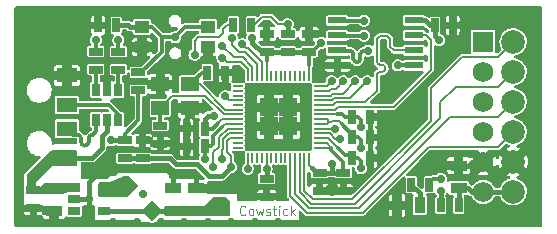
<source format=gbr>
%TF.GenerationSoftware,KiCad,Pcbnew,(6.0.7)*%
%TF.CreationDate,2022-08-11T09:50:47+02:00*%
%TF.ProjectId,cowstick-rp,636f7773-7469-4636-9b2d-72702e6b6963,1*%
%TF.SameCoordinates,Original*%
%TF.FileFunction,Copper,L1,Top*%
%TF.FilePolarity,Positive*%
%FSLAX46Y46*%
G04 Gerber Fmt 4.6, Leading zero omitted, Abs format (unit mm)*
G04 Created by KiCad (PCBNEW (6.0.7)) date 2022-08-11 09:50:47*
%MOMM*%
%LPD*%
G01*
G04 APERTURE LIST*
G04 Aperture macros list*
%AMRotRect*
0 Rectangle, with rotation*
0 The origin of the aperture is its center*
0 $1 length*
0 $2 width*
0 $3 Rotation angle, in degrees counterclockwise*
0 Add horizontal line*
21,1,$1,$2,0,0,$3*%
G04 Aperture macros list end*
%ADD10C,0.101600*%
%TA.AperFunction,NonConductor*%
%ADD11C,0.101600*%
%TD*%
%TA.AperFunction,SMDPad,CuDef*%
%ADD12R,1.143000X0.635000*%
%TD*%
%TA.AperFunction,SMDPad,CuDef*%
%ADD13R,0.635000X1.143000*%
%TD*%
%TA.AperFunction,ComponentPad*%
%ADD14R,1.750000X1.750000*%
%TD*%
%TA.AperFunction,ComponentPad*%
%ADD15C,1.750000*%
%TD*%
%TA.AperFunction,ComponentPad*%
%ADD16C,2.000000*%
%TD*%
%TA.AperFunction,SMDPad,CuDef*%
%ADD17R,0.200000X0.875000*%
%TD*%
%TA.AperFunction,SMDPad,CuDef*%
%ADD18R,0.875000X0.200000*%
%TD*%
%TA.AperFunction,SMDPad,CuDef*%
%ADD19R,1.600000X1.600000*%
%TD*%
%TA.AperFunction,SMDPad,CuDef*%
%ADD20R,1.000760X0.701040*%
%TD*%
%TA.AperFunction,SMDPad,CuDef*%
%ADD21R,1.200000X1.000000*%
%TD*%
%TA.AperFunction,SMDPad,CuDef*%
%ADD22R,1.397000X0.889000*%
%TD*%
%TA.AperFunction,SMDPad,CuDef*%
%ADD23RotRect,1.300000X1.300000X45.000000*%
%TD*%
%TA.AperFunction,SMDPad,CuDef*%
%ADD24R,0.889000X1.397000*%
%TD*%
%TA.AperFunction,SMDPad,CuDef*%
%ADD25R,0.701040X1.000760*%
%TD*%
%TA.AperFunction,SMDPad,CuDef*%
%ADD26R,1.600000X0.550000*%
%TD*%
%TA.AperFunction,SMDPad,CuDef*%
%ADD27R,1.700000X1.300000*%
%TD*%
%TA.AperFunction,SMDPad,CuDef*%
%ADD28R,1.500000X1.200000*%
%TD*%
%TA.AperFunction,ViaPad*%
%ADD29C,0.711200*%
%TD*%
%TA.AperFunction,Conductor*%
%ADD30C,0.406400*%
%TD*%
%TA.AperFunction,Conductor*%
%ADD31C,0.203200*%
%TD*%
%TA.AperFunction,Conductor*%
%ADD32C,0.304800*%
%TD*%
%TA.AperFunction,Conductor*%
%ADD33C,0.250000*%
%TD*%
G04 APERTURE END LIST*
D10*
D11*
X145699428Y-113242142D02*
X145663142Y-113278428D01*
X145554285Y-113314714D01*
X145481714Y-113314714D01*
X145372857Y-113278428D01*
X145300285Y-113205857D01*
X145264000Y-113133285D01*
X145227714Y-112988142D01*
X145227714Y-112879285D01*
X145264000Y-112734142D01*
X145300285Y-112661571D01*
X145372857Y-112589000D01*
X145481714Y-112552714D01*
X145554285Y-112552714D01*
X145663142Y-112589000D01*
X145699428Y-112625285D01*
X146134857Y-113314714D02*
X146062285Y-113278428D01*
X146026000Y-113242142D01*
X145989714Y-113169571D01*
X145989714Y-112951857D01*
X146026000Y-112879285D01*
X146062285Y-112843000D01*
X146134857Y-112806714D01*
X146243714Y-112806714D01*
X146316285Y-112843000D01*
X146352571Y-112879285D01*
X146388857Y-112951857D01*
X146388857Y-113169571D01*
X146352571Y-113242142D01*
X146316285Y-113278428D01*
X146243714Y-113314714D01*
X146134857Y-113314714D01*
X146642857Y-112806714D02*
X146788000Y-113314714D01*
X146933142Y-112951857D01*
X147078285Y-113314714D01*
X147223428Y-112806714D01*
X147477428Y-113278428D02*
X147550000Y-113314714D01*
X147695142Y-113314714D01*
X147767714Y-113278428D01*
X147804000Y-113205857D01*
X147804000Y-113169571D01*
X147767714Y-113097000D01*
X147695142Y-113060714D01*
X147586285Y-113060714D01*
X147513714Y-113024428D01*
X147477428Y-112951857D01*
X147477428Y-112915571D01*
X147513714Y-112843000D01*
X147586285Y-112806714D01*
X147695142Y-112806714D01*
X147767714Y-112843000D01*
X148021714Y-112806714D02*
X148312000Y-112806714D01*
X148130571Y-112552714D02*
X148130571Y-113205857D01*
X148166857Y-113278428D01*
X148239428Y-113314714D01*
X148312000Y-113314714D01*
X148566000Y-113314714D02*
X148566000Y-112806714D01*
X148566000Y-112552714D02*
X148529714Y-112589000D01*
X148566000Y-112625285D01*
X148602285Y-112589000D01*
X148566000Y-112552714D01*
X148566000Y-112625285D01*
X149255428Y-113278428D02*
X149182857Y-113314714D01*
X149037714Y-113314714D01*
X148965142Y-113278428D01*
X148928857Y-113242142D01*
X148892571Y-113169571D01*
X148892571Y-112951857D01*
X148928857Y-112879285D01*
X148965142Y-112843000D01*
X149037714Y-112806714D01*
X149182857Y-112806714D01*
X149255428Y-112843000D01*
X149582000Y-113314714D02*
X149582000Y-112552714D01*
X149654571Y-113024428D02*
X149872285Y-113314714D01*
X149872285Y-112806714D02*
X149582000Y-113097000D01*
D12*
%TO.P,C15,1*%
%TO.N,+3.3V*%
X152000000Y-109738000D03*
%TO.P,C15,2*%
%TO.N,GND*%
X152000000Y-111262000D03*
%TD*%
D13*
%TO.P,C7,1*%
%TO.N,Net-(C6-Pad1)*%
X142262000Y-107500000D03*
%TO.P,C7,2*%
%TO.N,GND*%
X140738000Y-107500000D03*
%TD*%
D12*
%TO.P,C2,1*%
%TO.N,+VBus*%
X127750000Y-111238000D03*
%TO.P,C2,2*%
%TO.N,GND*%
X127750000Y-112762000D03*
%TD*%
D14*
%TO.P,J2,1,IO1*%
%TO.N,PMOD_CTS*%
X165836500Y-98650000D03*
D15*
%TO.P,J2,2,IO2*%
%TO.N,PMOD_TX*%
X165836500Y-101190000D03*
%TO.P,J2,3,IO3*%
%TO.N,PMOD_RX*%
X165836500Y-103730000D03*
%TO.P,J2,4,IO4*%
%TO.N,PMOD_RTS*%
X165836500Y-106270000D03*
%TO.P,J2,5*%
%TO.N,GND*%
X165836500Y-108810000D03*
%TO.P,J2,6*%
%TO.N,+PMOD*%
X165836500Y-111350000D03*
D16*
%TO.P,J2,7,IO5*%
%TO.N,PMOD_IO5*%
X168376500Y-98650000D03*
%TO.P,J2,8,IO6*%
%TO.N,PMOD_IO6*%
X168376500Y-101190000D03*
%TO.P,J2,9,IO7*%
%TO.N,PMOD_IO7*%
X168376500Y-103730000D03*
%TO.P,J2,10,IO8*%
%TO.N,PMOD_IO8*%
X168376500Y-106270000D03*
%TO.P,J2,11*%
%TO.N,GND*%
X168376500Y-108810000D03*
%TO.P,J2,12*%
%TO.N,+PMOD*%
X168376500Y-111350000D03*
%TD*%
D17*
%TO.P,U1,1*%
%TO.N,+3.3V*%
X151100000Y-101550000D03*
%TO.P,U1,2,IO0*%
%TO.N,unconnected-(U1-Pad2)*%
X150700000Y-101550000D03*
%TO.P,U1,3,IO1*%
%TO.N,unconnected-(U1-Pad3)*%
X150300000Y-101550000D03*
%TO.P,U1,4,IO2*%
%TO.N,unconnected-(U1-Pad4)*%
X149900000Y-101550000D03*
%TO.P,U1,5,IO3*%
%TO.N,unconnected-(U1-Pad5)*%
X149500000Y-101550000D03*
%TO.P,U1,6,IO4*%
%TO.N,unconnected-(U1-Pad6)*%
X149100000Y-101550000D03*
%TO.P,U1,7,IO5*%
%TO.N,unconnected-(U1-Pad7)*%
X148700000Y-101550000D03*
%TO.P,U1,8,IO6*%
%TO.N,unconnected-(U1-Pad8)*%
X148300000Y-101550000D03*
%TO.P,U1,9,IO7*%
%TO.N,unconnected-(U1-Pad9)*%
X147900000Y-101550000D03*
%TO.P,U1,10*%
%TO.N,+3.3V*%
X147500000Y-101550000D03*
%TO.P,U1,11,IO8*%
%TO.N,PMOD_TX*%
X147100000Y-101550000D03*
%TO.P,U1,12,IO9*%
%TO.N,PMOD_RX*%
X146700000Y-101550000D03*
%TO.P,U1,13,IO10*%
%TO.N,PMOD_CTS*%
X146300000Y-101550000D03*
%TO.P,U1,14,IO11*%
%TO.N,PMOD_RTS*%
X145900000Y-101550000D03*
D18*
%TO.P,U1,15,IO12*%
%TO.N,unconnected-(U1-Pad15)*%
X145050000Y-102400000D03*
%TO.P,U1,16,IO13*%
%TO.N,unconnected-(U1-Pad16)*%
X145050000Y-102800000D03*
%TO.P,U1,17,IO14*%
%TO.N,unconnected-(U1-Pad17)*%
X145050000Y-103200000D03*
%TO.P,U1,18,IO15*%
%TO.N,BUTTON*%
X145050000Y-103600000D03*
%TO.P,U1,19,TESTEN*%
%TO.N,unconnected-(U1-Pad19)*%
X145050000Y-104000000D03*
%TO.P,U1,20,XI*%
%TO.N,Net-(C9-Pad1)*%
X145050000Y-104400000D03*
%TO.P,U1,21,XO*%
%TO.N,Net-(C10-Pad1)*%
X145050000Y-104800000D03*
%TO.P,U1,22*%
%TO.N,+3.3V*%
X145050000Y-105200000D03*
%TO.P,U1,23*%
%TO.N,Net-(C6-Pad1)*%
X145050000Y-105600000D03*
%TO.P,U1,24,SWCLK*%
%TO.N,Net-(TP4-Pad1)*%
X145050000Y-106000000D03*
%TO.P,U1,25,SWDIO*%
%TO.N,Net-(TP5-Pad1)*%
X145050000Y-106400000D03*
%TO.P,U1,26,RUN/RST*%
%TO.N,RST*%
X145050000Y-106800000D03*
%TO.P,U1,27,IO16*%
%TO.N,unconnected-(U1-Pad27)*%
X145050000Y-107200000D03*
%TO.P,U1,28,IO17*%
%TO.N,unconnected-(U1-Pad28)*%
X145050000Y-107600000D03*
D17*
%TO.P,U1,29,IO18*%
%TO.N,LED*%
X145900000Y-108450000D03*
%TO.P,U1,30,IO19*%
%TO.N,unconnected-(U1-Pad30)*%
X146300000Y-108450000D03*
%TO.P,U1,31,IO20*%
%TO.N,unconnected-(U1-Pad31)*%
X146700000Y-108450000D03*
%TO.P,U1,32,IO21*%
%TO.N,unconnected-(U1-Pad32)*%
X147100000Y-108450000D03*
%TO.P,U1,33*%
%TO.N,+3.3V*%
X147500000Y-108450000D03*
%TO.P,U1,34,IO22*%
%TO.N,unconnected-(U1-Pad34)*%
X147900000Y-108450000D03*
%TO.P,U1,35,IO23*%
%TO.N,unconnected-(U1-Pad35)*%
X148300000Y-108450000D03*
%TO.P,U1,36,IO24*%
%TO.N,unconnected-(U1-Pad36)*%
X148700000Y-108450000D03*
%TO.P,U1,37,IO25*%
%TO.N,unconnected-(U1-Pad37)*%
X149100000Y-108450000D03*
%TO.P,U1,38,IO26*%
%TO.N,PMOD_IO8*%
X149500000Y-108450000D03*
%TO.P,U1,39,IO27*%
%TO.N,PMOD_IO7*%
X149900000Y-108450000D03*
%TO.P,U1,40,IO28*%
%TO.N,PMOD_IO6*%
X150300000Y-108450000D03*
%TO.P,U1,41,IO29*%
%TO.N,PMOD_IO5*%
X150700000Y-108450000D03*
%TO.P,U1,42*%
%TO.N,+3.3V*%
X151100000Y-108450000D03*
D18*
%TO.P,U1,43,VADC*%
X151950000Y-107600000D03*
%TO.P,U1,44,VREG_I*%
X151950000Y-107200000D03*
%TO.P,U1,45,VREG_O*%
%TO.N,Net-(C6-Pad1)*%
X151950000Y-106800000D03*
%TO.P,U1,46,USB_DM*%
%TO.N,USB_D-*%
X151950000Y-106400000D03*
%TO.P,U1,47,USB_DP*%
%TO.N,USB_D+*%
X151950000Y-106000000D03*
%TO.P,U1,48,VUSB*%
%TO.N,+3.3V*%
X151950000Y-105600000D03*
%TO.P,U1,49*%
X151950000Y-105200000D03*
%TO.P,U1,50*%
%TO.N,Net-(C6-Pad1)*%
X151950000Y-104800000D03*
%TO.P,U1,51,QSPI_SD3*%
%TO.N,FL_D3*%
X151950000Y-104400000D03*
%TO.P,U1,52,QSPI_CLK*%
%TO.N,/FL_SCK*%
X151950000Y-104000000D03*
%TO.P,U1,53,QSPI_SD0*%
%TO.N,FL_D0*%
X151950000Y-103600000D03*
%TO.P,U1,54,QSPI_SD2*%
%TO.N,FL_D2*%
X151950000Y-103200000D03*
%TO.P,U1,55,QSPI_SD1*%
%TO.N,FL_D1*%
X151950000Y-102800000D03*
%TO.P,U1,56,QSPI_SS*%
%TO.N,UB*%
X151950000Y-102400000D03*
D19*
%TO.P,U1,PAD*%
%TO.N,GND*%
X149300000Y-104200000D03*
X147700000Y-105800000D03*
X147700000Y-104200000D03*
X149300000Y-105800000D03*
%TD*%
D13*
%TO.P,R7,1*%
%TO.N,Net-(R7-Pad1)*%
X144668000Y-97220000D03*
%TO.P,R7,2*%
%TO.N,UB*%
X146192000Y-97220000D03*
%TD*%
%TO.P,C19,1*%
%TO.N,BUTTON*%
X134762000Y-97250000D03*
%TO.P,C19,2*%
%TO.N,GND*%
X133238000Y-97250000D03*
%TD*%
D12*
%TO.P,C14,1*%
%TO.N,+3.3V*%
X147500000Y-110238000D03*
%TO.P,C14,2*%
%TO.N,GND*%
X147500000Y-111762000D03*
%TD*%
D20*
%TO.P,U2,1,VIN*%
%TO.N,+VBus*%
X131230000Y-111047500D03*
%TO.P,U2,2*%
%TO.N,GND*%
X131230000Y-112000000D03*
%TO.P,U2,3,EN*%
%TO.N,unconnected-(U2-Pad3)*%
X131230000Y-112952500D03*
%TO.P,U2,4,FB*%
%TO.N,+3.3V*%
X133770000Y-112952500D03*
%TO.P,U2,5,SW*%
%TO.N,Net-(L1-Pad1)*%
X133770000Y-111047500D03*
%TD*%
D12*
%TO.P,C11,1*%
%TO.N,+3.3V*%
X151100000Y-99512000D03*
%TO.P,C11,2*%
%TO.N,GND*%
X151100000Y-97988000D03*
%TD*%
%TO.P,R4,1*%
%TO.N,+3.3V*%
X149300000Y-99512000D03*
%TO.P,R4,2*%
%TO.N,UB*%
X149300000Y-97988000D03*
%TD*%
D13*
%TO.P,C13,1*%
%TO.N,+3.3V*%
X142262000Y-106000000D03*
%TO.P,C13,2*%
%TO.N,GND*%
X140738000Y-106000000D03*
%TD*%
D21*
%TO.P,SW1,1,1*%
%TO.N,GND*%
X136950000Y-99100000D03*
X142550000Y-99100000D03*
%TO.P,SW1,2,2*%
%TO.N,BUTTON*%
X142550000Y-97400000D03*
X136950000Y-97400000D03*
%TD*%
D12*
%TO.P,R2,1*%
%TO.N,Net-(D1-Pad3)*%
X133050000Y-101012000D03*
%TO.P,R2,2*%
%TO.N,USB_D-*%
X133050000Y-99488000D03*
%TD*%
%TO.P,R5,1*%
%TO.N,+3.3V*%
X136650000Y-102762000D03*
%TO.P,R5,2*%
%TO.N,BUTTON*%
X136650000Y-101238000D03*
%TD*%
D22*
%TO.P,C4,1*%
%TO.N,+3.3V*%
X141500000Y-112952500D03*
%TO.P,C4,2*%
%TO.N,GND*%
X141500000Y-111047500D03*
%TD*%
D23*
%TO.P,L1,1,1*%
%TO.N,Net-(L1-Pad1)*%
X135690000Y-110840000D03*
%TO.P,L1,2,2*%
%TO.N,+3.3V*%
X137810000Y-112960000D03*
%TD*%
D13*
%TO.P,C18,1*%
%TO.N,+3.3V*%
X161738000Y-97250000D03*
%TO.P,C18,2*%
%TO.N,GND*%
X163262000Y-97250000D03*
%TD*%
D24*
%TO.P,D2,1,A*%
%TO.N,Net-(D2-Pad1)*%
X160452500Y-112500000D03*
%TO.P,D2,2,K*%
%TO.N,GND*%
X158547500Y-112500000D03*
%TD*%
D13*
%TO.P,C6,1*%
%TO.N,Net-(C6-Pad1)*%
X154738000Y-108500000D03*
%TO.P,C6,2*%
%TO.N,GND*%
X156262000Y-108500000D03*
%TD*%
D25*
%TO.P,D1,1,IO1*%
%TO.N,Net-(D1-Pad1)*%
X134952500Y-102730000D03*
%TO.P,D1,2*%
%TO.N,GND*%
X134000000Y-102730000D03*
%TO.P,D1,3,IO2*%
%TO.N,Net-(D1-Pad3)*%
X133047500Y-102730000D03*
%TO.P,D1,4,IO2*%
%TO.N,Net-(D1-Pad4)*%
X133047500Y-105270000D03*
%TO.P,D1,5*%
%TO.N,+VBus*%
X134000000Y-105270000D03*
%TO.P,D1,6,IO1*%
%TO.N,Net-(D1-Pad6)*%
X134952500Y-105270000D03*
%TD*%
D12*
%TO.P,R1,1*%
%TO.N,+3.3V*%
X135500000Y-106988000D03*
%TO.P,R1,2*%
%TO.N,RST*%
X135500000Y-108512000D03*
%TD*%
D13*
%TO.P,R6,1*%
%TO.N,LED*%
X161262000Y-110750000D03*
%TO.P,R6,2*%
%TO.N,Net-(D2-Pad1)*%
X159738000Y-110750000D03*
%TD*%
%TO.P,L2,1,1*%
%TO.N,+3.3V*%
X162238000Y-112500000D03*
%TO.P,L2,2,2*%
%TO.N,+PMOD*%
X163762000Y-112500000D03*
%TD*%
%TO.P,C17,1*%
%TO.N,+3.3V*%
X154738000Y-106750000D03*
%TO.P,C17,2*%
%TO.N,GND*%
X156262000Y-106750000D03*
%TD*%
D26*
%TO.P,U3,1,CS*%
%TO.N,UB*%
X153500000Y-96845000D03*
%TO.P,U3,2,IO1_DO*%
%TO.N,FL_D1*%
X153500000Y-98115000D03*
%TO.P,U3,3,IO2_WP*%
%TO.N,FL_D2*%
X153500000Y-99385000D03*
%TO.P,U3,4*%
%TO.N,GND*%
X153500000Y-100655000D03*
%TO.P,U3,5,IO0_DI*%
%TO.N,FL_D0*%
X160000000Y-100655000D03*
%TO.P,U3,6,CLK*%
%TO.N,/FL_SCK*%
X160000000Y-99385000D03*
%TO.P,U3,7,IO3_HOLD*%
%TO.N,FL_D3*%
X160000000Y-98115000D03*
%TO.P,U3,8*%
%TO.N,+3.3V*%
X160000000Y-96845000D03*
%TD*%
D12*
%TO.P,C12,1*%
%TO.N,+3.3V*%
X147500000Y-99512000D03*
%TO.P,C12,2*%
%TO.N,GND*%
X147500000Y-97988000D03*
%TD*%
%TO.P,C10,1*%
%TO.N,Net-(C10-Pad1)*%
X138500000Y-105738000D03*
%TO.P,C10,2*%
%TO.N,GND*%
X138500000Y-107262000D03*
%TD*%
D13*
%TO.P,C9,1*%
%TO.N,Net-(C9-Pad1)*%
X142488000Y-101250000D03*
%TO.P,C9,2*%
%TO.N,GND*%
X144012000Y-101250000D03*
%TD*%
D27*
%TO.P,P1,1,VBUS*%
%TO.N,+VBus*%
X130600000Y-108500000D03*
%TO.P,P1,2,D-*%
%TO.N,Net-(D1-Pad4)*%
X130600000Y-106000000D03*
%TO.P,P1,3,D+*%
%TO.N,Net-(D1-Pad6)*%
X130600000Y-104000000D03*
%TO.P,P1,4,GND*%
%TO.N,GND*%
X130600000Y-101500000D03*
%TD*%
D12*
%TO.P,C5,1*%
%TO.N,RST*%
X137000000Y-108512000D03*
%TO.P,C5,2*%
%TO.N,GND*%
X137000000Y-106988000D03*
%TD*%
%TO.P,C16,1*%
%TO.N,+3.3V*%
X154000000Y-109738000D03*
%TO.P,C16,2*%
%TO.N,GND*%
X154000000Y-111262000D03*
%TD*%
D13*
%TO.P,C8,1*%
%TO.N,Net-(C6-Pad1)*%
X154738000Y-105000000D03*
%TO.P,C8,2*%
%TO.N,GND*%
X156262000Y-105000000D03*
%TD*%
D22*
%TO.P,C3,1*%
%TO.N,+3.3V*%
X139550000Y-112952500D03*
%TO.P,C3,2*%
%TO.N,GND*%
X139550000Y-111047500D03*
%TD*%
%TO.P,C20,1*%
%TO.N,+PMOD*%
X163750000Y-111032500D03*
%TO.P,C20,2*%
%TO.N,GND*%
X163750000Y-109127500D03*
%TD*%
D28*
%TO.P,X1,1,1*%
%TO.N,Net-(C9-Pad1)*%
X141000000Y-102250000D03*
%TO.P,X1,2,2*%
%TO.N,GND*%
X138500000Y-102250000D03*
%TO.P,X1,3,3*%
%TO.N,Net-(C10-Pad1)*%
X138500000Y-104250000D03*
%TO.P,X1,4,4*%
%TO.N,GND*%
X141000000Y-104250000D03*
%TD*%
D22*
%TO.P,C1,1*%
%TO.N,+VBus*%
X129500000Y-111047500D03*
%TO.P,C1,2*%
%TO.N,GND*%
X129500000Y-112952500D03*
%TD*%
D12*
%TO.P,R3,1*%
%TO.N,Net-(D1-Pad1)*%
X134950000Y-101012000D03*
%TO.P,R3,2*%
%TO.N,USB_D+*%
X134950000Y-99488000D03*
%TD*%
D29*
%TO.N,PMOD_CTS*%
X143750000Y-99000000D03*
%TO.N,PMOD_TX*%
X145430000Y-98850000D03*
%TO.N,GND*%
X160500000Y-113900000D03*
X149300000Y-105800000D03*
X126600000Y-98000000D03*
X144500000Y-96100000D03*
X158830000Y-101770000D03*
X152150000Y-100660000D03*
X164500000Y-96100000D03*
X164100000Y-97250000D03*
X164500000Y-113900000D03*
X148500000Y-113900000D03*
X134000000Y-101700000D03*
X156500000Y-96100000D03*
X137010000Y-111500000D03*
X148500000Y-96100000D03*
X154500000Y-113900000D03*
X158500000Y-113900000D03*
X134500000Y-96100000D03*
X139900000Y-106000000D03*
X170400000Y-113900000D03*
X132500000Y-96100000D03*
X128500000Y-96100000D03*
X133750000Y-109750000D03*
X162500000Y-113900000D03*
X151100000Y-97150000D03*
X137000000Y-106100000D03*
X136500000Y-113900000D03*
X136500000Y-96100000D03*
X126600000Y-102000000D03*
X162500000Y-96100000D03*
X134500000Y-113900000D03*
X144500000Y-113900000D03*
X147700000Y-104200000D03*
X128250000Y-105000000D03*
X150500000Y-96100000D03*
X139550000Y-110000000D03*
X168500000Y-113900000D03*
X147700000Y-105800000D03*
X157100000Y-108500000D03*
X132500000Y-113900000D03*
X130500000Y-113900000D03*
X129150000Y-100250000D03*
X138500000Y-96100000D03*
X154500000Y-96100000D03*
X126600000Y-100000000D03*
X126600000Y-110000000D03*
X157100000Y-106750000D03*
X163750000Y-108170000D03*
X146150000Y-111760000D03*
X140500000Y-96100000D03*
X129150000Y-101500000D03*
X139900000Y-107500000D03*
X166500000Y-113900000D03*
X170400000Y-104000000D03*
X126600000Y-112000000D03*
X158500000Y-96100000D03*
X170400000Y-100000000D03*
X138500000Y-102250000D03*
X141500000Y-110000000D03*
X149300000Y-104200000D03*
X128500000Y-113900000D03*
X126600000Y-96100000D03*
X141000000Y-104250000D03*
X156500000Y-113900000D03*
X150500000Y-113900000D03*
X136950000Y-99100000D03*
X145000000Y-101250000D03*
X153000000Y-110600000D03*
X170400000Y-98000000D03*
X147500000Y-97150000D03*
X130500000Y-96100000D03*
X126600000Y-106000000D03*
X170400000Y-106000000D03*
X138600000Y-113900000D03*
X170400000Y-102000000D03*
X168500000Y-96100000D03*
X146500000Y-96100000D03*
X126600000Y-104000000D03*
X166500000Y-96100000D03*
X132500000Y-112000000D03*
X126600000Y-108000000D03*
X157100000Y-105000000D03*
X142550000Y-99100000D03*
X142500000Y-113900000D03*
X170400000Y-112000000D03*
X140500000Y-113900000D03*
X170400000Y-110000000D03*
X170400000Y-96100000D03*
X142500000Y-96100000D03*
X126600000Y-113900000D03*
X152500000Y-96100000D03*
X146500000Y-113900000D03*
X130600000Y-100250000D03*
X170400000Y-108000000D03*
X152500000Y-113900000D03*
%TO.N,PMOD_RX*%
X144550000Y-98350000D03*
%TO.N,PMOD_RTS*%
X143750000Y-100000000D03*
%TO.N,+3.3V*%
X153000000Y-109000000D03*
X152110000Y-98750000D03*
X143050000Y-104900000D03*
X162250000Y-111250000D03*
X146270000Y-98350000D03*
X147500000Y-109410000D03*
X144000000Y-113000000D03*
X143000000Y-113000000D03*
X155500000Y-107600000D03*
X162100000Y-98500000D03*
X143500000Y-112250000D03*
X134350000Y-107000000D03*
%TO.N,USB_D-*%
X133050000Y-98500000D03*
X153700000Y-106850000D03*
%TO.N,USB_D+*%
X134950000Y-98500000D03*
X153300000Y-106000000D03*
%TO.N,Net-(C6-Pad1)*%
X155500000Y-109350000D03*
X155500000Y-105850000D03*
X142250000Y-108600000D03*
%TO.N,Net-(TP4-Pad1)*%
X143000000Y-109250000D03*
%TO.N,Net-(TP5-Pad1)*%
X143750000Y-108600000D03*
%TO.N,RST*%
X144500000Y-109250000D03*
%TO.N,FL_D0*%
X158600000Y-100650000D03*
X156000000Y-102000000D03*
%TO.N,FL_D2*%
X155000000Y-102000000D03*
X156120000Y-99390000D03*
%TO.N,FL_D1*%
X155750000Y-98120000D03*
X154000000Y-102000000D03*
%TO.N,BUTTON*%
X139750000Y-98250000D03*
X144000000Y-103250000D03*
%TO.N,LED*%
X145900000Y-109410000D03*
X162250000Y-110250000D03*
%TO.N,UB*%
X155750000Y-96850000D03*
X153000000Y-102000000D03*
X149300000Y-97150000D03*
%TO.N,Net-(R7-Pad1)*%
X141400000Y-99750000D03*
%TD*%
D30*
%TO.N,+VBus*%
X129309500Y-111238000D02*
X129500000Y-111047500D01*
X132750000Y-108500000D02*
X133570000Y-107680000D01*
X134000000Y-106230000D02*
X134000000Y-105270000D01*
X127750000Y-109950000D02*
X129200000Y-108500000D01*
X127750000Y-111238000D02*
X129309500Y-111238000D01*
X129200000Y-108500000D02*
X130600000Y-108500000D01*
X133570000Y-107680000D02*
X133570000Y-106660000D01*
X131230000Y-111047500D02*
X129500000Y-111047500D01*
X130600000Y-108500000D02*
X132750000Y-108500000D01*
X127750000Y-111238000D02*
X127750000Y-109950000D01*
X133570000Y-106660000D02*
X134000000Y-106230000D01*
D31*
%TO.N,PMOD_CTS*%
X143750000Y-99000000D02*
X144700000Y-99950000D01*
X145460000Y-99950000D02*
X146300000Y-100790000D01*
X144700000Y-99950000D02*
X145460000Y-99950000D01*
X146300000Y-100790000D02*
X146300000Y-101550000D01*
%TO.N,PMOD_TX*%
X145770000Y-99190000D02*
X145900000Y-99190000D01*
X147100000Y-100390000D02*
X147100000Y-101550000D01*
X145900000Y-99190000D02*
X147100000Y-100390000D01*
X145430000Y-98850000D02*
X145770000Y-99190000D01*
D32*
%TO.N,GND*%
X164500000Y-96100000D02*
X162500000Y-96100000D01*
D30*
X170400000Y-113900000D02*
X168500000Y-113900000D01*
X164532500Y-109127500D02*
X164850000Y-108810000D01*
D33*
X126600000Y-105000000D02*
X126600000Y-104000000D01*
D32*
X168500000Y-96100000D02*
X166500000Y-96100000D01*
D30*
X138500000Y-96100000D02*
X140500000Y-96100000D01*
X156262000Y-108500000D02*
X157100000Y-108500000D01*
D31*
X126600000Y-105000000D02*
X128250000Y-105000000D01*
D30*
X126600000Y-96100000D02*
X128500000Y-96100000D01*
X134500000Y-96100000D02*
X136500000Y-96100000D01*
X156262000Y-106750000D02*
X157100000Y-106750000D01*
X133240000Y-96100000D02*
X134500000Y-96100000D01*
D32*
X144500000Y-96100000D02*
X146500000Y-96100000D01*
X151100000Y-97988000D02*
X151100000Y-97150000D01*
D30*
X140500000Y-113900000D02*
X142500000Y-113900000D01*
X132500000Y-113900000D02*
X134500000Y-113900000D01*
D33*
X126600000Y-106000000D02*
X126600000Y-105000000D01*
D30*
X133750000Y-109750000D02*
X133260000Y-109750000D01*
X156500000Y-113900000D02*
X158500000Y-113900000D01*
D32*
X156500000Y-96100000D02*
X158500000Y-96100000D01*
D30*
X131230000Y-112000000D02*
X132500000Y-112000000D01*
X158500000Y-113900000D02*
X158500000Y-112547500D01*
X133260000Y-109750000D02*
X132500000Y-110510000D01*
X154500000Y-113900000D02*
X156500000Y-113900000D01*
X156262000Y-108500000D02*
X156262000Y-106750000D01*
D32*
X142500000Y-96100000D02*
X144500000Y-96100000D01*
D30*
X137000000Y-106988000D02*
X137000000Y-106100000D01*
X139550000Y-111047500D02*
X139550000Y-110000000D01*
X140738000Y-106000000D02*
X139900000Y-106000000D01*
D32*
X146500000Y-96100000D02*
X148500000Y-96100000D01*
D30*
X134500000Y-113900000D02*
X136500000Y-113900000D01*
X130600000Y-101500000D02*
X129150000Y-101500000D01*
D32*
X170400000Y-108000000D02*
X170400000Y-106000000D01*
X170400000Y-104000000D02*
X170400000Y-102000000D01*
D30*
X130500000Y-113900000D02*
X132500000Y-113900000D01*
D32*
X154500000Y-96100000D02*
X156500000Y-96100000D01*
D30*
X139550000Y-110000000D02*
X141500000Y-110000000D01*
X130600000Y-100250000D02*
X129150000Y-100250000D01*
X146500000Y-113900000D02*
X148500000Y-113900000D01*
X140738000Y-104512000D02*
X141000000Y-104250000D01*
D32*
X170400000Y-112000000D02*
X170400000Y-110000000D01*
D30*
X150500000Y-113900000D02*
X152500000Y-113900000D01*
D32*
X163262000Y-97250000D02*
X164100000Y-97250000D01*
X170400000Y-96100000D02*
X168500000Y-96100000D01*
D30*
X142500000Y-113900000D02*
X144500000Y-113900000D01*
D32*
X144012000Y-101250000D02*
X145000000Y-101250000D01*
D30*
X130500000Y-96100000D02*
X132500000Y-96100000D01*
D32*
X162500000Y-96100000D02*
X158500000Y-96100000D01*
D30*
X153500000Y-100655000D02*
X152155000Y-100655000D01*
X164850000Y-108810000D02*
X165836500Y-108810000D01*
D32*
X139480000Y-107500000D02*
X139900000Y-107500000D01*
D30*
X152155000Y-100655000D02*
X152150000Y-100660000D01*
X164500000Y-113900000D02*
X166500000Y-113900000D01*
X138600000Y-113900000D02*
X140500000Y-113900000D01*
D33*
X126600000Y-98000000D02*
X126600000Y-96100000D01*
D30*
X163750000Y-109127500D02*
X163750000Y-108170000D01*
X153662000Y-111262000D02*
X153000000Y-110600000D01*
X129500000Y-112952500D02*
X129500000Y-113900000D01*
D33*
X126600000Y-104000000D02*
X126600000Y-102000000D01*
D30*
X152338000Y-111262000D02*
X153000000Y-110600000D01*
X158500000Y-112547500D02*
X158547500Y-112500000D01*
X136500000Y-96100000D02*
X138500000Y-96100000D01*
D32*
X150500000Y-96100000D02*
X152500000Y-96100000D01*
D30*
X146152000Y-111762000D02*
X146150000Y-111760000D01*
X134580000Y-109750000D02*
X134812439Y-109517561D01*
X128500000Y-113900000D02*
X129500000Y-113900000D01*
D33*
X126600000Y-100000000D02*
X126600000Y-98000000D01*
D30*
X134000000Y-102730000D02*
X134000000Y-101700000D01*
X158500000Y-113900000D02*
X160500000Y-113900000D01*
X141500000Y-110000000D02*
X141500000Y-111047500D01*
X139067561Y-109517561D02*
X139550000Y-110000000D01*
X132500000Y-112000000D02*
X132500000Y-113900000D01*
X140738000Y-107500000D02*
X139900000Y-107500000D01*
D32*
X138500000Y-107262000D02*
X139242000Y-107262000D01*
X139242000Y-107262000D02*
X139480000Y-107500000D01*
X170400000Y-98000000D02*
X170400000Y-96100000D01*
X170400000Y-106000000D02*
X170400000Y-104000000D01*
D30*
X140738000Y-106000000D02*
X140738000Y-104512000D01*
D33*
X126600000Y-108000000D02*
X126600000Y-106000000D01*
D30*
X130600000Y-101500000D02*
X130600000Y-100250000D01*
X134812439Y-109517561D02*
X139067561Y-109517561D01*
D33*
X126600000Y-102000000D02*
X126600000Y-100000000D01*
D30*
X154000000Y-111262000D02*
X153662000Y-111262000D01*
X152000000Y-111262000D02*
X152338000Y-111262000D01*
D32*
X170400000Y-110000000D02*
X170400000Y-108000000D01*
D30*
X127750000Y-113900000D02*
X128500000Y-113900000D01*
X152500000Y-113900000D02*
X154500000Y-113900000D01*
X140738000Y-106000000D02*
X140738000Y-107500000D01*
D32*
X170400000Y-102000000D02*
X170400000Y-100000000D01*
D30*
X156262000Y-106750000D02*
X156262000Y-105000000D01*
X126600000Y-113900000D02*
X127750000Y-113900000D01*
X128500000Y-96100000D02*
X130500000Y-96100000D01*
D32*
X166500000Y-96100000D02*
X164500000Y-96100000D01*
D30*
X162500000Y-113900000D02*
X164500000Y-113900000D01*
X144500000Y-113900000D02*
X146500000Y-113900000D01*
X133240000Y-96100000D02*
X133238000Y-96102000D01*
X129500000Y-113900000D02*
X130500000Y-113900000D01*
D32*
X170400000Y-113900000D02*
X170400000Y-112000000D01*
D33*
X126600000Y-110000000D02*
X126600000Y-108000000D01*
D30*
X147500000Y-111762000D02*
X146152000Y-111762000D01*
D32*
X148500000Y-96100000D02*
X150500000Y-96100000D01*
D30*
X166500000Y-113900000D02*
X168500000Y-113900000D01*
D32*
X152500000Y-96100000D02*
X154500000Y-96100000D01*
D33*
X126600000Y-112000000D02*
X126600000Y-110000000D01*
D32*
X140500000Y-96100000D02*
X142500000Y-96100000D01*
D30*
X150500000Y-113900000D02*
X148500000Y-113900000D01*
X126600000Y-112000000D02*
X126600000Y-113900000D01*
X156262000Y-105000000D02*
X157100000Y-105000000D01*
X132500000Y-96100000D02*
X133240000Y-96100000D01*
X163750000Y-109127500D02*
X164532500Y-109127500D01*
X132500000Y-110510000D02*
X132500000Y-112000000D01*
D32*
X127750000Y-112762000D02*
X127750000Y-113900000D01*
D30*
X133238000Y-96102000D02*
X133238000Y-97250000D01*
X147500000Y-97988000D02*
X147500000Y-97150000D01*
X160500000Y-113900000D02*
X162500000Y-113900000D01*
X133750000Y-109750000D02*
X134580000Y-109750000D01*
D32*
X170400000Y-100000000D02*
X170400000Y-98000000D01*
D31*
%TO.N,PMOD_RX*%
X146687200Y-100537200D02*
X146687200Y-101537200D01*
X146687200Y-101537200D02*
X146700000Y-101550000D01*
X145695600Y-99545600D02*
X146687200Y-100537200D01*
X144550000Y-98350000D02*
X144550000Y-98930000D01*
X145165600Y-99545600D02*
X145695600Y-99545600D01*
X144550000Y-98930000D02*
X145165600Y-99545600D01*
%TO.N,PMOD_RTS*%
X145900000Y-100920000D02*
X145900000Y-101550000D01*
X145340000Y-100360000D02*
X145900000Y-100920000D01*
X143750000Y-100000000D02*
X144110000Y-100360000D01*
X144110000Y-100360000D02*
X145340000Y-100360000D01*
D30*
%TO.N,+3.3V*%
X142262000Y-105168000D02*
X142530000Y-104900000D01*
D32*
X154000000Y-108830000D02*
X152962632Y-107792632D01*
D30*
X144000000Y-113000000D02*
X144000000Y-112750000D01*
D31*
X152590000Y-107200000D02*
X152990000Y-107600000D01*
D30*
X135488000Y-107000000D02*
X134350000Y-107000000D01*
D31*
X151950000Y-105600000D02*
X152600000Y-105600000D01*
D30*
X161310000Y-97250000D02*
X161738000Y-97250000D01*
X143000000Y-113000000D02*
X144000000Y-113000000D01*
D31*
X143750000Y-105200000D02*
X143400000Y-105550000D01*
D30*
X147500000Y-99512000D02*
X149300000Y-99512000D01*
D31*
X147500000Y-108450000D02*
X147500000Y-109410000D01*
D30*
X153988000Y-109750000D02*
X154000000Y-109738000D01*
D32*
X155500000Y-106980000D02*
X155500000Y-107600000D01*
X151100000Y-99512000D02*
X151348000Y-99512000D01*
D31*
X151100000Y-100650000D02*
X151100000Y-101550000D01*
D30*
X143000000Y-113000000D02*
X143000000Y-112750000D01*
D32*
X151100000Y-99512000D02*
X151100000Y-100650000D01*
X154738000Y-106750000D02*
X155270000Y-106750000D01*
D30*
X151738000Y-109738000D02*
X151330000Y-109330000D01*
D32*
X136650000Y-105300000D02*
X136650000Y-102762000D01*
D30*
X153000000Y-109750000D02*
X153988000Y-109750000D01*
D31*
X147500000Y-101550000D02*
X147500000Y-100280000D01*
D30*
X161738000Y-98138000D02*
X162100000Y-98500000D01*
X143000000Y-112750000D02*
X143500000Y-112250000D01*
D32*
X154738000Y-106750000D02*
X154738000Y-106498000D01*
D30*
X162250000Y-112488000D02*
X162238000Y-112500000D01*
X137802500Y-112952500D02*
X137810000Y-112960000D01*
D32*
X155270000Y-106750000D02*
X155500000Y-106980000D01*
D30*
X142530000Y-104900000D02*
X143050000Y-104900000D01*
X141547500Y-113000000D02*
X141500000Y-112952500D01*
X146270000Y-98350000D02*
X146270000Y-98710000D01*
X139550000Y-112952500D02*
X137817500Y-112952500D01*
X133770000Y-112952500D02*
X137802500Y-112952500D01*
X147072000Y-99512000D02*
X147500000Y-99512000D01*
X153000000Y-109750000D02*
X152012000Y-109750000D01*
X162250000Y-111250000D02*
X162250000Y-112488000D01*
D32*
X147500000Y-99512000D02*
X147500000Y-100280000D01*
X142950000Y-106000000D02*
X143400000Y-105550000D01*
D30*
X147500000Y-110238000D02*
X147500000Y-109410000D01*
X152012000Y-109750000D02*
X152000000Y-109738000D01*
D32*
X135500000Y-106988000D02*
X135500000Y-106450000D01*
D31*
X152600000Y-105600000D02*
X152800000Y-105400000D01*
D30*
X142262000Y-106000000D02*
X142262000Y-105168000D01*
X143000000Y-113000000D02*
X141547500Y-113000000D01*
D32*
X152962632Y-107792632D02*
X152962632Y-107627368D01*
D30*
X152000000Y-109738000D02*
X151738000Y-109738000D01*
D32*
X135500000Y-106450000D02*
X136650000Y-105300000D01*
X154738000Y-106498000D02*
X153880000Y-105640000D01*
D31*
X145050000Y-105200000D02*
X143750000Y-105200000D01*
X151950000Y-105200000D02*
X152600000Y-105200000D01*
D32*
X154000000Y-109738000D02*
X154000000Y-108830000D01*
D30*
X161738000Y-97250000D02*
X161738000Y-98138000D01*
D31*
X153010000Y-105350000D02*
X153590000Y-105350000D01*
X151950000Y-107200000D02*
X152590000Y-107200000D01*
D30*
X139550000Y-112952500D02*
X141500000Y-112952500D01*
D31*
X152600000Y-105200000D02*
X152800000Y-105400000D01*
D30*
X160000000Y-96845000D02*
X160905000Y-96845000D01*
D31*
X151100000Y-109100000D02*
X151330000Y-109330000D01*
D30*
X153000000Y-109000000D02*
X153000000Y-109750000D01*
D31*
X152800000Y-105400000D02*
X152960000Y-105400000D01*
D30*
X149300000Y-99512000D02*
X151100000Y-99512000D01*
D31*
X153590000Y-105350000D02*
X153880000Y-105640000D01*
X151100000Y-108450000D02*
X151100000Y-109100000D01*
D30*
X160905000Y-96845000D02*
X161310000Y-97250000D01*
D32*
X151348000Y-99512000D02*
X152110000Y-98750000D01*
D31*
X151950000Y-107600000D02*
X152990000Y-107600000D01*
D30*
X144000000Y-112750000D02*
X143500000Y-112250000D01*
D31*
X152960000Y-105400000D02*
X153010000Y-105350000D01*
D30*
X135500000Y-106988000D02*
X135488000Y-107000000D01*
D32*
X142262000Y-106000000D02*
X142950000Y-106000000D01*
D30*
X137817500Y-112952500D02*
X137810000Y-112960000D01*
X146270000Y-98710000D02*
X147072000Y-99512000D01*
D31*
%TO.N,PMOD_IO5*%
X151430000Y-111990000D02*
X154740000Y-111990000D01*
X161410000Y-105320000D02*
X161410000Y-102590000D01*
X150700000Y-108450000D02*
X150700000Y-111260000D01*
X164080000Y-99920000D02*
X167106500Y-99920000D01*
X161410000Y-102590000D02*
X164080000Y-99920000D01*
X167106500Y-99920000D02*
X168376500Y-98650000D01*
X154740000Y-111990000D02*
X161410000Y-105320000D01*
X150700000Y-111260000D02*
X151430000Y-111990000D01*
%TO.N,PMOD_IO6*%
X150300000Y-108450000D02*
X150300000Y-111400000D01*
X154990000Y-112370000D02*
X162220000Y-105140000D01*
X151270000Y-112370000D02*
X154990000Y-112370000D01*
X150300000Y-111400000D02*
X151270000Y-112370000D01*
X162220000Y-105140000D02*
X162220000Y-103780000D01*
X167106500Y-102460000D02*
X168376500Y-101190000D01*
X162220000Y-103780000D02*
X163540000Y-102460000D01*
X163540000Y-102460000D02*
X167106500Y-102460000D01*
%TO.N,PMOD_IO7*%
X151110000Y-112750000D02*
X155310000Y-112750000D01*
X163060000Y-105000000D02*
X167106500Y-105000000D01*
X149900000Y-111540000D02*
X151110000Y-112750000D01*
X167106500Y-105000000D02*
X168376500Y-103730000D01*
X149900000Y-108450000D02*
X149900000Y-111540000D01*
X155310000Y-112750000D02*
X163060000Y-105000000D01*
%TO.N,PMOD_IO8*%
X161220000Y-107540000D02*
X167106500Y-107540000D01*
X167106500Y-107540000D02*
X168376500Y-106270000D01*
X150950000Y-113130000D02*
X155630000Y-113130000D01*
X155630000Y-113130000D02*
X161220000Y-107540000D01*
X149500000Y-111680000D02*
X150950000Y-113130000D01*
X149500000Y-108450000D02*
X149500000Y-111680000D01*
D32*
%TO.N,Net-(D1-Pad1)*%
X134952500Y-101014500D02*
X134950000Y-101012000D01*
X134952500Y-102730000D02*
X134952500Y-101014500D01*
%TO.N,Net-(D1-Pad3)*%
X133047500Y-102730000D02*
X133047500Y-101014500D01*
X133047500Y-101014500D02*
X133050000Y-101012000D01*
D31*
%TO.N,USB_D-*%
X152830000Y-106400000D02*
X153280000Y-106850000D01*
D32*
X133050000Y-98500000D02*
X133050000Y-99488000D01*
D31*
X151950000Y-106400000D02*
X152830000Y-106400000D01*
X153280000Y-106850000D02*
X153700000Y-106850000D01*
%TO.N,USB_D+*%
X151950000Y-106000000D02*
X153300000Y-106000000D01*
D32*
X134950000Y-98500000D02*
X134950000Y-99488000D01*
%TO.N,Net-(C6-Pad1)*%
X143000000Y-106620000D02*
X143750000Y-105870000D01*
X155270000Y-108500000D02*
X155480000Y-108710000D01*
X142250000Y-108600000D02*
X142250000Y-107512000D01*
X154738000Y-108500000D02*
X155270000Y-108500000D01*
D31*
X144020000Y-105600000D02*
X143750000Y-105870000D01*
D32*
X154160000Y-108250000D02*
X153555000Y-107645000D01*
X142250000Y-107512000D02*
X142262000Y-107500000D01*
X153890000Y-104790000D02*
X154100000Y-105000000D01*
D31*
X153470000Y-104800000D02*
X153480000Y-104790000D01*
D32*
X155500000Y-105230000D02*
X155500000Y-105850000D01*
D31*
X153555000Y-107645000D02*
X152710000Y-106800000D01*
D32*
X153480000Y-104790000D02*
X153890000Y-104790000D01*
X154738000Y-108250000D02*
X154160000Y-108250000D01*
D31*
X151950000Y-106800000D02*
X152710000Y-106800000D01*
D32*
X155350000Y-105080000D02*
X155500000Y-105230000D01*
D31*
X151950000Y-104800000D02*
X153470000Y-104800000D01*
X145050000Y-105600000D02*
X144020000Y-105600000D01*
D32*
X155270000Y-105000000D02*
X155350000Y-105080000D01*
X143000000Y-107262000D02*
X143000000Y-106620000D01*
X154738000Y-105000000D02*
X155270000Y-105000000D01*
X155500000Y-108730000D02*
X155500000Y-109350000D01*
X155480000Y-108710000D02*
X155500000Y-108730000D01*
X154100000Y-105000000D02*
X154738000Y-105000000D01*
X142762000Y-107500000D02*
X143000000Y-107262000D01*
X142262000Y-107500000D02*
X142762000Y-107500000D01*
%TO.N,Net-(C9-Pad1)*%
X142488000Y-101250000D02*
X142000000Y-101250000D01*
D31*
X145050000Y-104400000D02*
X144000000Y-104400000D01*
X141850000Y-102250000D02*
X141000000Y-102250000D01*
X144000000Y-104400000D02*
X141850000Y-102250000D01*
D32*
X142000000Y-101250000D02*
X141000000Y-102250000D01*
D31*
%TO.N,Net-(C10-Pad1)*%
X139510000Y-103240000D02*
X138500000Y-104250000D01*
X145050000Y-104800000D02*
X143860000Y-104800000D01*
X143860000Y-104800000D02*
X142300000Y-103240000D01*
X142300000Y-103240000D02*
X139510000Y-103240000D01*
D32*
X138500000Y-105738000D02*
X138500000Y-104250000D01*
D31*
%TO.N,Net-(TP4-Pad1)*%
X144200000Y-106000000D02*
X145050000Y-106000000D01*
X143000000Y-109250000D02*
X143000000Y-107990000D01*
X143450000Y-107540000D02*
X143450000Y-106750000D01*
X143000000Y-107990000D02*
X143450000Y-107540000D01*
X143450000Y-106750000D02*
X144200000Y-106000000D01*
%TO.N,Net-(TP5-Pad1)*%
X144310000Y-106400000D02*
X143810000Y-106900000D01*
X143750000Y-108600000D02*
X143750000Y-107790000D01*
X145050000Y-106400000D02*
X144310000Y-106400000D01*
X143810000Y-106900000D02*
X143810000Y-107730000D01*
X143750000Y-107790000D02*
X143810000Y-107730000D01*
D30*
%TO.N,RST*%
X135500000Y-108512000D02*
X137000000Y-108512000D01*
D31*
X144170000Y-107050000D02*
X144170000Y-107980000D01*
X144500000Y-109250000D02*
X144500000Y-108310000D01*
D30*
X139830000Y-109030000D02*
X141610000Y-109030000D01*
D31*
X145050000Y-106800000D02*
X144420000Y-106800000D01*
X144500000Y-108310000D02*
X144170000Y-107980000D01*
D30*
X141610000Y-109030000D02*
X142630000Y-110050000D01*
X142630000Y-110050000D02*
X143700000Y-110050000D01*
X139312000Y-108512000D02*
X139830000Y-109030000D01*
X143700000Y-110050000D02*
X144500000Y-109250000D01*
D31*
X144420000Y-106800000D02*
X144170000Y-107050000D01*
D30*
X137000000Y-108512000D02*
X139312000Y-108512000D01*
%TO.N,Net-(D2-Pad1)*%
X160452500Y-111464500D02*
X159738000Y-110750000D01*
X160452500Y-112500000D02*
X160452500Y-111464500D01*
D31*
%TO.N,FL_D3*%
X160995000Y-98115000D02*
X161390000Y-98510000D01*
X161390000Y-98510000D02*
X161390000Y-101020000D01*
X158270000Y-104140000D02*
X153530000Y-104140000D01*
X153530000Y-104140000D02*
X153270000Y-104400000D01*
X153270000Y-104400000D02*
X151950000Y-104400000D01*
X161390000Y-101020000D02*
X158270000Y-104140000D01*
X160000000Y-98115000D02*
X160995000Y-98115000D01*
%TO.N,/FL_SCK*%
X156820000Y-101490000D02*
X156820000Y-101540000D01*
X155824400Y-103775600D02*
X153374400Y-103775600D01*
X157090000Y-98160000D02*
X156820000Y-98430000D01*
X156820000Y-98430000D02*
X156820000Y-100290000D01*
X157980000Y-99090000D02*
X157980000Y-98420000D01*
X160000000Y-99385000D02*
X158275000Y-99385000D01*
X153374400Y-103775600D02*
X153150000Y-104000000D01*
X156820000Y-102780000D02*
X155824400Y-103775600D01*
X157720000Y-98160000D02*
X157090000Y-98160000D01*
X153150000Y-104000000D02*
X151950000Y-104000000D01*
X157120000Y-100590000D02*
X157268992Y-100590000D01*
X157980000Y-98420000D02*
X157720000Y-98160000D01*
X158275000Y-99385000D02*
X157980000Y-99090000D01*
X157268992Y-101190000D02*
X157120000Y-101190000D01*
X156820000Y-101540000D02*
X156820000Y-102780000D01*
X157569000Y-100890000D02*
G75*
G03*
X157268992Y-100590000I-300000J0D01*
G01*
X156820000Y-101490000D02*
G75*
G02*
X157120000Y-101190000I300000J0D01*
G01*
X157268992Y-101189992D02*
G75*
G03*
X157568992Y-100890000I8J299992D01*
G01*
X157120000Y-100590000D02*
G75*
G02*
X156820000Y-100290000I0J300000D01*
G01*
%TO.N,FL_D0*%
X153030000Y-103600000D02*
X153210000Y-103420000D01*
D32*
X158600000Y-100650000D02*
X159995000Y-100650000D01*
D31*
X153210000Y-103420000D02*
X154580000Y-103420000D01*
X151950000Y-103600000D02*
X153030000Y-103600000D01*
X154580000Y-103420000D02*
X156000000Y-102000000D01*
D32*
X159995000Y-100650000D02*
X160000000Y-100655000D01*
D31*
%TO.N,FL_D2*%
X153070000Y-103050000D02*
X152920000Y-103200000D01*
D32*
X154500000Y-99390000D02*
X153505000Y-99390000D01*
D31*
X152920000Y-103200000D02*
X151950000Y-103200000D01*
D32*
X156120000Y-99390000D02*
X155750000Y-99390000D01*
X154550000Y-99390000D02*
X154500000Y-99390000D01*
D31*
X153070000Y-103050000D02*
X153950000Y-103050000D01*
D32*
X154850000Y-100090000D02*
X154850000Y-99690000D01*
D31*
X153950000Y-103050000D02*
X155000000Y-102000000D01*
D32*
X155450000Y-99690000D02*
X155450000Y-100090000D01*
X154850000Y-100090000D02*
G75*
G03*
X155150000Y-100390000I300000J0D01*
G01*
X155150000Y-100390000D02*
G75*
G03*
X155450000Y-100090000I0J300000D01*
G01*
X154550000Y-99390000D02*
G75*
G02*
X154850000Y-99690000I0J-300000D01*
G01*
X155450000Y-99690000D02*
G75*
G02*
X155750000Y-99390000I300000J0D01*
G01*
D31*
%TO.N,FL_D1*%
X152930000Y-102640000D02*
X152770000Y-102800000D01*
X154000000Y-102000000D02*
X153360000Y-102640000D01*
D32*
X155750000Y-98120000D02*
X153505000Y-98120000D01*
D31*
X152770000Y-102800000D02*
X151950000Y-102800000D01*
X153360000Y-102640000D02*
X152930000Y-102640000D01*
D30*
%TO.N,Net-(L1-Pad1)*%
X135482500Y-111047500D02*
X135690000Y-110840000D01*
X133770000Y-111047500D02*
X135482500Y-111047500D01*
D32*
%TO.N,Net-(D1-Pad4)*%
X132790000Y-106500000D02*
X133047500Y-106242500D01*
X133047500Y-106242500D02*
X133047500Y-105270000D01*
X130600000Y-106000000D02*
X131100000Y-106500000D01*
X131785000Y-106825000D02*
X131785000Y-107125000D01*
X132435000Y-107125000D02*
X132435000Y-106825000D01*
X132760000Y-106500000D02*
X132790000Y-106500000D01*
X131100000Y-106500000D02*
X131460000Y-106500000D01*
X132110000Y-107450000D02*
G75*
G02*
X131785000Y-107125000I0J325000D01*
G01*
X131785000Y-106825000D02*
G75*
G03*
X131460000Y-106500000I-325000J0D01*
G01*
X132760000Y-106500000D02*
G75*
G03*
X132435000Y-106825000I0J-325000D01*
G01*
X132435000Y-107125000D02*
G75*
G02*
X132110000Y-107450000I-325000J0D01*
G01*
%TO.N,Net-(D1-Pad6)*%
X130600000Y-104000000D02*
X134150000Y-104000000D01*
X134952500Y-104802500D02*
X134952500Y-105270000D01*
X134150000Y-104000000D02*
X134952500Y-104802500D01*
%TO.N,BUTTON*%
X137770000Y-97400000D02*
X138620000Y-98250000D01*
X136950000Y-97400000D02*
X137770000Y-97400000D01*
X140600000Y-97400000D02*
X142550000Y-97400000D01*
X136902000Y-101238000D02*
X136650000Y-101238000D01*
X138620000Y-98250000D02*
X138620000Y-99520000D01*
X139750000Y-98250000D02*
X140600000Y-97400000D01*
D30*
X135760000Y-97250000D02*
X134762000Y-97250000D01*
X135910000Y-97400000D02*
X135760000Y-97250000D01*
D32*
X138620000Y-98250000D02*
X139750000Y-98250000D01*
D31*
X145050000Y-103600000D02*
X144350000Y-103600000D01*
D30*
X136950000Y-97400000D02*
X135910000Y-97400000D01*
D32*
X138620000Y-99520000D02*
X136902000Y-101238000D01*
D31*
X144350000Y-103600000D02*
X144000000Y-103250000D01*
D30*
%TO.N,+PMOD*%
X163762000Y-111044500D02*
X163750000Y-111032500D01*
X163762000Y-112500000D02*
X163762000Y-111044500D01*
X164850000Y-111350000D02*
X165836500Y-111350000D01*
X165836500Y-111350000D02*
X168376500Y-111350000D01*
X164532500Y-111032500D02*
X164850000Y-111350000D01*
X163750000Y-111032500D02*
X164532500Y-111032500D01*
D31*
%TO.N,LED*%
X145900000Y-108450000D02*
X145900000Y-109410000D01*
D32*
X161262000Y-110750000D02*
X161262000Y-110568000D01*
X161580000Y-110250000D02*
X162250000Y-110250000D01*
X161262000Y-110568000D02*
X161580000Y-110250000D01*
D31*
%TO.N,UB*%
X147120000Y-96530000D02*
X147880000Y-96530000D01*
X152600000Y-102400000D02*
X153000000Y-102000000D01*
X146192000Y-97220000D02*
X146430000Y-97220000D01*
X151950000Y-102400000D02*
X152600000Y-102400000D01*
X147880000Y-96530000D02*
X148500000Y-97150000D01*
X148500000Y-97150000D02*
X149300000Y-97150000D01*
X146430000Y-97220000D02*
X147120000Y-96530000D01*
D32*
X153505000Y-96850000D02*
X153500000Y-96845000D01*
X155750000Y-96850000D02*
X153505000Y-96850000D01*
D30*
X149300000Y-97988000D02*
X149300000Y-97150000D01*
D31*
%TO.N,Net-(R7-Pad1)*%
X141720000Y-98260000D02*
X143430000Y-98260000D01*
X143800000Y-97890000D02*
X143800000Y-97560000D01*
X141400000Y-98580000D02*
X141720000Y-98260000D01*
X144140000Y-97220000D02*
X144668000Y-97220000D01*
X143430000Y-98260000D02*
X143800000Y-97890000D01*
X141400000Y-99750000D02*
X141400000Y-98580000D01*
X143800000Y-97560000D02*
X144140000Y-97220000D01*
%TD*%
%TA.AperFunction,Conductor*%
%TO.N,Net-(L1-Pad1)*%
G36*
X135831192Y-109995263D02*
G01*
X135852166Y-110012166D01*
X136590905Y-110750905D01*
X136624931Y-110813217D01*
X136619866Y-110884032D01*
X136590905Y-110929095D01*
X135806905Y-111713095D01*
X135744593Y-111747121D01*
X135717810Y-111750000D01*
X133376000Y-111750000D01*
X133307879Y-111729998D01*
X133261386Y-111676342D01*
X133250000Y-111624000D01*
X133250000Y-110676000D01*
X133270002Y-110607879D01*
X133323658Y-110561386D01*
X133376000Y-110550000D01*
X134270000Y-110550000D01*
X135409556Y-109988247D01*
X135465267Y-109975261D01*
X135763071Y-109975261D01*
X135831192Y-109995263D01*
G37*
%TD.AperFunction*%
%TD*%
%TA.AperFunction,Conductor*%
%TO.N,GND*%
G36*
X170789221Y-95672902D02*
G01*
X170835714Y-95726558D01*
X170847100Y-95778900D01*
X170847100Y-114221100D01*
X170827098Y-114289221D01*
X170773442Y-114335714D01*
X170721100Y-114347100D01*
X126278900Y-114347100D01*
X126210779Y-114327098D01*
X126164286Y-114273442D01*
X126152900Y-114221100D01*
X126152900Y-113098328D01*
X126924501Y-113098328D01*
X126925709Y-113110588D01*
X126936815Y-113166431D01*
X126946133Y-113188927D01*
X126988483Y-113252308D01*
X127005692Y-113269517D01*
X127069075Y-113311868D01*
X127091566Y-113321184D01*
X127147415Y-113332293D01*
X127159670Y-113333500D01*
X127414385Y-113333500D01*
X127429624Y-113329025D01*
X127430829Y-113327635D01*
X127432500Y-113319952D01*
X127432500Y-113315384D01*
X128067500Y-113315384D01*
X128071975Y-113330623D01*
X128073365Y-113331828D01*
X128081048Y-113333499D01*
X128340328Y-113333499D01*
X128352580Y-113332292D01*
X128399342Y-113322992D01*
X128470056Y-113329322D01*
X128526122Y-113372878D01*
X128544593Y-113422594D01*
X128547501Y-113422016D01*
X128559815Y-113483931D01*
X128569133Y-113506427D01*
X128611483Y-113569808D01*
X128628692Y-113587017D01*
X128692075Y-113629368D01*
X128714566Y-113638684D01*
X128770415Y-113649793D01*
X128782670Y-113651000D01*
X129081885Y-113651000D01*
X129097124Y-113646525D01*
X129098329Y-113645135D01*
X129100000Y-113637452D01*
X129100000Y-113370615D01*
X129095525Y-113355376D01*
X129094135Y-113354171D01*
X129086452Y-113352500D01*
X128633500Y-113352500D01*
X128565379Y-113332498D01*
X128518886Y-113278842D01*
X128507500Y-113226500D01*
X128507500Y-113097615D01*
X128503025Y-113082376D01*
X128501635Y-113081171D01*
X128493952Y-113079500D01*
X128085615Y-113079500D01*
X128070376Y-113083975D01*
X128069171Y-113085365D01*
X128067500Y-113093048D01*
X128067500Y-113315384D01*
X127432500Y-113315384D01*
X127432500Y-113097615D01*
X127428025Y-113082376D01*
X127426635Y-113081171D01*
X127418952Y-113079500D01*
X126942616Y-113079500D01*
X126927377Y-113083975D01*
X126926172Y-113085365D01*
X126924501Y-113093048D01*
X126924501Y-113098328D01*
X126152900Y-113098328D01*
X126152900Y-112426385D01*
X126924500Y-112426385D01*
X126928975Y-112441624D01*
X126930365Y-112442829D01*
X126938048Y-112444500D01*
X127000000Y-112444500D01*
X127000000Y-112500000D01*
X128593665Y-112500000D01*
X128609399Y-112518158D01*
X128615681Y-112535001D01*
X128619975Y-112549624D01*
X128621365Y-112550829D01*
X128629048Y-112552500D01*
X129774000Y-112552500D01*
X129842121Y-112572502D01*
X129888614Y-112626158D01*
X129900000Y-112678500D01*
X129900000Y-113632884D01*
X129904475Y-113648123D01*
X129905865Y-113649328D01*
X129913548Y-113650999D01*
X130217328Y-113650999D01*
X130229588Y-113649791D01*
X130285431Y-113638685D01*
X130307927Y-113629367D01*
X130371308Y-113587017D01*
X130388517Y-113569808D01*
X130430868Y-113506424D01*
X130443206Y-113476638D01*
X130487753Y-113421357D01*
X130555116Y-113398935D01*
X130629617Y-113420090D01*
X130669962Y-113447048D01*
X130682129Y-113449468D01*
X130682131Y-113449469D01*
X130697365Y-113452499D01*
X130714563Y-113455920D01*
X131229916Y-113455920D01*
X131745436Y-113455919D01*
X131762631Y-113452499D01*
X131777863Y-113449470D01*
X131777865Y-113449469D01*
X131790038Y-113447048D01*
X131802155Y-113438952D01*
X131830298Y-113420147D01*
X131840614Y-113413254D01*
X131852635Y-113395263D01*
X131867515Y-113372995D01*
X131867516Y-113372992D01*
X131874408Y-113362678D01*
X131877935Y-113344950D01*
X131881369Y-113327683D01*
X131883280Y-113318077D01*
X131883279Y-112626000D01*
X131903281Y-112557879D01*
X131956937Y-112511386D01*
X132009279Y-112500000D01*
X132874000Y-112500000D01*
X132942121Y-112520002D01*
X132988614Y-112573658D01*
X133000000Y-112626000D01*
X133000000Y-113900000D01*
X137562339Y-113900000D01*
X137630460Y-113920002D01*
X137651434Y-113936905D01*
X137712530Y-113998001D01*
X137717674Y-114001438D01*
X137740019Y-114016370D01*
X137740020Y-114016371D01*
X137750341Y-114023267D01*
X137762516Y-114025689D01*
X137762517Y-114025689D01*
X137797828Y-114032712D01*
X137810000Y-114035133D01*
X137869659Y-114023267D01*
X137879981Y-114016370D01*
X137902330Y-114001437D01*
X137902333Y-114001434D01*
X137907470Y-113998002D01*
X137968567Y-113936905D01*
X138030879Y-113902879D01*
X138057662Y-113900000D01*
X145000000Y-113900000D01*
X145000000Y-113892206D01*
X145013957Y-113876099D01*
X145028528Y-113849414D01*
X145090840Y-113815389D01*
X145117623Y-113812510D01*
X150221129Y-113812510D01*
X150221129Y-113065236D01*
X150241131Y-112997115D01*
X150294787Y-112950622D01*
X150365061Y-112940518D01*
X150429641Y-112970012D01*
X150436224Y-112976141D01*
X150743538Y-113283455D01*
X150759208Y-113302547D01*
X150766516Y-113313484D01*
X150787766Y-113327683D01*
X150787767Y-113327684D01*
X150833403Y-113358177D01*
X150850699Y-113369734D01*
X150917257Y-113382973D01*
X150950000Y-113389486D01*
X150962897Y-113386921D01*
X150987476Y-113384500D01*
X155592524Y-113384500D01*
X155617103Y-113386921D01*
X155630000Y-113389486D01*
X155642896Y-113386921D01*
X155662744Y-113382973D01*
X155717131Y-113372155D01*
X155717132Y-113372155D01*
X155729301Y-113369734D01*
X155746597Y-113358177D01*
X155746599Y-113358176D01*
X155766393Y-113344950D01*
X155792234Y-113327684D01*
X155792237Y-113327681D01*
X155813484Y-113313484D01*
X155820792Y-113302547D01*
X155836460Y-113283458D01*
X155902590Y-113217328D01*
X157849001Y-113217328D01*
X157850209Y-113229588D01*
X157861315Y-113285431D01*
X157870633Y-113307927D01*
X157912983Y-113371308D01*
X157930192Y-113388517D01*
X157993575Y-113430868D01*
X158016066Y-113440184D01*
X158071915Y-113451293D01*
X158084170Y-113452500D01*
X158129385Y-113452500D01*
X158144624Y-113448025D01*
X158145829Y-113446635D01*
X158147500Y-113438952D01*
X158147500Y-113434384D01*
X158947500Y-113434384D01*
X158951975Y-113449623D01*
X158953365Y-113450828D01*
X158961048Y-113452499D01*
X159010828Y-113452499D01*
X159023088Y-113451291D01*
X159078931Y-113440185D01*
X159101427Y-113430867D01*
X159164808Y-113388517D01*
X159182017Y-113371308D01*
X159224368Y-113307925D01*
X159233684Y-113285434D01*
X159244793Y-113229585D01*
X159246000Y-113217330D01*
X159246000Y-112918115D01*
X159241525Y-112902876D01*
X159240135Y-112901671D01*
X159232452Y-112900000D01*
X158965615Y-112900000D01*
X158950376Y-112904475D01*
X158949171Y-112905865D01*
X158947500Y-112913548D01*
X158947500Y-113434384D01*
X158147500Y-113434384D01*
X158147500Y-112918115D01*
X158143025Y-112902876D01*
X158141635Y-112901671D01*
X158133952Y-112900000D01*
X157867116Y-112900000D01*
X157851877Y-112904475D01*
X157850672Y-112905865D01*
X157849001Y-112913548D01*
X157849001Y-113217328D01*
X155902590Y-113217328D01*
X157038033Y-112081885D01*
X157849000Y-112081885D01*
X157853475Y-112097124D01*
X157854865Y-112098329D01*
X157862548Y-112100000D01*
X158129385Y-112100000D01*
X158144624Y-112095525D01*
X158145829Y-112094135D01*
X158147500Y-112086452D01*
X158147500Y-112081885D01*
X158947500Y-112081885D01*
X158951975Y-112097124D01*
X158953365Y-112098329D01*
X158961048Y-112100000D01*
X159227884Y-112100000D01*
X159243123Y-112095525D01*
X159244328Y-112094135D01*
X159245999Y-112086452D01*
X159245999Y-111782672D01*
X159244791Y-111770412D01*
X159233685Y-111714569D01*
X159224366Y-111692070D01*
X159191184Y-111642410D01*
X159177739Y-111599473D01*
X159172173Y-111600375D01*
X159117874Y-111580122D01*
X159101428Y-111569133D01*
X159078934Y-111559816D01*
X159023085Y-111548707D01*
X159010830Y-111547500D01*
X158965615Y-111547500D01*
X158950376Y-111551975D01*
X158949171Y-111553365D01*
X158947500Y-111561048D01*
X158947500Y-112081885D01*
X158147500Y-112081885D01*
X158147500Y-111565616D01*
X158143025Y-111550377D01*
X158141635Y-111549172D01*
X158133952Y-111547501D01*
X158084172Y-111547501D01*
X158071912Y-111548709D01*
X158016069Y-111559815D01*
X157993573Y-111569133D01*
X157930192Y-111611483D01*
X157912983Y-111628692D01*
X157870632Y-111692075D01*
X157861316Y-111714566D01*
X157850207Y-111770415D01*
X157849000Y-111782670D01*
X157849000Y-112081885D01*
X157038033Y-112081885D01*
X159053263Y-110066655D01*
X159115575Y-110032629D01*
X159186390Y-110037694D01*
X159243226Y-110080241D01*
X159268037Y-110146761D01*
X159267829Y-110162292D01*
X159267600Y-110163443D01*
X159267601Y-111336556D01*
X159276472Y-111381158D01*
X159283367Y-111391478D01*
X159283368Y-111391479D01*
X159292640Y-111405355D01*
X159306085Y-111448293D01*
X159311652Y-111447391D01*
X159344169Y-111456001D01*
X159350523Y-111458633D01*
X159360842Y-111465528D01*
X159405443Y-111474400D01*
X159428098Y-111474400D01*
X159813867Y-111474399D01*
X159881986Y-111494401D01*
X159928480Y-111548056D01*
X159938584Y-111618330D01*
X159909091Y-111682911D01*
X159907149Y-111684996D01*
X159897766Y-111691266D01*
X159890873Y-111701582D01*
X159870865Y-111731525D01*
X159870864Y-111731528D01*
X159863972Y-111741842D01*
X159861552Y-111754009D01*
X159861551Y-111754011D01*
X159860092Y-111761348D01*
X159855100Y-111786443D01*
X159855101Y-113213556D01*
X159863972Y-113258158D01*
X159870866Y-113268475D01*
X159870868Y-113268479D01*
X159880875Y-113283455D01*
X159897766Y-113308734D01*
X159908082Y-113315627D01*
X159938025Y-113335635D01*
X159938028Y-113335636D01*
X159948342Y-113342528D01*
X159960509Y-113344948D01*
X159960511Y-113344949D01*
X159978743Y-113348575D01*
X159992943Y-113351400D01*
X160452425Y-113351400D01*
X160912056Y-113351399D01*
X160928710Y-113348087D01*
X160944483Y-113344950D01*
X160944485Y-113344949D01*
X160956658Y-113342528D01*
X160970170Y-113333500D01*
X160996918Y-113315627D01*
X161007234Y-113308734D01*
X161024125Y-113283455D01*
X161034135Y-113268475D01*
X161034136Y-113268472D01*
X161041028Y-113258158D01*
X161049900Y-113213557D01*
X161049899Y-111786444D01*
X161041028Y-111741842D01*
X161033267Y-111730226D01*
X161014127Y-111701582D01*
X161007234Y-111691266D01*
X161000579Y-111686819D01*
X160968014Y-111627183D01*
X160973079Y-111556368D01*
X161015626Y-111499532D01*
X161082146Y-111474721D01*
X161091135Y-111474400D01*
X161570036Y-111474399D01*
X161594556Y-111474399D01*
X161639158Y-111465528D01*
X161649475Y-111458634D01*
X161651540Y-111457779D01*
X161722130Y-111450192D01*
X161785616Y-111481973D01*
X161806725Y-111507605D01*
X161810244Y-111513259D01*
X161813859Y-111521474D01*
X161819634Y-111528344D01*
X161819635Y-111528346D01*
X161864351Y-111581542D01*
X161892872Y-111646558D01*
X161893900Y-111662617D01*
X161893900Y-111695035D01*
X161873898Y-111763156D01*
X161837902Y-111799800D01*
X161833718Y-111802596D01*
X161810266Y-111818266D01*
X161803373Y-111828582D01*
X161783365Y-111858525D01*
X161783364Y-111858528D01*
X161776472Y-111868842D01*
X161767600Y-111913443D01*
X161767601Y-113086556D01*
X161776472Y-113131158D01*
X161783366Y-113141475D01*
X161783368Y-113141479D01*
X161800041Y-113166431D01*
X161810266Y-113181734D01*
X161820582Y-113188627D01*
X161850525Y-113208635D01*
X161850528Y-113208636D01*
X161860842Y-113215528D01*
X161873009Y-113217948D01*
X161873011Y-113217949D01*
X161891243Y-113221575D01*
X161905443Y-113224400D01*
X162237946Y-113224400D01*
X162570556Y-113224399D01*
X162587210Y-113221087D01*
X162602983Y-113217950D01*
X162602985Y-113217949D01*
X162615158Y-113215528D01*
X162627368Y-113207370D01*
X162655418Y-113188627D01*
X162665734Y-113181734D01*
X162675959Y-113166431D01*
X162692635Y-113141475D01*
X162692636Y-113141472D01*
X162699528Y-113131158D01*
X162708400Y-113086557D01*
X162708399Y-111913444D01*
X162703032Y-111886460D01*
X162701950Y-111881017D01*
X162701948Y-111881011D01*
X162699528Y-111868842D01*
X162665734Y-111818266D01*
X162655418Y-111811373D01*
X162646641Y-111802596D01*
X162649033Y-111800204D01*
X162616566Y-111761348D01*
X162606100Y-111711071D01*
X162606100Y-111662945D01*
X162626102Y-111594824D01*
X162638680Y-111578395D01*
X162675901Y-111537274D01*
X162679905Y-111529010D01*
X162680038Y-111528863D01*
X162684834Y-111521753D01*
X162685860Y-111522445D01*
X162727605Y-111476426D01*
X162796163Y-111457978D01*
X162863811Y-111479523D01*
X162906507Y-111531808D01*
X162907472Y-111536658D01*
X162914367Y-111546978D01*
X162914368Y-111546979D01*
X162918635Y-111553365D01*
X162941266Y-111587234D01*
X162951582Y-111594127D01*
X162981525Y-111614135D01*
X162981528Y-111614136D01*
X162991842Y-111621028D01*
X163004009Y-111623448D01*
X163004011Y-111623449D01*
X163022243Y-111627075D01*
X163036443Y-111629900D01*
X163224399Y-111629900D01*
X163292520Y-111649902D01*
X163339013Y-111703558D01*
X163349117Y-111773832D01*
X163329165Y-111825900D01*
X163300472Y-111868842D01*
X163291600Y-111913443D01*
X163291601Y-113086556D01*
X163300472Y-113131158D01*
X163307366Y-113141475D01*
X163307368Y-113141479D01*
X163324041Y-113166431D01*
X163334266Y-113181734D01*
X163344582Y-113188627D01*
X163374525Y-113208635D01*
X163374528Y-113208636D01*
X163384842Y-113215528D01*
X163397009Y-113217948D01*
X163397011Y-113217949D01*
X163415243Y-113221575D01*
X163429443Y-113224400D01*
X163761946Y-113224400D01*
X164094556Y-113224399D01*
X164111210Y-113221087D01*
X164126983Y-113217950D01*
X164126985Y-113217949D01*
X164139158Y-113215528D01*
X164151368Y-113207370D01*
X164179418Y-113188627D01*
X164189734Y-113181734D01*
X164199959Y-113166431D01*
X164216635Y-113141475D01*
X164216636Y-113141472D01*
X164223528Y-113131158D01*
X164232400Y-113086557D01*
X164232399Y-111913444D01*
X164227032Y-111886460D01*
X164225950Y-111881017D01*
X164225948Y-111881011D01*
X164223528Y-111868842D01*
X164216632Y-111858521D01*
X164216631Y-111858518D01*
X164194836Y-111825900D01*
X164173621Y-111758147D01*
X164192404Y-111689681D01*
X164245222Y-111642238D01*
X164299601Y-111629899D01*
X164463556Y-111629899D01*
X164508158Y-111621028D01*
X164513835Y-111617235D01*
X164580580Y-111610060D01*
X164631455Y-111631537D01*
X164633700Y-111633141D01*
X164638456Y-111636712D01*
X164667895Y-111659920D01*
X164667897Y-111659921D01*
X164676075Y-111666368D01*
X164684180Y-111669214D01*
X164691171Y-111674210D01*
X164720266Y-111682911D01*
X164737062Y-111687934D01*
X164742707Y-111689768D01*
X164780447Y-111703021D01*
X164780450Y-111703022D01*
X164787929Y-111705648D01*
X164793148Y-111706100D01*
X164794749Y-111706100D01*
X164803575Y-111708000D01*
X164803206Y-111709714D01*
X164859329Y-111728856D01*
X164898771Y-111774226D01*
X164942097Y-111858528D01*
X164968301Y-111909516D01*
X164983680Y-111928919D01*
X165089684Y-112062665D01*
X165089689Y-112062670D01*
X165093513Y-112067495D01*
X165098207Y-112071489D01*
X165098207Y-112071490D01*
X165207233Y-112164278D01*
X165247025Y-112198144D01*
X165252403Y-112201150D01*
X165252405Y-112201151D01*
X165289861Y-112222084D01*
X165422990Y-112296487D01*
X165614705Y-112358779D01*
X165814869Y-112382647D01*
X165821004Y-112382175D01*
X165821006Y-112382175D01*
X165881978Y-112377483D01*
X166015857Y-112367182D01*
X166210013Y-112312973D01*
X166234682Y-112300512D01*
X166347102Y-112243724D01*
X166389942Y-112222084D01*
X166453526Y-112172407D01*
X166543934Y-112101772D01*
X166548790Y-112097978D01*
X166563298Y-112081171D01*
X166628350Y-112005807D01*
X166680508Y-111945382D01*
X166683551Y-111940025D01*
X166683554Y-111940021D01*
X166780077Y-111770108D01*
X166782539Y-111771507D01*
X166820746Y-111726669D01*
X166889742Y-111706100D01*
X167190403Y-111706100D01*
X167258524Y-111726102D01*
X167304829Y-111779349D01*
X167364837Y-111909516D01*
X167373782Y-111928919D01*
X167496072Y-112101956D01*
X167500206Y-112105983D01*
X167641601Y-112243724D01*
X167647848Y-112249810D01*
X167652644Y-112253015D01*
X167652647Y-112253017D01*
X167723729Y-112300512D01*
X167824027Y-112367529D01*
X167829335Y-112369810D01*
X167829336Y-112369810D01*
X168013405Y-112448892D01*
X168013408Y-112448893D01*
X168018708Y-112451170D01*
X168024338Y-112452444D01*
X168203320Y-112492944D01*
X168225372Y-112497934D01*
X168231141Y-112498161D01*
X168231144Y-112498161D01*
X168311272Y-112501309D01*
X168437097Y-112506252D01*
X168528889Y-112492943D01*
X168641078Y-112476677D01*
X168641083Y-112476676D01*
X168646792Y-112475848D01*
X168652256Y-112473993D01*
X168652261Y-112473992D01*
X168841964Y-112409597D01*
X168841969Y-112409595D01*
X168847436Y-112407739D01*
X168865244Y-112397766D01*
X169027269Y-112307027D01*
X169027273Y-112307024D01*
X169032307Y-112304205D01*
X169036744Y-112300514D01*
X169036748Y-112300512D01*
X169190778Y-112172407D01*
X169195216Y-112168716D01*
X169233748Y-112122386D01*
X169327012Y-112010248D01*
X169327014Y-112010244D01*
X169330705Y-112005807D01*
X169333524Y-112000773D01*
X169333527Y-112000769D01*
X169431416Y-111825977D01*
X169431417Y-111825976D01*
X169434239Y-111820936D01*
X169436095Y-111815469D01*
X169436097Y-111815464D01*
X169500492Y-111625761D01*
X169500493Y-111625756D01*
X169502348Y-111620292D01*
X169503176Y-111614583D01*
X169503177Y-111614578D01*
X169527836Y-111444500D01*
X169532752Y-111410597D01*
X169534339Y-111350000D01*
X169514951Y-111139001D01*
X169506892Y-111110424D01*
X169466710Y-110967951D01*
X169457436Y-110935068D01*
X169363720Y-110745031D01*
X169346132Y-110721477D01*
X169240395Y-110579878D01*
X169240394Y-110579877D01*
X169236942Y-110575254D01*
X169231860Y-110570556D01*
X169085589Y-110435345D01*
X169085587Y-110435343D01*
X169081348Y-110431425D01*
X169052604Y-110413289D01*
X168907028Y-110321437D01*
X168902148Y-110318358D01*
X168896788Y-110316220D01*
X168896785Y-110316218D01*
X168728206Y-110248962D01*
X168672346Y-110205141D01*
X168649046Y-110138077D01*
X168665702Y-110069062D01*
X168717026Y-110020007D01*
X168742285Y-110010225D01*
X168801722Y-109994299D01*
X168812014Y-109990553D01*
X168917912Y-109941172D01*
X168928496Y-109931853D01*
X168926689Y-109925875D01*
X168389311Y-109388496D01*
X168375368Y-109380883D01*
X168373534Y-109381014D01*
X168366920Y-109385265D01*
X167831478Y-109920708D01*
X167824721Y-109933083D01*
X167828464Y-109938083D01*
X167940986Y-109990553D01*
X167951278Y-109994299D01*
X168013545Y-110010983D01*
X168074168Y-110047935D01*
X168105189Y-110111795D01*
X168096761Y-110182290D01*
X168051558Y-110237037D01*
X168024546Y-110250901D01*
X167878037Y-110304952D01*
X167873076Y-110307904D01*
X167873075Y-110307904D01*
X167704436Y-110408234D01*
X167695939Y-110413289D01*
X167536633Y-110552996D01*
X167405455Y-110719396D01*
X167306796Y-110906914D01*
X167305082Y-110912433D01*
X167303556Y-110916118D01*
X167259007Y-110971399D01*
X167187147Y-110993900D01*
X166887086Y-110993900D01*
X166818965Y-110973898D01*
X166775835Y-110927054D01*
X166696803Y-110778416D01*
X166692913Y-110773646D01*
X166692910Y-110773642D01*
X166618105Y-110681923D01*
X166569397Y-110622202D01*
X166414076Y-110493709D01*
X166236755Y-110397832D01*
X166044188Y-110338222D01*
X166038067Y-110337579D01*
X166038064Y-110337578D01*
X165849839Y-110317795D01*
X165849838Y-110317795D01*
X165843711Y-110317151D01*
X165769904Y-110323868D01*
X165649098Y-110334862D01*
X165649095Y-110334863D01*
X165642959Y-110335421D01*
X165637053Y-110337159D01*
X165637049Y-110337160D01*
X165511166Y-110374210D01*
X165449579Y-110392336D01*
X165270936Y-110485728D01*
X165113836Y-110612040D01*
X165069726Y-110664608D01*
X164997896Y-110750212D01*
X164984262Y-110766460D01*
X164983884Y-110767148D01*
X164930334Y-110810878D01*
X164859795Y-110818926D01*
X164799685Y-110789323D01*
X164799525Y-110789526D01*
X164798573Y-110788775D01*
X164798571Y-110788774D01*
X164775133Y-110770297D01*
X164771103Y-110766716D01*
X164771020Y-110766814D01*
X164767063Y-110763461D01*
X164763382Y-110759780D01*
X164755970Y-110754483D01*
X164748789Y-110749351D01*
X164744044Y-110745788D01*
X164714605Y-110722580D01*
X164714603Y-110722579D01*
X164706425Y-110716132D01*
X164698320Y-110713286D01*
X164691329Y-110708290D01*
X164681349Y-110705305D01*
X164671999Y-110700725D01*
X164673901Y-110696842D01*
X164632426Y-110670366D01*
X164602737Y-110605875D01*
X164601399Y-110587564D01*
X164601399Y-110572944D01*
X164597890Y-110555300D01*
X164594950Y-110540517D01*
X164594949Y-110540515D01*
X164592528Y-110528342D01*
X164572155Y-110497851D01*
X164565627Y-110488082D01*
X164558734Y-110477766D01*
X164548418Y-110470873D01*
X164518475Y-110450865D01*
X164518472Y-110450864D01*
X164508158Y-110443972D01*
X164495991Y-110441552D01*
X164495989Y-110441551D01*
X164477757Y-110437925D01*
X164463557Y-110435100D01*
X163750116Y-110435100D01*
X163036444Y-110435101D01*
X163019790Y-110438413D01*
X163004017Y-110441550D01*
X163004015Y-110441551D01*
X162991842Y-110443972D01*
X162981522Y-110450867D01*
X162981521Y-110450868D01*
X162942957Y-110476636D01*
X162875204Y-110497851D01*
X162806737Y-110479068D01*
X162759294Y-110426251D01*
X162748701Y-110350966D01*
X162750954Y-110337578D01*
X162757880Y-110296407D01*
X162762770Y-110267344D01*
X162762770Y-110267341D01*
X162763576Y-110262552D01*
X162763729Y-110250000D01*
X162754032Y-110182290D01*
X162744354Y-110114706D01*
X162744353Y-110114703D01*
X162743080Y-110105813D01*
X162730699Y-110078582D01*
X162686508Y-109981390D01*
X162686507Y-109981388D01*
X162682792Y-109973218D01*
X162587713Y-109862873D01*
X162551101Y-109839142D01*
X165378664Y-109839142D01*
X165382010Y-109843612D01*
X165480818Y-109886063D01*
X165491761Y-109889618D01*
X165682868Y-109932862D01*
X165694278Y-109934364D01*
X165890072Y-109942056D01*
X165901554Y-109941454D01*
X166095475Y-109913338D01*
X166106658Y-109910653D01*
X166290861Y-109848124D01*
X166297470Y-109841372D01*
X166294515Y-109833701D01*
X165849312Y-109388498D01*
X165835368Y-109380884D01*
X165833535Y-109381015D01*
X165826920Y-109385266D01*
X165385424Y-109826762D01*
X165378664Y-109839142D01*
X162551101Y-109839142D01*
X162465485Y-109783648D01*
X162325934Y-109741914D01*
X162316958Y-109741859D01*
X162316957Y-109741859D01*
X162255644Y-109741485D01*
X162180279Y-109741024D01*
X162040229Y-109781051D01*
X162032642Y-109785838D01*
X162032640Y-109785839D01*
X162001855Y-109805263D01*
X161917042Y-109858776D01*
X161881189Y-109899372D01*
X161878774Y-109902107D01*
X161818688Y-109939926D01*
X161784332Y-109944700D01*
X161633290Y-109944700D01*
X161630465Y-109944493D01*
X161625372Y-109942744D01*
X161575644Y-109944611D01*
X161570917Y-109944700D01*
X161551607Y-109944700D01*
X161546820Y-109945592D01*
X161543102Y-109945833D01*
X161511718Y-109947011D01*
X161501026Y-109951605D01*
X161496941Y-109952525D01*
X161483525Y-109956601D01*
X161479626Y-109958106D01*
X161468189Y-109960236D01*
X161447128Y-109973218D01*
X161446747Y-109973453D01*
X161430368Y-109981961D01*
X161415396Y-109988393D01*
X161415392Y-109988396D01*
X161407221Y-109991906D01*
X161402256Y-109995985D01*
X161401218Y-109997023D01*
X161392749Y-110002178D01*
X161391385Y-109999938D01*
X161341940Y-110023881D01*
X161321199Y-110025600D01*
X160981488Y-110025601D01*
X160929444Y-110025601D01*
X160912790Y-110028913D01*
X160897017Y-110032050D01*
X160897015Y-110032051D01*
X160884842Y-110034472D01*
X160834266Y-110068266D01*
X160827373Y-110078582D01*
X160807365Y-110108525D01*
X160807364Y-110108528D01*
X160800472Y-110118842D01*
X160798052Y-110131009D01*
X160798051Y-110131011D01*
X160796646Y-110138077D01*
X160791600Y-110163443D01*
X160791601Y-110749492D01*
X160791601Y-110995810D01*
X160771599Y-111063931D01*
X160717943Y-111110424D01*
X160647669Y-111120528D01*
X160583089Y-111091035D01*
X160576506Y-111084905D01*
X160245304Y-110753703D01*
X160211278Y-110691391D01*
X160208399Y-110664608D01*
X160208399Y-110163444D01*
X160199528Y-110118842D01*
X160191850Y-110107350D01*
X160172627Y-110078582D01*
X160165734Y-110068266D01*
X160125479Y-110041368D01*
X160125475Y-110041365D01*
X160125472Y-110041364D01*
X160115158Y-110034472D01*
X160102991Y-110032052D01*
X160102989Y-110032051D01*
X160084757Y-110028425D01*
X160070557Y-110025600D01*
X160064370Y-110025600D01*
X159738001Y-110025601D01*
X159405444Y-110025601D01*
X159405444Y-110024869D01*
X159340345Y-110012524D01*
X159288817Y-109963683D01*
X159271873Y-109894738D01*
X159294894Y-109827578D01*
X159308653Y-109811264D01*
X159529089Y-109590828D01*
X162797501Y-109590828D01*
X162798709Y-109603088D01*
X162809815Y-109658931D01*
X162819133Y-109681427D01*
X162861483Y-109744808D01*
X162878692Y-109762017D01*
X162942075Y-109804368D01*
X162964566Y-109813684D01*
X163020415Y-109824793D01*
X163032670Y-109826000D01*
X163331885Y-109826000D01*
X163347124Y-109821525D01*
X163348329Y-109820135D01*
X163350000Y-109812452D01*
X163350000Y-109807884D01*
X164150000Y-109807884D01*
X164154475Y-109823123D01*
X164155865Y-109824328D01*
X164163548Y-109825999D01*
X164467328Y-109825999D01*
X164479588Y-109824791D01*
X164535431Y-109813685D01*
X164557927Y-109804367D01*
X164621308Y-109762017D01*
X164638517Y-109744808D01*
X164680868Y-109681425D01*
X164690184Y-109658934D01*
X164701293Y-109603085D01*
X164702500Y-109590830D01*
X164702500Y-109393533D01*
X164722502Y-109325412D01*
X164776158Y-109278919D01*
X164792570Y-109272764D01*
X164814606Y-109266208D01*
X165258002Y-108822812D01*
X165264380Y-108811132D01*
X166407384Y-108811132D01*
X166407515Y-108812965D01*
X166411766Y-108819580D01*
X166856286Y-109264100D01*
X166868666Y-109270860D01*
X166873476Y-109267260D01*
X166874170Y-109265701D01*
X166922954Y-109121986D01*
X166963791Y-109063910D01*
X167029544Y-109037131D01*
X167099336Y-109050152D01*
X167151009Y-109098839D01*
X167163974Y-109129876D01*
X167192201Y-109235222D01*
X167195947Y-109245514D01*
X167245328Y-109351412D01*
X167254647Y-109361996D01*
X167260625Y-109360189D01*
X167798004Y-108822811D01*
X167804381Y-108811132D01*
X168947383Y-108811132D01*
X168947514Y-108812966D01*
X168951765Y-108819580D01*
X169487208Y-109355022D01*
X169499583Y-109361779D01*
X169504583Y-109358036D01*
X169557053Y-109245514D01*
X169560799Y-109235222D01*
X169614742Y-109033902D01*
X169616645Y-109023107D01*
X169634811Y-108815475D01*
X169634811Y-108804525D01*
X169616645Y-108596893D01*
X169614742Y-108586098D01*
X169560799Y-108384778D01*
X169557053Y-108374486D01*
X169507672Y-108268588D01*
X169498353Y-108258004D01*
X169492375Y-108259811D01*
X168954996Y-108797189D01*
X168947383Y-108811132D01*
X167804381Y-108811132D01*
X167805617Y-108808868D01*
X167805486Y-108807034D01*
X167801235Y-108800420D01*
X167265792Y-108264978D01*
X167253417Y-108258221D01*
X167248417Y-108261964D01*
X167195947Y-108374486D01*
X167192201Y-108384778D01*
X167163419Y-108492194D01*
X167126467Y-108552817D01*
X167062606Y-108583838D01*
X166992112Y-108575410D01*
X166937365Y-108530207D01*
X166920443Y-108493784D01*
X166896597Y-108409230D01*
X166892474Y-108398489D01*
X166874468Y-108361977D01*
X166864921Y-108351600D01*
X166858488Y-108353698D01*
X166414998Y-108797188D01*
X166407384Y-108811132D01*
X165264380Y-108811132D01*
X165265616Y-108808868D01*
X165265485Y-108807035D01*
X165261234Y-108800420D01*
X164818311Y-108357497D01*
X164805931Y-108350737D01*
X164799965Y-108355203D01*
X164791663Y-108370983D01*
X164787257Y-108381620D01*
X164780142Y-108404533D01*
X164740839Y-108463659D01*
X164675810Y-108492150D01*
X164605701Y-108480961D01*
X164589807Y-108471935D01*
X164557925Y-108450632D01*
X164535434Y-108441316D01*
X164479585Y-108430207D01*
X164467330Y-108429000D01*
X164168115Y-108429000D01*
X164152876Y-108433475D01*
X164151671Y-108434865D01*
X164150000Y-108442548D01*
X164150000Y-109807884D01*
X163350000Y-109807884D01*
X163350000Y-109545615D01*
X163345525Y-109530376D01*
X163344135Y-109529171D01*
X163336452Y-109527500D01*
X162815616Y-109527500D01*
X162800377Y-109531975D01*
X162799172Y-109533365D01*
X162797501Y-109541048D01*
X162797501Y-109590828D01*
X159529089Y-109590828D01*
X160410532Y-108709385D01*
X162797500Y-108709385D01*
X162801975Y-108724624D01*
X162803365Y-108725829D01*
X162811048Y-108727500D01*
X163331885Y-108727500D01*
X163347124Y-108723025D01*
X163348329Y-108721635D01*
X163350000Y-108713952D01*
X163350000Y-108447116D01*
X163345525Y-108431877D01*
X163344135Y-108430672D01*
X163336452Y-108429001D01*
X163032672Y-108429001D01*
X163020412Y-108430209D01*
X162964569Y-108441315D01*
X162942073Y-108450633D01*
X162878692Y-108492983D01*
X162861483Y-108510192D01*
X162819132Y-108573575D01*
X162809816Y-108596066D01*
X162798707Y-108651915D01*
X162797500Y-108664170D01*
X162797500Y-108709385D01*
X160410532Y-108709385D01*
X161288512Y-107831405D01*
X161350824Y-107797379D01*
X161377607Y-107794500D01*
X165334496Y-107794500D01*
X165402617Y-107814502D01*
X165423591Y-107831405D01*
X165823688Y-108231502D01*
X165837632Y-108239116D01*
X165839465Y-108238985D01*
X165846080Y-108234734D01*
X166249409Y-107831405D01*
X166311721Y-107797379D01*
X166338504Y-107794500D01*
X167069024Y-107794500D01*
X167093603Y-107796921D01*
X167106500Y-107799486D01*
X167118671Y-107797065D01*
X167152471Y-107790342D01*
X167193631Y-107782155D01*
X167193632Y-107782155D01*
X167205801Y-107779734D01*
X167268734Y-107737684D01*
X167268737Y-107737681D01*
X167289984Y-107723484D01*
X167297290Y-107712550D01*
X167312960Y-107693458D01*
X167690106Y-107316312D01*
X167752418Y-107282286D01*
X167828938Y-107289639D01*
X168010373Y-107367589D01*
X168018708Y-107371170D01*
X168018325Y-107372061D01*
X168072552Y-107409146D01*
X168100185Y-107474544D01*
X168088074Y-107544500D01*
X168040064Y-107596803D01*
X168007615Y-107610606D01*
X167951280Y-107625700D01*
X167940986Y-107629447D01*
X167835088Y-107678828D01*
X167824504Y-107688147D01*
X167826311Y-107694125D01*
X168363689Y-108231504D01*
X168377632Y-108239117D01*
X168379466Y-108238986D01*
X168386080Y-108234735D01*
X168921522Y-107699292D01*
X168928279Y-107686917D01*
X168924536Y-107681917D01*
X168812014Y-107629447D01*
X168801722Y-107625701D01*
X168737932Y-107608609D01*
X168677309Y-107571658D01*
X168646288Y-107507797D01*
X168654716Y-107437303D01*
X168699919Y-107382555D01*
X168730042Y-107367589D01*
X168841964Y-107329597D01*
X168841969Y-107329595D01*
X168847436Y-107327739D01*
X168855509Y-107323218D01*
X169027269Y-107227027D01*
X169027273Y-107227024D01*
X169032307Y-107224205D01*
X169036744Y-107220514D01*
X169036748Y-107220512D01*
X169190778Y-107092407D01*
X169195216Y-107088716D01*
X169225324Y-107052515D01*
X169327012Y-106930248D01*
X169327014Y-106930244D01*
X169330705Y-106925807D01*
X169333524Y-106920773D01*
X169333527Y-106920769D01*
X169431416Y-106745977D01*
X169431417Y-106745976D01*
X169434239Y-106740936D01*
X169436095Y-106735469D01*
X169436097Y-106735464D01*
X169500492Y-106545761D01*
X169500493Y-106545756D01*
X169502348Y-106540292D01*
X169503176Y-106534583D01*
X169503177Y-106534578D01*
X169528906Y-106357121D01*
X169532752Y-106330597D01*
X169534339Y-106270000D01*
X169514951Y-106059001D01*
X169512239Y-106049383D01*
X169472536Y-105908610D01*
X169457436Y-105855068D01*
X169363720Y-105665031D01*
X169236942Y-105495254D01*
X169232706Y-105491338D01*
X169085589Y-105355345D01*
X169085587Y-105355343D01*
X169081348Y-105351425D01*
X169075107Y-105347487D01*
X168907028Y-105241437D01*
X168902148Y-105238358D01*
X168896788Y-105236220D01*
X168896785Y-105236218D01*
X168710708Y-105161981D01*
X168705344Y-105159841D01*
X168515899Y-105122158D01*
X168452990Y-105089252D01*
X168417858Y-105027557D01*
X168421658Y-104956662D01*
X168463183Y-104899076D01*
X168522401Y-104873884D01*
X168641078Y-104856677D01*
X168641083Y-104856676D01*
X168646792Y-104855848D01*
X168652256Y-104853993D01*
X168652261Y-104853992D01*
X168841964Y-104789597D01*
X168841969Y-104789595D01*
X168847436Y-104787739D01*
X168852477Y-104784916D01*
X169027269Y-104687027D01*
X169027273Y-104687024D01*
X169032307Y-104684205D01*
X169036744Y-104680514D01*
X169036748Y-104680512D01*
X169190778Y-104552407D01*
X169195216Y-104548716D01*
X169224210Y-104513854D01*
X169327012Y-104390248D01*
X169327014Y-104390244D01*
X169330705Y-104385807D01*
X169333524Y-104380773D01*
X169333527Y-104380769D01*
X169431416Y-104205977D01*
X169431417Y-104205976D01*
X169434239Y-104200936D01*
X169436095Y-104195469D01*
X169436097Y-104195464D01*
X169500492Y-104005761D01*
X169500493Y-104005756D01*
X169502348Y-104000292D01*
X169503176Y-103994583D01*
X169503177Y-103994578D01*
X169524989Y-103844135D01*
X169532752Y-103790597D01*
X169534339Y-103730000D01*
X169514951Y-103519001D01*
X169513222Y-103512868D01*
X169472622Y-103368915D01*
X169457436Y-103315068D01*
X169363720Y-103125031D01*
X169348016Y-103104000D01*
X169240395Y-102959878D01*
X169240394Y-102959877D01*
X169236942Y-102955254D01*
X169228538Y-102947485D01*
X169085589Y-102815345D01*
X169085587Y-102815343D01*
X169081348Y-102811425D01*
X169058643Y-102797099D01*
X168907028Y-102701437D01*
X168902148Y-102698358D01*
X168896788Y-102696220D01*
X168896785Y-102696218D01*
X168710708Y-102621981D01*
X168705344Y-102619841D01*
X168515899Y-102582158D01*
X168452990Y-102549252D01*
X168417858Y-102487557D01*
X168421658Y-102416662D01*
X168463183Y-102359076D01*
X168522401Y-102333884D01*
X168641078Y-102316677D01*
X168641083Y-102316676D01*
X168646792Y-102315848D01*
X168652256Y-102313993D01*
X168652261Y-102313992D01*
X168841964Y-102249597D01*
X168841969Y-102249595D01*
X168847436Y-102247739D01*
X168860644Y-102240342D01*
X169027269Y-102147027D01*
X169027273Y-102147024D01*
X169032307Y-102144205D01*
X169036744Y-102140514D01*
X169036748Y-102140512D01*
X169188189Y-102014560D01*
X169195216Y-102008716D01*
X169222741Y-101975621D01*
X169327012Y-101850248D01*
X169327014Y-101850244D01*
X169330705Y-101845807D01*
X169333524Y-101840773D01*
X169333527Y-101840769D01*
X169431416Y-101665977D01*
X169431417Y-101665976D01*
X169434239Y-101660936D01*
X169436095Y-101655469D01*
X169436097Y-101655464D01*
X169500492Y-101465761D01*
X169500493Y-101465756D01*
X169502348Y-101460292D01*
X169503176Y-101454583D01*
X169503177Y-101454578D01*
X169532219Y-101254271D01*
X169532752Y-101250597D01*
X169534339Y-101190000D01*
X169514951Y-100979001D01*
X169512239Y-100969383D01*
X169469801Y-100818912D01*
X169457436Y-100775068D01*
X169363720Y-100585031D01*
X169332192Y-100542809D01*
X169240395Y-100419878D01*
X169240394Y-100419877D01*
X169236942Y-100415254D01*
X169232706Y-100411338D01*
X169085589Y-100275345D01*
X169085587Y-100275343D01*
X169081348Y-100271425D01*
X169051392Y-100252524D01*
X168907028Y-100161437D01*
X168902148Y-100158358D01*
X168896788Y-100156220D01*
X168896785Y-100156218D01*
X168710708Y-100081981D01*
X168705344Y-100079841D01*
X168515899Y-100042158D01*
X168452990Y-100009252D01*
X168417858Y-99947557D01*
X168421658Y-99876662D01*
X168463183Y-99819076D01*
X168522401Y-99793884D01*
X168641078Y-99776677D01*
X168641083Y-99776676D01*
X168646792Y-99775848D01*
X168652256Y-99773993D01*
X168652261Y-99773992D01*
X168841964Y-99709597D01*
X168841969Y-99709595D01*
X168847436Y-99707739D01*
X168861080Y-99700098D01*
X169027269Y-99607027D01*
X169027273Y-99607024D01*
X169032307Y-99604205D01*
X169036744Y-99600514D01*
X169036748Y-99600512D01*
X169190778Y-99472407D01*
X169195216Y-99468716D01*
X169244094Y-99409946D01*
X169327012Y-99310248D01*
X169327014Y-99310244D01*
X169330705Y-99305807D01*
X169333524Y-99300773D01*
X169333527Y-99300769D01*
X169431416Y-99125977D01*
X169431417Y-99125976D01*
X169434239Y-99120936D01*
X169436095Y-99115469D01*
X169436097Y-99115464D01*
X169500492Y-98925761D01*
X169500493Y-98925756D01*
X169502348Y-98920292D01*
X169503176Y-98914583D01*
X169503177Y-98914578D01*
X169525643Y-98759625D01*
X169532752Y-98710597D01*
X169534339Y-98650000D01*
X169514951Y-98439001D01*
X169513025Y-98432170D01*
X169470412Y-98281077D01*
X169457436Y-98235068D01*
X169363720Y-98045031D01*
X169350378Y-98027163D01*
X169240395Y-97879878D01*
X169240394Y-97879877D01*
X169236942Y-97875254D01*
X169224535Y-97863785D01*
X169085589Y-97735345D01*
X169085587Y-97735343D01*
X169081348Y-97731425D01*
X169069558Y-97723986D01*
X168907028Y-97621437D01*
X168902148Y-97618358D01*
X168896788Y-97616220D01*
X168896785Y-97616218D01*
X168710708Y-97541981D01*
X168705344Y-97539841D01*
X168699684Y-97538715D01*
X168699680Y-97538714D01*
X168503195Y-97499631D01*
X168503190Y-97499631D01*
X168497527Y-97498504D01*
X168491752Y-97498428D01*
X168491748Y-97498428D01*
X168385375Y-97497036D01*
X168285657Y-97495730D01*
X168279960Y-97496709D01*
X168279959Y-97496709D01*
X168110478Y-97525831D01*
X168076829Y-97531613D01*
X167878037Y-97604952D01*
X167873076Y-97607904D01*
X167873075Y-97607904D01*
X167709830Y-97705025D01*
X167695939Y-97713289D01*
X167536633Y-97852996D01*
X167405455Y-98019396D01*
X167306796Y-98206914D01*
X167263234Y-98347209D01*
X167247094Y-98399190D01*
X167243963Y-98409272D01*
X167219058Y-98619691D01*
X167232916Y-98831126D01*
X167285073Y-99036495D01*
X167355518Y-99189301D01*
X167357174Y-99192893D01*
X167367529Y-99263130D01*
X167338267Y-99327816D01*
X167331843Y-99334739D01*
X167079495Y-99587087D01*
X167017183Y-99621113D01*
X166946368Y-99616048D01*
X166889532Y-99573501D01*
X166864721Y-99506981D01*
X166864400Y-99497992D01*
X166864399Y-97766133D01*
X166864399Y-97759944D01*
X166860368Y-97739675D01*
X166857950Y-97727517D01*
X166857948Y-97727511D01*
X166855528Y-97715342D01*
X166842586Y-97695972D01*
X166828627Y-97675082D01*
X166821734Y-97664766D01*
X166805095Y-97653648D01*
X166781475Y-97637865D01*
X166781472Y-97637864D01*
X166771158Y-97630972D01*
X166758991Y-97628552D01*
X166758989Y-97628551D01*
X166740729Y-97624919D01*
X166726557Y-97622100D01*
X165836644Y-97622100D01*
X164946444Y-97622101D01*
X164932276Y-97624919D01*
X164914017Y-97628550D01*
X164914015Y-97628551D01*
X164901842Y-97630972D01*
X164891522Y-97637867D01*
X164891521Y-97637868D01*
X164867905Y-97653648D01*
X164851266Y-97664766D01*
X164844373Y-97675082D01*
X164824365Y-97705025D01*
X164824364Y-97705028D01*
X164817472Y-97715342D01*
X164815052Y-97727509D01*
X164815051Y-97727511D01*
X164812363Y-97741024D01*
X164808600Y-97759943D01*
X164808600Y-97766130D01*
X164808601Y-99539500D01*
X164788599Y-99607621D01*
X164734943Y-99654114D01*
X164682601Y-99665500D01*
X164117471Y-99665500D01*
X164092891Y-99663079D01*
X164092172Y-99662936D01*
X164080000Y-99660515D01*
X164067828Y-99662936D01*
X164054942Y-99665499D01*
X164054934Y-99665500D01*
X164054931Y-99665500D01*
X164054926Y-99665501D01*
X163992869Y-99677845D01*
X163992868Y-99677846D01*
X163992599Y-99677899D01*
X163980699Y-99680266D01*
X163917766Y-99722316D01*
X163917763Y-99722319D01*
X163896516Y-99736516D01*
X163889625Y-99746829D01*
X163889210Y-99747450D01*
X163873540Y-99766542D01*
X161256542Y-102383540D01*
X161237450Y-102399210D01*
X161226516Y-102406516D01*
X161212319Y-102427763D01*
X161212316Y-102427766D01*
X161174388Y-102484530D01*
X161170266Y-102490699D01*
X161158123Y-102551752D01*
X161157284Y-102555969D01*
X161157282Y-102555972D01*
X161157283Y-102555972D01*
X161150514Y-102590000D01*
X161152935Y-102602170D01*
X161153079Y-102602894D01*
X161155500Y-102627476D01*
X161155500Y-105162393D01*
X161135498Y-105230514D01*
X161118595Y-105251488D01*
X156956731Y-109413351D01*
X156935737Y-109424815D01*
X156928938Y-109440435D01*
X156921351Y-109448731D01*
X154827487Y-111542595D01*
X154765175Y-111576621D01*
X154738392Y-111579500D01*
X153192616Y-111579500D01*
X153177377Y-111583975D01*
X153176172Y-111585365D01*
X153174501Y-111593048D01*
X153174501Y-111604516D01*
X153172988Y-111604516D01*
X153161158Y-111666900D01*
X153112319Y-111718430D01*
X153048992Y-111735500D01*
X152951009Y-111735500D01*
X152882888Y-111715498D01*
X152836395Y-111661842D01*
X152826844Y-111604517D01*
X152825500Y-111604517D01*
X152825500Y-111597615D01*
X152821025Y-111582376D01*
X152819635Y-111581171D01*
X152811952Y-111579500D01*
X151808500Y-111579500D01*
X151740379Y-111559498D01*
X151693886Y-111505842D01*
X151682500Y-111453500D01*
X151682500Y-110926385D01*
X152317500Y-110926385D01*
X152321975Y-110941624D01*
X152323365Y-110942829D01*
X152331048Y-110944500D01*
X152807384Y-110944500D01*
X152822623Y-110940025D01*
X152823828Y-110938635D01*
X152825499Y-110930952D01*
X152825499Y-110926385D01*
X153174500Y-110926385D01*
X153178975Y-110941624D01*
X153180365Y-110942829D01*
X153188048Y-110944500D01*
X153664385Y-110944500D01*
X153679624Y-110940025D01*
X153680829Y-110938635D01*
X153682500Y-110930952D01*
X153682500Y-110926385D01*
X154317500Y-110926385D01*
X154321975Y-110941624D01*
X154323365Y-110942829D01*
X154331048Y-110944500D01*
X154807384Y-110944500D01*
X154822623Y-110940025D01*
X154823828Y-110938635D01*
X154825499Y-110930952D01*
X154825499Y-110925672D01*
X154824291Y-110913412D01*
X154813185Y-110857569D01*
X154803867Y-110835073D01*
X154761517Y-110771692D01*
X154744308Y-110754483D01*
X154680925Y-110712132D01*
X154658434Y-110702816D01*
X154602585Y-110691707D01*
X154590330Y-110690500D01*
X154335615Y-110690500D01*
X154320376Y-110694975D01*
X154319171Y-110696365D01*
X154317500Y-110704048D01*
X154317500Y-110926385D01*
X153682500Y-110926385D01*
X153682500Y-110708616D01*
X153678025Y-110693377D01*
X153676635Y-110692172D01*
X153668952Y-110690501D01*
X153409672Y-110690501D01*
X153397412Y-110691709D01*
X153341569Y-110702815D01*
X153319073Y-110712133D01*
X153255692Y-110754483D01*
X153238483Y-110771692D01*
X153196132Y-110835075D01*
X153186816Y-110857566D01*
X153175707Y-110913415D01*
X153174500Y-110925670D01*
X153174500Y-110926385D01*
X152825499Y-110926385D01*
X152825499Y-110925672D01*
X152824291Y-110913412D01*
X152813185Y-110857569D01*
X152803867Y-110835073D01*
X152761517Y-110771692D01*
X152744308Y-110754483D01*
X152680925Y-110712132D01*
X152658434Y-110702816D01*
X152602585Y-110691707D01*
X152590330Y-110690500D01*
X152335615Y-110690500D01*
X152320376Y-110694975D01*
X152319171Y-110696365D01*
X152317500Y-110704048D01*
X152317500Y-110926385D01*
X151682500Y-110926385D01*
X151682500Y-110708616D01*
X151678025Y-110693377D01*
X151676635Y-110692172D01*
X151668952Y-110690501D01*
X151409672Y-110690501D01*
X151397412Y-110691709D01*
X151341569Y-110702815D01*
X151319073Y-110712133D01*
X151255692Y-110754483D01*
X151238483Y-110771692D01*
X151189237Y-110845394D01*
X151187836Y-110844458D01*
X151152360Y-110888481D01*
X151084996Y-110910901D01*
X151016205Y-110893342D01*
X150967827Y-110841380D01*
X150954500Y-110784981D01*
X150954500Y-109762291D01*
X150974502Y-109694170D01*
X151028158Y-109647677D01*
X151098432Y-109637573D01*
X151163012Y-109667067D01*
X151169595Y-109673196D01*
X151238696Y-109742297D01*
X151272722Y-109804609D01*
X151275601Y-109831392D01*
X151275601Y-110070556D01*
X151277527Y-110080241D01*
X151280987Y-110097635D01*
X151284472Y-110115158D01*
X151291366Y-110125475D01*
X151291368Y-110125479D01*
X151306334Y-110147877D01*
X151318266Y-110165734D01*
X151328582Y-110172627D01*
X151358525Y-110192635D01*
X151358528Y-110192636D01*
X151368842Y-110199528D01*
X151381009Y-110201948D01*
X151381011Y-110201949D01*
X151397059Y-110205141D01*
X151413443Y-110208400D01*
X151999905Y-110208400D01*
X152586556Y-110208399D01*
X152603210Y-110205087D01*
X152618983Y-110201950D01*
X152618985Y-110201949D01*
X152631158Y-110199528D01*
X152656957Y-110182290D01*
X152671418Y-110172627D01*
X152681734Y-110165734D01*
X152688627Y-110155418D01*
X152697404Y-110146641D01*
X152699796Y-110149033D01*
X152738652Y-110116566D01*
X152788929Y-110106100D01*
X152978877Y-110106100D01*
X152989749Y-110106570D01*
X153028326Y-110109911D01*
X153038435Y-110107400D01*
X153048817Y-110106583D01*
X153048877Y-110107350D01*
X153059084Y-110106100D01*
X153211071Y-110106100D01*
X153279192Y-110126102D01*
X153301360Y-110147877D01*
X153302596Y-110146641D01*
X153311373Y-110155418D01*
X153318266Y-110165734D01*
X153328582Y-110172627D01*
X153358525Y-110192635D01*
X153358528Y-110192636D01*
X153368842Y-110199528D01*
X153381009Y-110201948D01*
X153381011Y-110201949D01*
X153397059Y-110205141D01*
X153413443Y-110208400D01*
X153999905Y-110208400D01*
X154586556Y-110208399D01*
X154603210Y-110205087D01*
X154618983Y-110201950D01*
X154618985Y-110201949D01*
X154631158Y-110199528D01*
X154656957Y-110182290D01*
X154671418Y-110172627D01*
X154681734Y-110165734D01*
X154693666Y-110147877D01*
X154708635Y-110125475D01*
X154708636Y-110125472D01*
X154715528Y-110115158D01*
X154719041Y-110097501D01*
X154723193Y-110076624D01*
X154724400Y-110070557D01*
X154724399Y-109405444D01*
X154718339Y-109374975D01*
X154724670Y-109304262D01*
X154768226Y-109248197D01*
X154841918Y-109224399D01*
X154861492Y-109224399D01*
X154929612Y-109244401D01*
X154976105Y-109298057D01*
X154985763Y-109343795D01*
X154986309Y-109343724D01*
X154987130Y-109350000D01*
X155005195Y-109488152D01*
X155008809Y-109496365D01*
X155008810Y-109496369D01*
X155043089Y-109574272D01*
X155063859Y-109621474D01*
X155069634Y-109628344D01*
X155069635Y-109628346D01*
X155149905Y-109723839D01*
X155157583Y-109732973D01*
X155165060Y-109737950D01*
X155271361Y-109808710D01*
X155271363Y-109808711D01*
X155278834Y-109813684D01*
X155287401Y-109816361D01*
X155287402Y-109816361D01*
X155303777Y-109821477D01*
X155417864Y-109857121D01*
X155563498Y-109859790D01*
X155667659Y-109831392D01*
X155695363Y-109823839D01*
X155695364Y-109823839D01*
X155704026Y-109821477D01*
X155712359Y-109816361D01*
X155773883Y-109778585D01*
X155828154Y-109745263D01*
X155834774Y-109737950D01*
X155919873Y-109643934D01*
X155919874Y-109643933D01*
X155925901Y-109637274D01*
X155942466Y-109603085D01*
X155985495Y-109514272D01*
X155985495Y-109514271D01*
X155989410Y-109506191D01*
X156009566Y-109386387D01*
X156012770Y-109367344D01*
X156012770Y-109367341D01*
X156013576Y-109362552D01*
X156013729Y-109350000D01*
X156007626Y-109307384D01*
X156579500Y-109307384D01*
X156583975Y-109322623D01*
X156585365Y-109323828D01*
X156593048Y-109325499D01*
X156598328Y-109325499D01*
X156610588Y-109324291D01*
X156666431Y-109313185D01*
X156688927Y-109303867D01*
X156762254Y-109254871D01*
X156762554Y-109254777D01*
X156762871Y-109254254D01*
X156811868Y-109180925D01*
X156821184Y-109158434D01*
X156832293Y-109102585D01*
X156833500Y-109090330D01*
X156833500Y-108835615D01*
X156829025Y-108820376D01*
X156827635Y-108819171D01*
X156819952Y-108817500D01*
X156597615Y-108817500D01*
X156582376Y-108821975D01*
X156581171Y-108823365D01*
X156579500Y-108831048D01*
X156579500Y-109307384D01*
X156007626Y-109307384D01*
X156005713Y-109294028D01*
X155994354Y-109214706D01*
X155994353Y-109214703D01*
X155993080Y-109205813D01*
X155988347Y-109195402D01*
X155955800Y-109123821D01*
X155944500Y-109071669D01*
X155944500Y-108308500D01*
X155964502Y-108240379D01*
X156018158Y-108193886D01*
X156070500Y-108182500D01*
X156815384Y-108182500D01*
X156830623Y-108178025D01*
X156831828Y-108176635D01*
X156833499Y-108168952D01*
X156833499Y-107909672D01*
X156832291Y-107897412D01*
X156821185Y-107841569D01*
X156811867Y-107819073D01*
X156769517Y-107755692D01*
X156752310Y-107738485D01*
X156739261Y-107729766D01*
X156693733Y-107675289D01*
X156684884Y-107604846D01*
X156715525Y-107540802D01*
X156739261Y-107520234D01*
X156752310Y-107511515D01*
X156769517Y-107494308D01*
X156811868Y-107430925D01*
X156821184Y-107408434D01*
X156832293Y-107352585D01*
X156833500Y-107340330D01*
X156833500Y-107085615D01*
X156829025Y-107070376D01*
X156827635Y-107069171D01*
X156819952Y-107067500D01*
X156070500Y-107067500D01*
X156002379Y-107047498D01*
X155955886Y-106993842D01*
X155944500Y-106941500D01*
X155944500Y-106558500D01*
X155964502Y-106490379D01*
X156018158Y-106443886D01*
X156070500Y-106432500D01*
X156815384Y-106432500D01*
X156830623Y-106428025D01*
X156831828Y-106426635D01*
X156833499Y-106418952D01*
X156833499Y-106159672D01*
X156832291Y-106147412D01*
X156821185Y-106091569D01*
X156811867Y-106069073D01*
X156769517Y-106005692D01*
X156752310Y-105988485D01*
X156739261Y-105979766D01*
X156693733Y-105925289D01*
X156684884Y-105854846D01*
X156715525Y-105790802D01*
X156739261Y-105770234D01*
X156752310Y-105761515D01*
X156769517Y-105744308D01*
X156811868Y-105680925D01*
X156821184Y-105658434D01*
X156832293Y-105602585D01*
X156833500Y-105590330D01*
X156833500Y-105335615D01*
X156829025Y-105320376D01*
X156827635Y-105319171D01*
X156819952Y-105317500D01*
X156070500Y-105317500D01*
X156002379Y-105297498D01*
X155955886Y-105243842D01*
X155944500Y-105191500D01*
X155944500Y-104808500D01*
X155964502Y-104740379D01*
X156018158Y-104693886D01*
X156070500Y-104682500D01*
X156815384Y-104682500D01*
X156830623Y-104678025D01*
X156831828Y-104676635D01*
X156833499Y-104668952D01*
X156833499Y-104520500D01*
X156853501Y-104452379D01*
X156907157Y-104405886D01*
X156959499Y-104394500D01*
X158232524Y-104394500D01*
X158257103Y-104396921D01*
X158270000Y-104399486D01*
X158282896Y-104396921D01*
X158308068Y-104391914D01*
X158312542Y-104391024D01*
X158369301Y-104379734D01*
X158379619Y-104372840D01*
X158379623Y-104372838D01*
X158385603Y-104368842D01*
X158432211Y-104337700D01*
X158432221Y-104337693D01*
X158432234Y-104337684D01*
X158432237Y-104337681D01*
X158453484Y-104323484D01*
X158460790Y-104312550D01*
X158476460Y-104293458D01*
X161543455Y-101226462D01*
X161562547Y-101210792D01*
X161563167Y-101210378D01*
X161563168Y-101210377D01*
X161573484Y-101203484D01*
X161580377Y-101193168D01*
X161580379Y-101193166D01*
X161622839Y-101129620D01*
X161629734Y-101119301D01*
X161644500Y-101045067D01*
X161644500Y-101045063D01*
X161649485Y-101020000D01*
X161646921Y-101007109D01*
X161644500Y-100982529D01*
X161644500Y-99042933D01*
X161664502Y-98974812D01*
X161718158Y-98928319D01*
X161788432Y-98918215D01*
X161840318Y-98938045D01*
X161878834Y-98963684D01*
X162017864Y-99007121D01*
X162163498Y-99009790D01*
X162291794Y-98974812D01*
X162295363Y-98973839D01*
X162295364Y-98973839D01*
X162304026Y-98971477D01*
X162312359Y-98966361D01*
X162374316Y-98928319D01*
X162428154Y-98895263D01*
X162439279Y-98882973D01*
X162519873Y-98793934D01*
X162519876Y-98793930D01*
X162525901Y-98787274D01*
X162540362Y-98757428D01*
X162585495Y-98664272D01*
X162585495Y-98664271D01*
X162589410Y-98656191D01*
X162605678Y-98559499D01*
X162612770Y-98517344D01*
X162612770Y-98517341D01*
X162613576Y-98512552D01*
X162613729Y-98500000D01*
X162603031Y-98425300D01*
X162594354Y-98364706D01*
X162594353Y-98364703D01*
X162593080Y-98355813D01*
X162588619Y-98346000D01*
X162542779Y-98245183D01*
X162532792Y-98223218D01*
X162437713Y-98112873D01*
X162315485Y-98033648D01*
X162287253Y-98025205D01*
X162227720Y-97986523D01*
X162198550Y-97921796D01*
X162199777Y-97879906D01*
X162202984Y-97863785D01*
X162207650Y-97840328D01*
X162690501Y-97840328D01*
X162691709Y-97852588D01*
X162702815Y-97908431D01*
X162712133Y-97930927D01*
X162754483Y-97994308D01*
X162771692Y-98011517D01*
X162835075Y-98053868D01*
X162857566Y-98063184D01*
X162913415Y-98074293D01*
X162925670Y-98075500D01*
X162926385Y-98075500D01*
X162941624Y-98071025D01*
X162942829Y-98069635D01*
X162944500Y-98061952D01*
X162944500Y-98057384D01*
X163579500Y-98057384D01*
X163583975Y-98072623D01*
X163585365Y-98073828D01*
X163593048Y-98075499D01*
X163598328Y-98075499D01*
X163610588Y-98074291D01*
X163666431Y-98063185D01*
X163688927Y-98053867D01*
X163752308Y-98011517D01*
X163769517Y-97994308D01*
X163811868Y-97930925D01*
X163821184Y-97908434D01*
X163832293Y-97852585D01*
X163833500Y-97840330D01*
X163833500Y-97585615D01*
X163829025Y-97570376D01*
X163827635Y-97569171D01*
X163819952Y-97567500D01*
X163597615Y-97567500D01*
X163582376Y-97571975D01*
X163581171Y-97573365D01*
X163579500Y-97581048D01*
X163579500Y-98057384D01*
X162944500Y-98057384D01*
X162944500Y-97585615D01*
X162940025Y-97570376D01*
X162938635Y-97569171D01*
X162930952Y-97567500D01*
X162708616Y-97567500D01*
X162693377Y-97571975D01*
X162692172Y-97573365D01*
X162690501Y-97581048D01*
X162690501Y-97840328D01*
X162207650Y-97840328D01*
X162208400Y-97836557D01*
X162208399Y-96914385D01*
X162690500Y-96914385D01*
X162694975Y-96929624D01*
X162696365Y-96930829D01*
X162704048Y-96932500D01*
X162926385Y-96932500D01*
X162941624Y-96928025D01*
X162942829Y-96926635D01*
X162944500Y-96918952D01*
X162944500Y-96914385D01*
X163579500Y-96914385D01*
X163583975Y-96929624D01*
X163585365Y-96930829D01*
X163593048Y-96932500D01*
X163815384Y-96932500D01*
X163830623Y-96928025D01*
X163831828Y-96926635D01*
X163833499Y-96918952D01*
X163833499Y-96659672D01*
X163832291Y-96647412D01*
X163821185Y-96591569D01*
X163811867Y-96569073D01*
X163769517Y-96505692D01*
X163752308Y-96488483D01*
X163688925Y-96446132D01*
X163666434Y-96436816D01*
X163610585Y-96425707D01*
X163598330Y-96424500D01*
X163597615Y-96424500D01*
X163582376Y-96428975D01*
X163581171Y-96430365D01*
X163579500Y-96438048D01*
X163579500Y-96914385D01*
X162944500Y-96914385D01*
X162944500Y-96442616D01*
X162940025Y-96427377D01*
X162938635Y-96426172D01*
X162930952Y-96424501D01*
X162925672Y-96424501D01*
X162913412Y-96425709D01*
X162857569Y-96436815D01*
X162835073Y-96446133D01*
X162771692Y-96488483D01*
X162754483Y-96505692D01*
X162712132Y-96569075D01*
X162702816Y-96591566D01*
X162691707Y-96647415D01*
X162690500Y-96659670D01*
X162690500Y-96914385D01*
X162208399Y-96914385D01*
X162208399Y-96663444D01*
X162204629Y-96644487D01*
X162201950Y-96631017D01*
X162201948Y-96631011D01*
X162199528Y-96618842D01*
X162165734Y-96568266D01*
X162145795Y-96554943D01*
X162125475Y-96541365D01*
X162125472Y-96541364D01*
X162115158Y-96534472D01*
X162102991Y-96532052D01*
X162102989Y-96532051D01*
X162084757Y-96528425D01*
X162070557Y-96525600D01*
X161738054Y-96525600D01*
X161405444Y-96525601D01*
X161390944Y-96528485D01*
X161373017Y-96532050D01*
X161373015Y-96532051D01*
X161360842Y-96534472D01*
X161350522Y-96541367D01*
X161350521Y-96541368D01*
X161342073Y-96547013D01*
X161310266Y-96568266D01*
X161307346Y-96572636D01*
X161249380Y-96604289D01*
X161178565Y-96599224D01*
X161141141Y-96577298D01*
X161139562Y-96575960D01*
X161135882Y-96572280D01*
X161131651Y-96569256D01*
X161131647Y-96569253D01*
X161121289Y-96561851D01*
X161116544Y-96558288D01*
X161087105Y-96535080D01*
X161087103Y-96535079D01*
X161078925Y-96528632D01*
X161070820Y-96525786D01*
X161063829Y-96520790D01*
X161017938Y-96507066D01*
X161012293Y-96505232D01*
X160974553Y-96491979D01*
X160974550Y-96491978D01*
X160967071Y-96489352D01*
X160963786Y-96489067D01*
X160910375Y-96459977D01*
X160910234Y-96459766D01*
X160889831Y-96446133D01*
X160869975Y-96432865D01*
X160869972Y-96432864D01*
X160859658Y-96425972D01*
X160847491Y-96423552D01*
X160847489Y-96423551D01*
X160825654Y-96419208D01*
X160815057Y-96417100D01*
X160000132Y-96417100D01*
X159184944Y-96417101D01*
X159168290Y-96420413D01*
X159152517Y-96423550D01*
X159152515Y-96423551D01*
X159140342Y-96425972D01*
X159130022Y-96432867D01*
X159130021Y-96432868D01*
X159110169Y-96446133D01*
X159089766Y-96459766D01*
X159082873Y-96470082D01*
X159062865Y-96500025D01*
X159062864Y-96500028D01*
X159055972Y-96510342D01*
X159053552Y-96522509D01*
X159053551Y-96522511D01*
X159051321Y-96533722D01*
X159047100Y-96554943D01*
X159047101Y-97135056D01*
X159050073Y-97150000D01*
X159053523Y-97167344D01*
X159055972Y-97179658D01*
X159062867Y-97189978D01*
X159062868Y-97189979D01*
X159074179Y-97206907D01*
X159089766Y-97230234D01*
X159100082Y-97237127D01*
X159130025Y-97257135D01*
X159130028Y-97257136D01*
X159140342Y-97264028D01*
X159152509Y-97266448D01*
X159152511Y-97266449D01*
X159170743Y-97270075D01*
X159184943Y-97272900D01*
X159413458Y-97272900D01*
X160777108Y-97272899D01*
X160845229Y-97292901D01*
X160866203Y-97309804D01*
X161021832Y-97465433D01*
X161034509Y-97481129D01*
X161037326Y-97484225D01*
X161042975Y-97492974D01*
X161051153Y-97499421D01*
X161067372Y-97512207D01*
X161071396Y-97515783D01*
X161071479Y-97515685D01*
X161075443Y-97519044D01*
X161079118Y-97522719D01*
X161093737Y-97533167D01*
X161098408Y-97536674D01*
X161136075Y-97566368D01*
X161144181Y-97569214D01*
X161151171Y-97574210D01*
X161174036Y-97581048D01*
X161177704Y-97582145D01*
X161237237Y-97620827D01*
X161266407Y-97685555D01*
X161267601Y-97702862D01*
X161267601Y-97761083D01*
X161247599Y-97829204D01*
X161193943Y-97875697D01*
X161123669Y-97885801D01*
X161100578Y-97879460D01*
X161094301Y-97875266D01*
X161094241Y-97875254D01*
X161036582Y-97863785D01*
X160973672Y-97830878D01*
X160945999Y-97790250D01*
X160944028Y-97780342D01*
X160937134Y-97770025D01*
X160937133Y-97770022D01*
X160917127Y-97740082D01*
X160910234Y-97729766D01*
X160894131Y-97719006D01*
X160869975Y-97702865D01*
X160869972Y-97702864D01*
X160859658Y-97695972D01*
X160847491Y-97693552D01*
X160847489Y-97693551D01*
X160829257Y-97689925D01*
X160815057Y-97687100D01*
X160000132Y-97687100D01*
X159184944Y-97687101D01*
X159168290Y-97690413D01*
X159152517Y-97693550D01*
X159152515Y-97693551D01*
X159140342Y-97695972D01*
X159130022Y-97702867D01*
X159130021Y-97702868D01*
X159122073Y-97708179D01*
X159089766Y-97729766D01*
X159082873Y-97740082D01*
X159062865Y-97770025D01*
X159062864Y-97770028D01*
X159055972Y-97780342D01*
X159053552Y-97792509D01*
X159053551Y-97792511D01*
X159050757Y-97806557D01*
X159047100Y-97824943D01*
X159047101Y-98405056D01*
X159050073Y-98420000D01*
X159053210Y-98435770D01*
X159055972Y-98449658D01*
X159062867Y-98459978D01*
X159062868Y-98459979D01*
X159068195Y-98467951D01*
X159089766Y-98500234D01*
X159100082Y-98507127D01*
X159130025Y-98527135D01*
X159130028Y-98527136D01*
X159140342Y-98534028D01*
X159152509Y-98536448D01*
X159152511Y-98536449D01*
X159170743Y-98540075D01*
X159184943Y-98542900D01*
X159999868Y-98542900D01*
X160815056Y-98542899D01*
X160831710Y-98539587D01*
X160847483Y-98536450D01*
X160847485Y-98536449D01*
X160859658Y-98534028D01*
X160890247Y-98513589D01*
X160957997Y-98492375D01*
X161026464Y-98511157D01*
X161049342Y-98529260D01*
X161098595Y-98578513D01*
X161132621Y-98640825D01*
X161135500Y-98667608D01*
X161135500Y-98924265D01*
X161115498Y-98992386D01*
X161061842Y-99038879D01*
X160991568Y-99048983D01*
X160926988Y-99019489D01*
X160920405Y-99013360D01*
X160917126Y-99010081D01*
X160910234Y-98999766D01*
X160887510Y-98984582D01*
X160869975Y-98972865D01*
X160869972Y-98972864D01*
X160859658Y-98965972D01*
X160847491Y-98963552D01*
X160847489Y-98963551D01*
X160825488Y-98959175D01*
X160815057Y-98957100D01*
X160000132Y-98957100D01*
X159184944Y-98957101D01*
X159168290Y-98960413D01*
X159152517Y-98963550D01*
X159152515Y-98963551D01*
X159140342Y-98965972D01*
X159089766Y-98999766D01*
X159055972Y-99050342D01*
X159054808Y-99056194D01*
X159013057Y-99108001D01*
X158941199Y-99130500D01*
X158432608Y-99130500D01*
X158364487Y-99110498D01*
X158343513Y-99093595D01*
X158271405Y-99021487D01*
X158237379Y-98959175D01*
X158234500Y-98932392D01*
X158234500Y-98457476D01*
X158236921Y-98432894D01*
X158237065Y-98432170D01*
X158239486Y-98420000D01*
X158233159Y-98388189D01*
X158219734Y-98320699D01*
X158212840Y-98310381D01*
X158212839Y-98310379D01*
X158197838Y-98287929D01*
X158177684Y-98257767D01*
X158177685Y-98257766D01*
X158177682Y-98257763D01*
X158170379Y-98246833D01*
X158170375Y-98246829D01*
X158163484Y-98236516D01*
X158152550Y-98229210D01*
X158133457Y-98213540D01*
X157926457Y-98006539D01*
X157910788Y-97987447D01*
X157910375Y-97986829D01*
X157903484Y-97976516D01*
X157882237Y-97962319D01*
X157882234Y-97962316D01*
X157819301Y-97920266D01*
X157807132Y-97917846D01*
X157807131Y-97917845D01*
X157793108Y-97915056D01*
X157745067Y-97905500D01*
X157732172Y-97902935D01*
X157720000Y-97900514D01*
X157707103Y-97903079D01*
X157682524Y-97905500D01*
X157127476Y-97905500D01*
X157102897Y-97903079D01*
X157090000Y-97900514D01*
X157077828Y-97902935D01*
X157064933Y-97905500D01*
X157016892Y-97915056D01*
X156990699Y-97920266D01*
X156927767Y-97962316D01*
X156927766Y-97962317D01*
X156906516Y-97976516D01*
X156899625Y-97986829D01*
X156899210Y-97987450D01*
X156883540Y-98006543D01*
X156666539Y-98223543D01*
X156647447Y-98239212D01*
X156636516Y-98246516D01*
X156622319Y-98267763D01*
X156622316Y-98267766D01*
X156580266Y-98330699D01*
X156577846Y-98342868D01*
X156577845Y-98342869D01*
X156571359Y-98375479D01*
X156560514Y-98430000D01*
X156562935Y-98442170D01*
X156563079Y-98442894D01*
X156565500Y-98467476D01*
X156565500Y-98840915D01*
X156545498Y-98909036D01*
X156491842Y-98955529D01*
X156421568Y-98965633D01*
X156370966Y-98946646D01*
X156343017Y-98928530D01*
X156335485Y-98923648D01*
X156195934Y-98881914D01*
X156186958Y-98881859D01*
X156186957Y-98881859D01*
X156125644Y-98881485D01*
X156050279Y-98881024D01*
X155910229Y-98921051D01*
X155902642Y-98925838D01*
X155902640Y-98925839D01*
X155853095Y-98957100D01*
X155787042Y-98998776D01*
X155742738Y-99048940D01*
X155682654Y-99086758D01*
X155662409Y-99090739D01*
X155632081Y-99094156D01*
X155621484Y-99095350D01*
X155621483Y-99095350D01*
X155614456Y-99096142D01*
X155485708Y-99141193D01*
X155370214Y-99213763D01*
X155273763Y-99310214D01*
X155256686Y-99337392D01*
X155203508Y-99384428D01*
X155133341Y-99395248D01*
X155068463Y-99366415D01*
X155043315Y-99337393D01*
X155026237Y-99310214D01*
X154929786Y-99213763D01*
X154814292Y-99141193D01*
X154698070Y-99100525D01*
X154692223Y-99098479D01*
X154692222Y-99098479D01*
X154685544Y-99096142D01*
X154678517Y-99095350D01*
X154678516Y-99095350D01*
X154626324Y-99089469D01*
X154616220Y-99087678D01*
X154610327Y-99085327D01*
X154603932Y-99084700D01*
X154591067Y-99084700D01*
X154576964Y-99083908D01*
X154567731Y-99082868D01*
X154561055Y-99081905D01*
X154560858Y-99081905D01*
X154550000Y-99079990D01*
X154539144Y-99081904D01*
X154532462Y-99081904D01*
X154464342Y-99061900D01*
X154427701Y-99025907D01*
X154410234Y-98999766D01*
X154387510Y-98984582D01*
X154369975Y-98972865D01*
X154369972Y-98972864D01*
X154359658Y-98965972D01*
X154347491Y-98963552D01*
X154347489Y-98963551D01*
X154325488Y-98959175D01*
X154315057Y-98957100D01*
X154149875Y-98957100D01*
X152739814Y-98957101D01*
X152671693Y-98937099D01*
X152625200Y-98883443D01*
X152615560Y-98810196D01*
X152616091Y-98807044D01*
X152620777Y-98779190D01*
X152622770Y-98767344D01*
X152622770Y-98767341D01*
X152623576Y-98762552D01*
X152623729Y-98750000D01*
X152614672Y-98686760D01*
X152624816Y-98616493D01*
X152671339Y-98562864D01*
X152739400Y-98542900D01*
X154148701Y-98542899D01*
X154315056Y-98542899D01*
X154331710Y-98539587D01*
X154347483Y-98536450D01*
X154347485Y-98536449D01*
X154359658Y-98534028D01*
X154372546Y-98525417D01*
X154399918Y-98507127D01*
X154410234Y-98500234D01*
X154417128Y-98489917D01*
X154422888Y-98481297D01*
X154477365Y-98435770D01*
X154527652Y-98425300D01*
X155283605Y-98425300D01*
X155351726Y-98445302D01*
X155380056Y-98470225D01*
X155407583Y-98502973D01*
X155415060Y-98507950D01*
X155521361Y-98578710D01*
X155521363Y-98578711D01*
X155528834Y-98583684D01*
X155667864Y-98627121D01*
X155813498Y-98629790D01*
X155901443Y-98605813D01*
X155945363Y-98593839D01*
X155945364Y-98593839D01*
X155954026Y-98591477D01*
X155962359Y-98586361D01*
X156026165Y-98547184D01*
X156078154Y-98515263D01*
X156084774Y-98507950D01*
X156169873Y-98413934D01*
X156169874Y-98413933D01*
X156175901Y-98407274D01*
X156180715Y-98397339D01*
X156235495Y-98284272D01*
X156235495Y-98284271D01*
X156239410Y-98276191D01*
X156263576Y-98132552D01*
X156263729Y-98120000D01*
X156254120Y-98052900D01*
X156244354Y-97984706D01*
X156244353Y-97984703D01*
X156243080Y-97975813D01*
X156238404Y-97965528D01*
X156186508Y-97851390D01*
X156186507Y-97851388D01*
X156182792Y-97843218D01*
X156087713Y-97732873D01*
X155965485Y-97653648D01*
X155825934Y-97611914D01*
X155816958Y-97611859D01*
X155816957Y-97611859D01*
X155755644Y-97611485D01*
X155680279Y-97611024D01*
X155540229Y-97651051D01*
X155532642Y-97655838D01*
X155532640Y-97655839D01*
X155483095Y-97687100D01*
X155417042Y-97728776D01*
X155378774Y-97772107D01*
X155318688Y-97809926D01*
X155284332Y-97814700D01*
X154534334Y-97814700D01*
X154466213Y-97794698D01*
X154429570Y-97758703D01*
X154417128Y-97740083D01*
X154417127Y-97740082D01*
X154410234Y-97729766D01*
X154394131Y-97719006D01*
X154369975Y-97702865D01*
X154369972Y-97702864D01*
X154359658Y-97695972D01*
X154347491Y-97693552D01*
X154347489Y-97693551D01*
X154329257Y-97689925D01*
X154315057Y-97687100D01*
X153500132Y-97687100D01*
X152684944Y-97687101D01*
X152668290Y-97690413D01*
X152652517Y-97693550D01*
X152652515Y-97693551D01*
X152640342Y-97695972D01*
X152630022Y-97702867D01*
X152630021Y-97702868D01*
X152622073Y-97708179D01*
X152589766Y-97729766D01*
X152582873Y-97740082D01*
X152562865Y-97770025D01*
X152562864Y-97770028D01*
X152555972Y-97780342D01*
X152553552Y-97792509D01*
X152553551Y-97792511D01*
X152550757Y-97806557D01*
X152547100Y-97824943D01*
X152547101Y-98112873D01*
X152547101Y-98195470D01*
X152527099Y-98263590D01*
X152473444Y-98310083D01*
X152403170Y-98320188D01*
X152352570Y-98301203D01*
X152333018Y-98288530D01*
X152333014Y-98288528D01*
X152325485Y-98283648D01*
X152185934Y-98241914D01*
X152176958Y-98241859D01*
X152176957Y-98241859D01*
X152115644Y-98241485D01*
X152040279Y-98241024D01*
X151991851Y-98254865D01*
X151917234Y-98276191D01*
X151900229Y-98281051D01*
X151892290Y-98286060D01*
X151891891Y-98286176D01*
X151884444Y-98289507D01*
X151883977Y-98288464D01*
X151825053Y-98305500D01*
X151435615Y-98305500D01*
X151420376Y-98309975D01*
X151419171Y-98311365D01*
X151417500Y-98319048D01*
X151417500Y-98541384D01*
X151421975Y-98556623D01*
X151423365Y-98557828D01*
X151431048Y-98559499D01*
X151477857Y-98559499D01*
X151545978Y-98579501D01*
X151592471Y-98633157D01*
X151602357Y-98704884D01*
X151596309Y-98743724D01*
X151598389Y-98759625D01*
X151598462Y-98760186D01*
X151587462Y-98830325D01*
X151562621Y-98865619D01*
X151423545Y-99004695D01*
X151361233Y-99038721D01*
X151334450Y-99041600D01*
X150606015Y-99041601D01*
X150513444Y-99041601D01*
X150496790Y-99044913D01*
X150481017Y-99048050D01*
X150481015Y-99048051D01*
X150468842Y-99050472D01*
X150458522Y-99057367D01*
X150458521Y-99057368D01*
X150438745Y-99070582D01*
X150418266Y-99084266D01*
X150411374Y-99094581D01*
X150407817Y-99099904D01*
X150353339Y-99145430D01*
X150303053Y-99155900D01*
X150096947Y-99155900D01*
X150028826Y-99135898D01*
X149992183Y-99099904D01*
X149988626Y-99094581D01*
X149981734Y-99084266D01*
X149961255Y-99070582D01*
X149941475Y-99057365D01*
X149941472Y-99057364D01*
X149931158Y-99050472D01*
X149918991Y-99048052D01*
X149918989Y-99048051D01*
X149900757Y-99044425D01*
X149886557Y-99041600D01*
X149300095Y-99041600D01*
X148713444Y-99041601D01*
X148696790Y-99044913D01*
X148681017Y-99048050D01*
X148681015Y-99048051D01*
X148668842Y-99050472D01*
X148658522Y-99057367D01*
X148658521Y-99057368D01*
X148638745Y-99070582D01*
X148618266Y-99084266D01*
X148611374Y-99094581D01*
X148607817Y-99099904D01*
X148553339Y-99145430D01*
X148503053Y-99155900D01*
X148296947Y-99155900D01*
X148228826Y-99135898D01*
X148192183Y-99099904D01*
X148188626Y-99094581D01*
X148181734Y-99084266D01*
X148161255Y-99070582D01*
X148141475Y-99057365D01*
X148141472Y-99057364D01*
X148131158Y-99050472D01*
X148118991Y-99048052D01*
X148118989Y-99048051D01*
X148100757Y-99044425D01*
X148086557Y-99041600D01*
X147982551Y-99041600D01*
X147157393Y-99041601D01*
X147089272Y-99021599D01*
X147068297Y-99004696D01*
X146838197Y-98774595D01*
X146804172Y-98712283D01*
X146809237Y-98641467D01*
X146851784Y-98584632D01*
X146918305Y-98559821D01*
X146927293Y-98559500D01*
X147164385Y-98559500D01*
X147179624Y-98555025D01*
X147180829Y-98553635D01*
X147182500Y-98545952D01*
X147182500Y-97434616D01*
X147178025Y-97419377D01*
X147176635Y-97418172D01*
X147168952Y-97416501D01*
X146909672Y-97416501D01*
X146909317Y-97416536D01*
X146909132Y-97416501D01*
X146903484Y-97416501D01*
X146903484Y-97415430D01*
X146839563Y-97403308D01*
X146788035Y-97354468D01*
X146771091Y-97285523D01*
X146794112Y-97218362D01*
X146807870Y-97202048D01*
X147188512Y-96821405D01*
X147250825Y-96787380D01*
X147277608Y-96784500D01*
X147722391Y-96784500D01*
X147790512Y-96804502D01*
X147811486Y-96821404D01*
X148037533Y-97047450D01*
X148192129Y-97202046D01*
X148226154Y-97264359D01*
X148221090Y-97335174D01*
X148178543Y-97392010D01*
X148112023Y-97416821D01*
X148090681Y-97416535D01*
X148090326Y-97416500D01*
X147835615Y-97416500D01*
X147820376Y-97420975D01*
X147819171Y-97422365D01*
X147817500Y-97430048D01*
X147817500Y-98541384D01*
X147821975Y-98556623D01*
X147823365Y-98557828D01*
X147831048Y-98559499D01*
X148090328Y-98559499D01*
X148102588Y-98558291D01*
X148158431Y-98547185D01*
X148180927Y-98537867D01*
X148244308Y-98495517D01*
X148261517Y-98478308D01*
X148303868Y-98414925D01*
X148313184Y-98392434D01*
X148324293Y-98336585D01*
X148325648Y-98322827D01*
X148352230Y-98256994D01*
X148410184Y-98215984D01*
X148481110Y-98212816D01*
X148542489Y-98248497D01*
X148574834Y-98311698D01*
X148575601Y-98317031D01*
X148575601Y-98320556D01*
X148578050Y-98332870D01*
X148581552Y-98350475D01*
X148584472Y-98365158D01*
X148591366Y-98375475D01*
X148591368Y-98375479D01*
X148599485Y-98387626D01*
X148618266Y-98415734D01*
X148628582Y-98422627D01*
X148658525Y-98442635D01*
X148658528Y-98442636D01*
X148668842Y-98449528D01*
X148681009Y-98451948D01*
X148681011Y-98451949D01*
X148696687Y-98455067D01*
X148713443Y-98458400D01*
X149299905Y-98458400D01*
X149886556Y-98458399D01*
X149903309Y-98455067D01*
X149918983Y-98451950D01*
X149918985Y-98451949D01*
X149931158Y-98449528D01*
X149951749Y-98435770D01*
X149971418Y-98422627D01*
X149981734Y-98415734D01*
X149991000Y-98401866D01*
X150008635Y-98375475D01*
X150008636Y-98375472D01*
X150015528Y-98365158D01*
X150018173Y-98351865D01*
X150021951Y-98332870D01*
X150024400Y-98320557D01*
X150024478Y-98320573D01*
X150050148Y-98256996D01*
X150108102Y-98215986D01*
X150179028Y-98212817D01*
X150240407Y-98248497D01*
X150272753Y-98311697D01*
X150274353Y-98322825D01*
X150275709Y-98336588D01*
X150286815Y-98392431D01*
X150296133Y-98414927D01*
X150338483Y-98478308D01*
X150355692Y-98495517D01*
X150419075Y-98537868D01*
X150441566Y-98547184D01*
X150497415Y-98558293D01*
X150509670Y-98559500D01*
X150764385Y-98559500D01*
X150779624Y-98555025D01*
X150780829Y-98553635D01*
X150782500Y-98545952D01*
X150782500Y-97652385D01*
X151417500Y-97652385D01*
X151421975Y-97667624D01*
X151423365Y-97668829D01*
X151431048Y-97670500D01*
X151907384Y-97670500D01*
X151922623Y-97666025D01*
X151923828Y-97664635D01*
X151925499Y-97656952D01*
X151925499Y-97651672D01*
X151924291Y-97639412D01*
X151913185Y-97583569D01*
X151903867Y-97561073D01*
X151861517Y-97497692D01*
X151844308Y-97480483D01*
X151780925Y-97438132D01*
X151758434Y-97428816D01*
X151702585Y-97417707D01*
X151690330Y-97416500D01*
X151435615Y-97416500D01*
X151420376Y-97420975D01*
X151419171Y-97422365D01*
X151417500Y-97430048D01*
X151417500Y-97652385D01*
X150782500Y-97652385D01*
X150782500Y-97434616D01*
X150778025Y-97419377D01*
X150776635Y-97418172D01*
X150768952Y-97416501D01*
X150509672Y-97416501D01*
X150497412Y-97417709D01*
X150441569Y-97428815D01*
X150419073Y-97438133D01*
X150355692Y-97480483D01*
X150338483Y-97497692D01*
X150296132Y-97561075D01*
X150286816Y-97583566D01*
X150275707Y-97639415D01*
X150274352Y-97653173D01*
X150247770Y-97719006D01*
X150189816Y-97760016D01*
X150118890Y-97763184D01*
X150057511Y-97727503D01*
X150025166Y-97664302D01*
X150024399Y-97658969D01*
X150024399Y-97655444D01*
X150019532Y-97630972D01*
X150017950Y-97623017D01*
X150017949Y-97623015D01*
X150015528Y-97610842D01*
X149999730Y-97587198D01*
X149988627Y-97570582D01*
X149981734Y-97560266D01*
X149954369Y-97541981D01*
X149941475Y-97533365D01*
X149941472Y-97533364D01*
X149931158Y-97526472D01*
X149918991Y-97524052D01*
X149918989Y-97524051D01*
X149900757Y-97520425D01*
X149886557Y-97517600D01*
X149880371Y-97517600D01*
X149875620Y-97517132D01*
X149809788Y-97490549D01*
X149768779Y-97432594D01*
X149765612Y-97361668D01*
X149774578Y-97336804D01*
X149789410Y-97306191D01*
X149806931Y-97202048D01*
X149812770Y-97167344D01*
X149812770Y-97167341D01*
X149813576Y-97162552D01*
X149813652Y-97156313D01*
X149813670Y-97154860D01*
X149813670Y-97154857D01*
X149813729Y-97150000D01*
X149806371Y-97098623D01*
X149794354Y-97014706D01*
X149794353Y-97014703D01*
X149793080Y-97005813D01*
X149787663Y-96993899D01*
X149736508Y-96881390D01*
X149736507Y-96881388D01*
X149732792Y-96873218D01*
X149637713Y-96762873D01*
X149515485Y-96683648D01*
X149375934Y-96641914D01*
X149366958Y-96641859D01*
X149366957Y-96641859D01*
X149305644Y-96641485D01*
X149230279Y-96641024D01*
X149090229Y-96681051D01*
X149082642Y-96685838D01*
X149082640Y-96685839D01*
X149053860Y-96703998D01*
X148967042Y-96758776D01*
X148883908Y-96852908D01*
X148823823Y-96890726D01*
X148789467Y-96895500D01*
X148657608Y-96895500D01*
X148589487Y-96875498D01*
X148568512Y-96858595D01*
X148340935Y-96631017D01*
X148264861Y-96554943D01*
X152547100Y-96554943D01*
X152547101Y-97135056D01*
X152550073Y-97150000D01*
X152553523Y-97167344D01*
X152555972Y-97179658D01*
X152562867Y-97189978D01*
X152562868Y-97189979D01*
X152574179Y-97206907D01*
X152589766Y-97230234D01*
X152600082Y-97237127D01*
X152630025Y-97257135D01*
X152630028Y-97257136D01*
X152640342Y-97264028D01*
X152652509Y-97266448D01*
X152652511Y-97266449D01*
X152670743Y-97270075D01*
X152684943Y-97272900D01*
X153499868Y-97272900D01*
X154315056Y-97272899D01*
X154331710Y-97269587D01*
X154347483Y-97266450D01*
X154347485Y-97266449D01*
X154359658Y-97264028D01*
X154395963Y-97239770D01*
X154399918Y-97237127D01*
X154410234Y-97230234D01*
X154418167Y-97218362D01*
X154422888Y-97211297D01*
X154477365Y-97165770D01*
X154527652Y-97155300D01*
X155283605Y-97155300D01*
X155351726Y-97175302D01*
X155380056Y-97200225D01*
X155407583Y-97232973D01*
X155415060Y-97237950D01*
X155521361Y-97308710D01*
X155521363Y-97308711D01*
X155528834Y-97313684D01*
X155667864Y-97357121D01*
X155813498Y-97359790D01*
X155919860Y-97330792D01*
X155945363Y-97323839D01*
X155945364Y-97323839D01*
X155954026Y-97321477D01*
X155962359Y-97316361D01*
X156016090Y-97283370D01*
X156078154Y-97245263D01*
X156084774Y-97237950D01*
X156169873Y-97143934D01*
X156169874Y-97143933D01*
X156175901Y-97137274D01*
X156187453Y-97113432D01*
X156235495Y-97014272D01*
X156235495Y-97014271D01*
X156239410Y-97006191D01*
X156258583Y-96892232D01*
X156262770Y-96867344D01*
X156262770Y-96867341D01*
X156263576Y-96862552D01*
X156263729Y-96850000D01*
X156254116Y-96782873D01*
X156244354Y-96714706D01*
X156244353Y-96714703D01*
X156243080Y-96705813D01*
X156239362Y-96697635D01*
X156186508Y-96581390D01*
X156186507Y-96581388D01*
X156182792Y-96573218D01*
X156087713Y-96462873D01*
X155965485Y-96383648D01*
X155825934Y-96341914D01*
X155816958Y-96341859D01*
X155816957Y-96341859D01*
X155755644Y-96341485D01*
X155680279Y-96341024D01*
X155540229Y-96381051D01*
X155532642Y-96385838D01*
X155532640Y-96385839D01*
X155528377Y-96388529D01*
X155417042Y-96458776D01*
X155378824Y-96502050D01*
X155378774Y-96502107D01*
X155318688Y-96539926D01*
X155284332Y-96544700D01*
X154534334Y-96544700D01*
X154466213Y-96524698D01*
X154429570Y-96488703D01*
X154417128Y-96470083D01*
X154417127Y-96470082D01*
X154410234Y-96459766D01*
X154389831Y-96446133D01*
X154369975Y-96432865D01*
X154369972Y-96432864D01*
X154359658Y-96425972D01*
X154347491Y-96423552D01*
X154347489Y-96423551D01*
X154325654Y-96419208D01*
X154315057Y-96417100D01*
X153500132Y-96417100D01*
X152684944Y-96417101D01*
X152668290Y-96420413D01*
X152652517Y-96423550D01*
X152652515Y-96423551D01*
X152640342Y-96425972D01*
X152630022Y-96432867D01*
X152630021Y-96432868D01*
X152610169Y-96446133D01*
X152589766Y-96459766D01*
X152582873Y-96470082D01*
X152562865Y-96500025D01*
X152562864Y-96500028D01*
X152555972Y-96510342D01*
X152553552Y-96522509D01*
X152553551Y-96522511D01*
X152551321Y-96533722D01*
X152547100Y-96554943D01*
X148264861Y-96554943D01*
X148086457Y-96376539D01*
X148070788Y-96357447D01*
X148070375Y-96356829D01*
X148063484Y-96346516D01*
X148042237Y-96332319D01*
X148042234Y-96332316D01*
X147979301Y-96290266D01*
X147967132Y-96287846D01*
X147967131Y-96287845D01*
X147892171Y-96272935D01*
X147880000Y-96270514D01*
X147867103Y-96273079D01*
X147842524Y-96275500D01*
X147157471Y-96275500D01*
X147132891Y-96273079D01*
X147132172Y-96272936D01*
X147120000Y-96270515D01*
X147107828Y-96272936D01*
X147094942Y-96275499D01*
X147094934Y-96275500D01*
X147094931Y-96275500D01*
X147094926Y-96275501D01*
X147032869Y-96287845D01*
X147032868Y-96287845D01*
X147020699Y-96290266D01*
X146957768Y-96332316D01*
X146936516Y-96346516D01*
X146929622Y-96356834D01*
X146929210Y-96357450D01*
X146913540Y-96376542D01*
X146772030Y-96518052D01*
X146709718Y-96552078D01*
X146638903Y-96547013D01*
X146612938Y-96533725D01*
X146569158Y-96504472D01*
X146556991Y-96502052D01*
X146556989Y-96502051D01*
X146538757Y-96498425D01*
X146524557Y-96495600D01*
X146192054Y-96495600D01*
X145859444Y-96495601D01*
X145842790Y-96498913D01*
X145827017Y-96502050D01*
X145827015Y-96502051D01*
X145814842Y-96504472D01*
X145804522Y-96511367D01*
X145804521Y-96511368D01*
X145780603Y-96527350D01*
X145764266Y-96538266D01*
X145757373Y-96548582D01*
X145737365Y-96578525D01*
X145737364Y-96578528D01*
X145730472Y-96588842D01*
X145728052Y-96601009D01*
X145728051Y-96601011D01*
X145724504Y-96618842D01*
X145721600Y-96633443D01*
X145721601Y-97806556D01*
X145722809Y-97812628D01*
X145727568Y-97836556D01*
X145730472Y-97851158D01*
X145737366Y-97861475D01*
X145737368Y-97861479D01*
X145748052Y-97877468D01*
X145764266Y-97901734D01*
X145791681Y-97920052D01*
X145837207Y-97974526D01*
X145846056Y-98044969D01*
X145835734Y-98078363D01*
X145778719Y-98199800D01*
X145777338Y-98208667D01*
X145777338Y-98208668D01*
X145767660Y-98270824D01*
X145737415Y-98335057D01*
X145677246Y-98372741D01*
X145607058Y-98372156D01*
X145582146Y-98364706D01*
X145505934Y-98341914D01*
X145496958Y-98341859D01*
X145496957Y-98341859D01*
X145435644Y-98341485D01*
X145360279Y-98341024D01*
X145220229Y-98381051D01*
X145219774Y-98379460D01*
X145159661Y-98387626D01*
X145095311Y-98357632D01*
X145057393Y-98297609D01*
X145053838Y-98280931D01*
X145043080Y-98205813D01*
X144992948Y-98095555D01*
X144982962Y-98025265D01*
X145012562Y-97960733D01*
X145045944Y-97936704D01*
X145045158Y-97935528D01*
X145085418Y-97908627D01*
X145095734Y-97901734D01*
X145102627Y-97891418D01*
X145122635Y-97861475D01*
X145122636Y-97861472D01*
X145129528Y-97851158D01*
X145132433Y-97836557D01*
X145135575Y-97820757D01*
X145138400Y-97806557D01*
X145138399Y-96633444D01*
X145133442Y-96608521D01*
X145131950Y-96601017D01*
X145131948Y-96601011D01*
X145129528Y-96588842D01*
X145119089Y-96573218D01*
X145102627Y-96548582D01*
X145095734Y-96538266D01*
X145079397Y-96527350D01*
X145055475Y-96511365D01*
X145055472Y-96511364D01*
X145045158Y-96504472D01*
X145032991Y-96502052D01*
X145032989Y-96502051D01*
X145014757Y-96498425D01*
X145000557Y-96495600D01*
X144668054Y-96495600D01*
X144335444Y-96495601D01*
X144318790Y-96498913D01*
X144303017Y-96502050D01*
X144303015Y-96502051D01*
X144290842Y-96504472D01*
X144280522Y-96511367D01*
X144280521Y-96511368D01*
X144256603Y-96527350D01*
X144240266Y-96538266D01*
X144233373Y-96548582D01*
X144213365Y-96578525D01*
X144213364Y-96578528D01*
X144206472Y-96588842D01*
X144204052Y-96601009D01*
X144204051Y-96601011D01*
X144200504Y-96618842D01*
X144197600Y-96633443D01*
X144197600Y-96845651D01*
X144177598Y-96913772D01*
X144123942Y-96960265D01*
X144096181Y-96969230D01*
X144061769Y-96976075D01*
X144040699Y-96980266D01*
X143977767Y-97022316D01*
X143977766Y-97022317D01*
X143956516Y-97036516D01*
X143949625Y-97046829D01*
X143949210Y-97047450D01*
X143933540Y-97066543D01*
X143646539Y-97353543D01*
X143627447Y-97369212D01*
X143616516Y-97376516D01*
X143602319Y-97397763D01*
X143602316Y-97397766D01*
X143575918Y-97437274D01*
X143560266Y-97460699D01*
X143552479Y-97499850D01*
X143519573Y-97562760D01*
X143457879Y-97597893D01*
X143386984Y-97594095D01*
X143329397Y-97552570D01*
X143303402Y-97486504D01*
X143302900Y-97475271D01*
X143302899Y-96891133D01*
X143302899Y-96884944D01*
X143299519Y-96867951D01*
X143296450Y-96852517D01*
X143296448Y-96852511D01*
X143294028Y-96840342D01*
X143260234Y-96789766D01*
X143234804Y-96772774D01*
X143219975Y-96762865D01*
X143219972Y-96762864D01*
X143209658Y-96755972D01*
X143197491Y-96753552D01*
X143197489Y-96753551D01*
X143179257Y-96749925D01*
X143165057Y-96747100D01*
X142550100Y-96747100D01*
X141934944Y-96747101D01*
X141918290Y-96750413D01*
X141902517Y-96753550D01*
X141902515Y-96753551D01*
X141890342Y-96755972D01*
X141880022Y-96762867D01*
X141880021Y-96762868D01*
X141869834Y-96769675D01*
X141839766Y-96789766D01*
X141832873Y-96800082D01*
X141812865Y-96830025D01*
X141812864Y-96830028D01*
X141805972Y-96840342D01*
X141803552Y-96852509D01*
X141803551Y-96852511D01*
X141802341Y-96858595D01*
X141797100Y-96884943D01*
X141797100Y-96968700D01*
X141777098Y-97036821D01*
X141723442Y-97083314D01*
X141671100Y-97094700D01*
X140653290Y-97094700D01*
X140650465Y-97094493D01*
X140645372Y-97092744D01*
X140595644Y-97094611D01*
X140590917Y-97094700D01*
X140571607Y-97094700D01*
X140566819Y-97095592D01*
X140563105Y-97095833D01*
X140531719Y-97097011D01*
X140521030Y-97101603D01*
X140516953Y-97102522D01*
X140503520Y-97106603D01*
X140499625Y-97108106D01*
X140488189Y-97110236D01*
X140466735Y-97123460D01*
X140450379Y-97131957D01*
X140441286Y-97135863D01*
X140370806Y-97144377D01*
X140306908Y-97113432D01*
X140269883Y-97052854D01*
X140268303Y-96993899D01*
X140268309Y-96993871D01*
X140271219Y-96985788D01*
X140281812Y-96841541D01*
X140253223Y-96699759D01*
X140187560Y-96570888D01*
X140177670Y-96560132D01*
X140095478Y-96470749D01*
X140089660Y-96464422D01*
X140082358Y-96459894D01*
X140082356Y-96459893D01*
X139974035Y-96392731D01*
X139974034Y-96392730D01*
X139966735Y-96388205D01*
X139827842Y-96347853D01*
X139817587Y-96347100D01*
X139713769Y-96347100D01*
X139709523Y-96347682D01*
X139709517Y-96347682D01*
X139642708Y-96356834D01*
X139606703Y-96361766D01*
X139598819Y-96365178D01*
X139598818Y-96365178D01*
X139481847Y-96415796D01*
X139481845Y-96415797D01*
X139473963Y-96419208D01*
X139440715Y-96446132D01*
X139368671Y-96504472D01*
X139361560Y-96510230D01*
X139356584Y-96517232D01*
X139356582Y-96517234D01*
X139283494Y-96620080D01*
X139277775Y-96628127D01*
X139228781Y-96764212D01*
X139228152Y-96772772D01*
X139228152Y-96772774D01*
X139226904Y-96789766D01*
X139218188Y-96908459D01*
X139246777Y-97050241D01*
X139312440Y-97179112D01*
X139318253Y-97185434D01*
X139318254Y-97185435D01*
X139373269Y-97245263D01*
X139410340Y-97285578D01*
X139417642Y-97290106D01*
X139417644Y-97290107D01*
X139525965Y-97357269D01*
X139533265Y-97361795D01*
X139672158Y-97402147D01*
X139682413Y-97402900D01*
X139786231Y-97402900D01*
X139823733Y-97397763D01*
X139854579Y-97393538D01*
X139924784Y-97404110D01*
X139978128Y-97450960D01*
X139997675Y-97519212D01*
X139977219Y-97587198D01*
X139960773Y-97607467D01*
X139863548Y-97704692D01*
X139801236Y-97738718D01*
X139773685Y-97741595D01*
X139680279Y-97741024D01*
X139540229Y-97781051D01*
X139532642Y-97785838D01*
X139532640Y-97785839D01*
X139509615Y-97800367D01*
X139417042Y-97858776D01*
X139379103Y-97901734D01*
X139378774Y-97902107D01*
X139318688Y-97939926D01*
X139284332Y-97944700D01*
X138798650Y-97944700D01*
X138730529Y-97924698D01*
X138709555Y-97907795D01*
X138023560Y-97221800D01*
X138021709Y-97219655D01*
X138019345Y-97214820D01*
X138005575Y-97202046D01*
X137982863Y-97180978D01*
X137979458Y-97177698D01*
X137965803Y-97164043D01*
X137961784Y-97161286D01*
X137958992Y-97158834D01*
X137944493Y-97145384D01*
X137944490Y-97145382D01*
X137935963Y-97137472D01*
X137925161Y-97133162D01*
X137921633Y-97130932D01*
X137909240Y-97124316D01*
X137905428Y-97122627D01*
X137895832Y-97116044D01*
X137871317Y-97110226D01*
X137853730Y-97104663D01*
X137830327Y-97095327D01*
X137823932Y-97094700D01*
X137822464Y-97094700D01*
X137812832Y-97092356D01*
X137813058Y-97091425D01*
X137755687Y-97071491D01*
X137711868Y-97015630D01*
X137702899Y-96968943D01*
X137702899Y-96884944D01*
X137699519Y-96867951D01*
X137696450Y-96852517D01*
X137696448Y-96852511D01*
X137694028Y-96840342D01*
X137660234Y-96789766D01*
X137634804Y-96772774D01*
X137619975Y-96762865D01*
X137619972Y-96762864D01*
X137609658Y-96755972D01*
X137597491Y-96753552D01*
X137597489Y-96753551D01*
X137579257Y-96749925D01*
X137565057Y-96747100D01*
X136950100Y-96747100D01*
X136334944Y-96747101D01*
X136318290Y-96750413D01*
X136302517Y-96753550D01*
X136302515Y-96753551D01*
X136290342Y-96755972D01*
X136280022Y-96762867D01*
X136280021Y-96762868D01*
X136269834Y-96769675D01*
X136239766Y-96789766D01*
X136232873Y-96800082D01*
X136212865Y-96830025D01*
X136212864Y-96830028D01*
X136205972Y-96840342D01*
X136203552Y-96852509D01*
X136203551Y-96852511D01*
X136202341Y-96858595D01*
X136197100Y-96884943D01*
X136197100Y-96891130D01*
X136196882Y-96893343D01*
X136170300Y-96959175D01*
X136112346Y-97000185D01*
X136041420Y-97003352D01*
X135991444Y-96977842D01*
X135990882Y-96977280D01*
X135986648Y-96974254D01*
X135986643Y-96974250D01*
X135976289Y-96966851D01*
X135971544Y-96963288D01*
X135942105Y-96940080D01*
X135942103Y-96940079D01*
X135933925Y-96933632D01*
X135925820Y-96930786D01*
X135918829Y-96925790D01*
X135872938Y-96912066D01*
X135867293Y-96910232D01*
X135829553Y-96896979D01*
X135829550Y-96896978D01*
X135822071Y-96894352D01*
X135816852Y-96893900D01*
X135814141Y-96893900D01*
X135811864Y-96893802D01*
X135811415Y-96893667D01*
X135811417Y-96893613D01*
X135811184Y-96893598D01*
X135805248Y-96891823D01*
X135755385Y-96893782D01*
X135754850Y-96893803D01*
X135749904Y-96893900D01*
X135358399Y-96893900D01*
X135290278Y-96873898D01*
X135243785Y-96820242D01*
X135232399Y-96767900D01*
X135232399Y-96663444D01*
X135228629Y-96644487D01*
X135225950Y-96631017D01*
X135225948Y-96631011D01*
X135223528Y-96618842D01*
X135189734Y-96568266D01*
X135169795Y-96554943D01*
X135149475Y-96541365D01*
X135149472Y-96541364D01*
X135139158Y-96534472D01*
X135126991Y-96532052D01*
X135126989Y-96532051D01*
X135108757Y-96528425D01*
X135094557Y-96525600D01*
X134762054Y-96525600D01*
X134429444Y-96525601D01*
X134414944Y-96528485D01*
X134397017Y-96532050D01*
X134397015Y-96532051D01*
X134384842Y-96534472D01*
X134374522Y-96541367D01*
X134374521Y-96541368D01*
X134366073Y-96547013D01*
X134334266Y-96568266D01*
X134327373Y-96578582D01*
X134307365Y-96608525D01*
X134307364Y-96608528D01*
X134300472Y-96618842D01*
X134298052Y-96631009D01*
X134298051Y-96631011D01*
X134295569Y-96643491D01*
X134291600Y-96663443D01*
X134291601Y-97836556D01*
X134292809Y-97842628D01*
X134297359Y-97865505D01*
X134300472Y-97881158D01*
X134307367Y-97891478D01*
X134307368Y-97891479D01*
X134314470Y-97902107D01*
X134334266Y-97931734D01*
X134344582Y-97938627D01*
X134374525Y-97958635D01*
X134374528Y-97958636D01*
X134384842Y-97965528D01*
X134397009Y-97967948D01*
X134397011Y-97967949D01*
X134415243Y-97971575D01*
X134429443Y-97974400D01*
X134456335Y-97974400D01*
X134524456Y-97994402D01*
X134570949Y-98048058D01*
X134581053Y-98118332D01*
X134550776Y-98183808D01*
X134520622Y-98217951D01*
X134516808Y-98226074D01*
X134516807Y-98226076D01*
X134462533Y-98341676D01*
X134458719Y-98349800D01*
X134457339Y-98358665D01*
X134457338Y-98358667D01*
X134439968Y-98470226D01*
X134436309Y-98493724D01*
X134437473Y-98502626D01*
X134437473Y-98502629D01*
X134448423Y-98586361D01*
X134455195Y-98638152D01*
X134458809Y-98646365D01*
X134458810Y-98646369D01*
X134492899Y-98723839D01*
X134513859Y-98771474D01*
X134546687Y-98810528D01*
X134575206Y-98875542D01*
X134564049Y-98945657D01*
X134516757Y-98998609D01*
X134450234Y-99017601D01*
X134363444Y-99017601D01*
X134346790Y-99020913D01*
X134331017Y-99024050D01*
X134331015Y-99024051D01*
X134318842Y-99026472D01*
X134308522Y-99033367D01*
X134308521Y-99033368D01*
X134286548Y-99048050D01*
X134268266Y-99060266D01*
X134261373Y-99070582D01*
X134241365Y-99100525D01*
X134241364Y-99100528D01*
X134234472Y-99110842D01*
X134232052Y-99123009D01*
X134232051Y-99123011D01*
X134228899Y-99138856D01*
X134225600Y-99155443D01*
X134225601Y-99820556D01*
X134227950Y-99832368D01*
X134232013Y-99852793D01*
X134234472Y-99865158D01*
X134241366Y-99875475D01*
X134241368Y-99875479D01*
X134250508Y-99889158D01*
X134268266Y-99915734D01*
X134278582Y-99922627D01*
X134308525Y-99942635D01*
X134308528Y-99942636D01*
X134318842Y-99949528D01*
X134331009Y-99951948D01*
X134331011Y-99951949D01*
X134342786Y-99954291D01*
X134363443Y-99958400D01*
X134949905Y-99958400D01*
X135536556Y-99958399D01*
X135553210Y-99955087D01*
X135568983Y-99951950D01*
X135568985Y-99951949D01*
X135581158Y-99949528D01*
X135619220Y-99924096D01*
X135621418Y-99922627D01*
X135631734Y-99915734D01*
X135644171Y-99897121D01*
X135658635Y-99875475D01*
X135658636Y-99875472D01*
X135665528Y-99865158D01*
X135670198Y-99841684D01*
X135672051Y-99832368D01*
X135674400Y-99820557D01*
X135674400Y-99618828D01*
X136096001Y-99618828D01*
X136097209Y-99631088D01*
X136108315Y-99686931D01*
X136117633Y-99709427D01*
X136159983Y-99772808D01*
X136177192Y-99790017D01*
X136240575Y-99832368D01*
X136263066Y-99841684D01*
X136318915Y-99852793D01*
X136331170Y-99854000D01*
X136531885Y-99854000D01*
X136547124Y-99849525D01*
X136548329Y-99848135D01*
X136550000Y-99840452D01*
X136550000Y-99518115D01*
X136545525Y-99502876D01*
X136544135Y-99501671D01*
X136536452Y-99500000D01*
X136114116Y-99500000D01*
X136098877Y-99504475D01*
X136097672Y-99505865D01*
X136096001Y-99513548D01*
X136096001Y-99618828D01*
X135674400Y-99618828D01*
X135674399Y-99155444D01*
X135670547Y-99136078D01*
X135667950Y-99123017D01*
X135667948Y-99123011D01*
X135665528Y-99110842D01*
X135658220Y-99099904D01*
X135638627Y-99070582D01*
X135631734Y-99060266D01*
X135620147Y-99052524D01*
X135591475Y-99033365D01*
X135591472Y-99033364D01*
X135581158Y-99026472D01*
X135568991Y-99024052D01*
X135568989Y-99024051D01*
X135546053Y-99019489D01*
X135536557Y-99017600D01*
X135451420Y-99017600D01*
X135383299Y-98997598D01*
X135336806Y-98943942D01*
X135326702Y-98873668D01*
X135358004Y-98807046D01*
X135375901Y-98787274D01*
X135390362Y-98757428D01*
X135426962Y-98681885D01*
X136096000Y-98681885D01*
X136100475Y-98697124D01*
X136101865Y-98698329D01*
X136109548Y-98700000D01*
X136531885Y-98700000D01*
X136547124Y-98695525D01*
X136548329Y-98694135D01*
X136550000Y-98686452D01*
X136550000Y-98681885D01*
X137350000Y-98681885D01*
X137354475Y-98697124D01*
X137355865Y-98698329D01*
X137363548Y-98700000D01*
X137785884Y-98700000D01*
X137801123Y-98695525D01*
X137802328Y-98694135D01*
X137803999Y-98686452D01*
X137803999Y-98581172D01*
X137802791Y-98568912D01*
X137791685Y-98513069D01*
X137782367Y-98490573D01*
X137740017Y-98427192D01*
X137722808Y-98409983D01*
X137659425Y-98367632D01*
X137636934Y-98358316D01*
X137581085Y-98347207D01*
X137568830Y-98346000D01*
X137368115Y-98346000D01*
X137352876Y-98350475D01*
X137351671Y-98351865D01*
X137350000Y-98359548D01*
X137350000Y-98681885D01*
X136550000Y-98681885D01*
X136550000Y-98364116D01*
X136545525Y-98348877D01*
X136544135Y-98347672D01*
X136536452Y-98346001D01*
X136331172Y-98346001D01*
X136318912Y-98347209D01*
X136263069Y-98358315D01*
X136240573Y-98367633D01*
X136177192Y-98409983D01*
X136159983Y-98427192D01*
X136117632Y-98490575D01*
X136108316Y-98513066D01*
X136097207Y-98568915D01*
X136096000Y-98581170D01*
X136096000Y-98681885D01*
X135426962Y-98681885D01*
X135435495Y-98664272D01*
X135435495Y-98664271D01*
X135439410Y-98656191D01*
X135455678Y-98559499D01*
X135462770Y-98517344D01*
X135462770Y-98517341D01*
X135463576Y-98512552D01*
X135463729Y-98500000D01*
X135453031Y-98425300D01*
X135444354Y-98364706D01*
X135444353Y-98364703D01*
X135443080Y-98355813D01*
X135438619Y-98346000D01*
X135392779Y-98245183D01*
X135382792Y-98223218D01*
X135287713Y-98112873D01*
X135248491Y-98087450D01*
X135242107Y-98083312D01*
X135195823Y-98029475D01*
X135185993Y-97959162D01*
X135205874Y-97907579D01*
X135216635Y-97891474D01*
X135223528Y-97881158D01*
X135226756Y-97864933D01*
X135231193Y-97842624D01*
X135232400Y-97836557D01*
X135232400Y-97732100D01*
X135252402Y-97663979D01*
X135306058Y-97617486D01*
X135358400Y-97606100D01*
X135556030Y-97606100D01*
X135624151Y-97626102D01*
X135641615Y-97640868D01*
X135642975Y-97642974D01*
X135651153Y-97649421D01*
X135667367Y-97662203D01*
X135671397Y-97665784D01*
X135671480Y-97665686D01*
X135675437Y-97669039D01*
X135679118Y-97672720D01*
X135683350Y-97675744D01*
X135683352Y-97675746D01*
X135693711Y-97683149D01*
X135698456Y-97686712D01*
X135727895Y-97709920D01*
X135727897Y-97709921D01*
X135736075Y-97716368D01*
X135744180Y-97719214D01*
X135751171Y-97724210D01*
X135775297Y-97731425D01*
X135797062Y-97737934D01*
X135802707Y-97739768D01*
X135840447Y-97753021D01*
X135840450Y-97753022D01*
X135847929Y-97755648D01*
X135853148Y-97756100D01*
X135855859Y-97756100D01*
X135858136Y-97756198D01*
X135858585Y-97756333D01*
X135858583Y-97756387D01*
X135858816Y-97756402D01*
X135864752Y-97758177D01*
X135915150Y-97756197D01*
X135920096Y-97756100D01*
X136071101Y-97756100D01*
X136139222Y-97776102D01*
X136185715Y-97829758D01*
X136197101Y-97882100D01*
X136197101Y-97915056D01*
X136198442Y-97921796D01*
X136201407Y-97936704D01*
X136205972Y-97959658D01*
X136212867Y-97969978D01*
X136212868Y-97969979D01*
X136229187Y-97994402D01*
X136239766Y-98010234D01*
X136250082Y-98017127D01*
X136280025Y-98037135D01*
X136280028Y-98037136D01*
X136290342Y-98044028D01*
X136302509Y-98046448D01*
X136302511Y-98046449D01*
X136320743Y-98050075D01*
X136334943Y-98052900D01*
X136949900Y-98052900D01*
X137565056Y-98052899D01*
X137581710Y-98049587D01*
X137597483Y-98046450D01*
X137597485Y-98046449D01*
X137609658Y-98044028D01*
X137629041Y-98031077D01*
X137649918Y-98017127D01*
X137660234Y-98010234D01*
X137667127Y-97999918D01*
X137667129Y-97999916D01*
X137690390Y-97965103D01*
X137744866Y-97919575D01*
X137815309Y-97910726D01*
X137884250Y-97946009D01*
X138277795Y-98339554D01*
X138311821Y-98401866D01*
X138314700Y-98428649D01*
X138314700Y-99341351D01*
X138294698Y-99409472D01*
X138277795Y-99430446D01*
X138019095Y-99689146D01*
X137956783Y-99723172D01*
X137885968Y-99718107D01*
X137829132Y-99675560D01*
X137804321Y-99609040D01*
X137804000Y-99600051D01*
X137804000Y-99518115D01*
X137799525Y-99502876D01*
X137798135Y-99501671D01*
X137790452Y-99500000D01*
X137368115Y-99500000D01*
X137352876Y-99504475D01*
X137351671Y-99505865D01*
X137350000Y-99513548D01*
X137350000Y-99835884D01*
X137354475Y-99851123D01*
X137355865Y-99852328D01*
X137363548Y-99853999D01*
X137550052Y-99853999D01*
X137618173Y-99874001D01*
X137664666Y-99927657D01*
X137674770Y-99997931D01*
X137645276Y-100062511D01*
X137639167Y-100069073D01*
X136977543Y-100730697D01*
X136915233Y-100764721D01*
X136888450Y-100767600D01*
X136156439Y-100767601D01*
X136063444Y-100767601D01*
X136046790Y-100770913D01*
X136031017Y-100774050D01*
X136031015Y-100774051D01*
X136018842Y-100776472D01*
X136008522Y-100783367D01*
X136008521Y-100783368D01*
X136000127Y-100788977D01*
X135968266Y-100810266D01*
X135961373Y-100820582D01*
X135941365Y-100850525D01*
X135941364Y-100850528D01*
X135934472Y-100860842D01*
X135925600Y-100905443D01*
X135925600Y-100910154D01*
X135899208Y-100975511D01*
X135841253Y-101016520D01*
X135770327Y-101019686D01*
X135708949Y-100984004D01*
X135676605Y-100920803D01*
X135674399Y-100897327D01*
X135674399Y-100679444D01*
X135668822Y-100651404D01*
X135667950Y-100647017D01*
X135667948Y-100647011D01*
X135665528Y-100634842D01*
X135655268Y-100619486D01*
X135638627Y-100594582D01*
X135631734Y-100584266D01*
X135610390Y-100570004D01*
X135591475Y-100557365D01*
X135591472Y-100557364D01*
X135581158Y-100550472D01*
X135568991Y-100548052D01*
X135568989Y-100548051D01*
X135546028Y-100543484D01*
X135536557Y-100541600D01*
X134950095Y-100541600D01*
X134363444Y-100541601D01*
X134346790Y-100544913D01*
X134331017Y-100548050D01*
X134331015Y-100548051D01*
X134318842Y-100550472D01*
X134308522Y-100557367D01*
X134308521Y-100557368D01*
X134289610Y-100570004D01*
X134268266Y-100584266D01*
X134261373Y-100594582D01*
X134241365Y-100624525D01*
X134241364Y-100624528D01*
X134234472Y-100634842D01*
X134232052Y-100647009D01*
X134232051Y-100647011D01*
X134228425Y-100665243D01*
X134225600Y-100679443D01*
X134225601Y-101344556D01*
X134228504Y-101359154D01*
X134232000Y-101376728D01*
X134234472Y-101389158D01*
X134241366Y-101399475D01*
X134241368Y-101399479D01*
X134253498Y-101417632D01*
X134268266Y-101439734D01*
X134278582Y-101446627D01*
X134308525Y-101466635D01*
X134308528Y-101466636D01*
X134318842Y-101473528D01*
X134331009Y-101475948D01*
X134331011Y-101475949D01*
X134347959Y-101479320D01*
X134363443Y-101482400D01*
X134521200Y-101482400D01*
X134589321Y-101502402D01*
X134635814Y-101556058D01*
X134647200Y-101608400D01*
X134647200Y-101886642D01*
X134627198Y-101954763D01*
X134573542Y-102001256D01*
X134503268Y-102011360D01*
X134472427Y-101999545D01*
X134471410Y-102002001D01*
X134437454Y-101987936D01*
X134381605Y-101976827D01*
X134369350Y-101975620D01*
X134368635Y-101975620D01*
X134353396Y-101980095D01*
X134352191Y-101981485D01*
X134350520Y-101989168D01*
X134350520Y-102954520D01*
X134330518Y-103022641D01*
X134276862Y-103069134D01*
X134224520Y-103080520D01*
X133775480Y-103080520D01*
X133707359Y-103060518D01*
X133660866Y-103006862D01*
X133649480Y-102954520D01*
X133649480Y-101993736D01*
X133645005Y-101978497D01*
X133643615Y-101977292D01*
X133635932Y-101975621D01*
X133630652Y-101975621D01*
X133618392Y-101976829D01*
X133562549Y-101987935D01*
X133528588Y-102002002D01*
X133527025Y-101998228D01*
X133481028Y-102012622D01*
X133412564Y-101993828D01*
X133365130Y-101941003D01*
X133352800Y-101886642D01*
X133352800Y-101608399D01*
X133372802Y-101540278D01*
X133426458Y-101493785D01*
X133478800Y-101482399D01*
X133636556Y-101482399D01*
X133653210Y-101479087D01*
X133668983Y-101475950D01*
X133668985Y-101475949D01*
X133681158Y-101473528D01*
X133692783Y-101465761D01*
X133721418Y-101446627D01*
X133731734Y-101439734D01*
X133741790Y-101424684D01*
X133758635Y-101399475D01*
X133758636Y-101399472D01*
X133765528Y-101389158D01*
X133774400Y-101344557D01*
X133774399Y-100679444D01*
X133768822Y-100651404D01*
X133767950Y-100647017D01*
X133767948Y-100647011D01*
X133765528Y-100634842D01*
X133755268Y-100619486D01*
X133738627Y-100594582D01*
X133731734Y-100584266D01*
X133710390Y-100570004D01*
X133691475Y-100557365D01*
X133691472Y-100557364D01*
X133681158Y-100550472D01*
X133668991Y-100548052D01*
X133668989Y-100548051D01*
X133646028Y-100543484D01*
X133636557Y-100541600D01*
X133050095Y-100541600D01*
X132463444Y-100541601D01*
X132446790Y-100544913D01*
X132431017Y-100548050D01*
X132431015Y-100548051D01*
X132418842Y-100550472D01*
X132408522Y-100557367D01*
X132408521Y-100557368D01*
X132389610Y-100570004D01*
X132368266Y-100584266D01*
X132361373Y-100594582D01*
X132341365Y-100624525D01*
X132341364Y-100624528D01*
X132334472Y-100634842D01*
X132332052Y-100647009D01*
X132332051Y-100647011D01*
X132328425Y-100665243D01*
X132325600Y-100679443D01*
X132325601Y-101344556D01*
X132328504Y-101359154D01*
X132332000Y-101376728D01*
X132334472Y-101389158D01*
X132341366Y-101399475D01*
X132341368Y-101399479D01*
X132353498Y-101417632D01*
X132368266Y-101439734D01*
X132378582Y-101446627D01*
X132408525Y-101466635D01*
X132408528Y-101466636D01*
X132418842Y-101473528D01*
X132431009Y-101475948D01*
X132431011Y-101475949D01*
X132447959Y-101479320D01*
X132463443Y-101482400D01*
X132616200Y-101482400D01*
X132684321Y-101502402D01*
X132730814Y-101556058D01*
X132742200Y-101608400D01*
X132742200Y-101961325D01*
X132722198Y-102029446D01*
X132668542Y-102075939D01*
X132660946Y-102078392D01*
X132660959Y-102078423D01*
X132649497Y-102083171D01*
X132637322Y-102085592D01*
X132627002Y-102092487D01*
X132627001Y-102092488D01*
X132597062Y-102112493D01*
X132586746Y-102119386D01*
X132579853Y-102129702D01*
X132559845Y-102159645D01*
X132559844Y-102159648D01*
X132552952Y-102169962D01*
X132550532Y-102182129D01*
X132550531Y-102182131D01*
X132547220Y-102198779D01*
X132544080Y-102214563D01*
X132544081Y-103245436D01*
X132552952Y-103290038D01*
X132559846Y-103300355D01*
X132559848Y-103300359D01*
X132571444Y-103317713D01*
X132586746Y-103340614D01*
X132597062Y-103347507D01*
X132627005Y-103367515D01*
X132627008Y-103367516D01*
X132637322Y-103374408D01*
X132649489Y-103376828D01*
X132649491Y-103376829D01*
X132667723Y-103380455D01*
X132681923Y-103383280D01*
X132823734Y-103383280D01*
X133387364Y-103383279D01*
X133455485Y-103403281D01*
X133476459Y-103420184D01*
X133476672Y-103420397D01*
X133541831Y-103463935D01*
X133587359Y-103518412D01*
X133596207Y-103588855D01*
X133565565Y-103652899D01*
X133505164Y-103690211D01*
X133471829Y-103694700D01*
X131728899Y-103694700D01*
X131660778Y-103674698D01*
X131614285Y-103621042D01*
X131602899Y-103568700D01*
X131602899Y-103334944D01*
X131598944Y-103315057D01*
X131596450Y-103302517D01*
X131596448Y-103302511D01*
X131594028Y-103290342D01*
X131560234Y-103239766D01*
X131539556Y-103225949D01*
X131519975Y-103212865D01*
X131519972Y-103212864D01*
X131509658Y-103205972D01*
X131497491Y-103203552D01*
X131497489Y-103203551D01*
X131479257Y-103199925D01*
X131465057Y-103197100D01*
X130600140Y-103197100D01*
X129734944Y-103197101D01*
X129718290Y-103200413D01*
X129702517Y-103203550D01*
X129702515Y-103203551D01*
X129690342Y-103205972D01*
X129680022Y-103212867D01*
X129680021Y-103212868D01*
X129664068Y-103223528D01*
X129639766Y-103239766D01*
X129632873Y-103250082D01*
X129612865Y-103280025D01*
X129612864Y-103280028D01*
X129605972Y-103290342D01*
X129603552Y-103302509D01*
X129603551Y-103302511D01*
X129600527Y-103317713D01*
X129597100Y-103334943D01*
X129597101Y-104665056D01*
X129599849Y-104678872D01*
X129603122Y-104695327D01*
X129605972Y-104709658D01*
X129639766Y-104760234D01*
X129650082Y-104767127D01*
X129680025Y-104787135D01*
X129680028Y-104787136D01*
X129690342Y-104794028D01*
X129702509Y-104796448D01*
X129702511Y-104796449D01*
X129720743Y-104800075D01*
X129734943Y-104802900D01*
X130599860Y-104802900D01*
X131465056Y-104802899D01*
X131483835Y-104799164D01*
X131497483Y-104796450D01*
X131497485Y-104796449D01*
X131509658Y-104794028D01*
X131530991Y-104779774D01*
X131549918Y-104767127D01*
X131560234Y-104760234D01*
X131575443Y-104737472D01*
X131587135Y-104719975D01*
X131587136Y-104719972D01*
X131594028Y-104709658D01*
X131597004Y-104694700D01*
X131601693Y-104671124D01*
X131602900Y-104665057D01*
X131602900Y-104431300D01*
X131622902Y-104363179D01*
X131676558Y-104316686D01*
X131728900Y-104305300D01*
X133971351Y-104305300D01*
X134039472Y-104325302D01*
X134060446Y-104342205D01*
X134119866Y-104401625D01*
X134153892Y-104463937D01*
X134148827Y-104534752D01*
X134106280Y-104591588D01*
X134039760Y-104616399D01*
X134030771Y-104616720D01*
X133648393Y-104616721D01*
X133634424Y-104616721D01*
X133589822Y-104625592D01*
X133579501Y-104632488D01*
X133571966Y-104635609D01*
X133501376Y-104643197D01*
X133475531Y-104635608D01*
X133467998Y-104632487D01*
X133457678Y-104625592D01*
X133445508Y-104623171D01*
X133445505Y-104623170D01*
X133424926Y-104619077D01*
X133413077Y-104616720D01*
X133047560Y-104616720D01*
X132681924Y-104616721D01*
X132665270Y-104620033D01*
X132649497Y-104623170D01*
X132649495Y-104623171D01*
X132637322Y-104625592D01*
X132627002Y-104632487D01*
X132627001Y-104632488D01*
X132600793Y-104650000D01*
X132586746Y-104659386D01*
X132579853Y-104669702D01*
X132559845Y-104699645D01*
X132559844Y-104699648D01*
X132552952Y-104709962D01*
X132550532Y-104722129D01*
X132550531Y-104722131D01*
X132547480Y-104737472D01*
X132544080Y-104754563D01*
X132544081Y-105785436D01*
X132552952Y-105830038D01*
X132559847Y-105840358D01*
X132559848Y-105840359D01*
X132571250Y-105857423D01*
X132586746Y-105880614D01*
X132597062Y-105887507D01*
X132627005Y-105907515D01*
X132627008Y-105907516D01*
X132637322Y-105914408D01*
X132649490Y-105916828D01*
X132660959Y-105921579D01*
X132659572Y-105924926D01*
X132703685Y-105947998D01*
X132738821Y-106009690D01*
X132742200Y-106038675D01*
X132742200Y-106063850D01*
X132722198Y-106131971D01*
X132705295Y-106152945D01*
X132685931Y-106172309D01*
X132625142Y-106205907D01*
X132618858Y-106206615D01*
X132484793Y-106253526D01*
X132364528Y-106329094D01*
X132264094Y-106429528D01*
X132216870Y-106504684D01*
X132216687Y-106504976D01*
X132163508Y-106552013D01*
X132093341Y-106562833D01*
X132028463Y-106534000D01*
X132003313Y-106504976D01*
X132003130Y-106504684D01*
X131955906Y-106429528D01*
X131855472Y-106329094D01*
X131735207Y-106253526D01*
X131687284Y-106236757D01*
X131629593Y-106195378D01*
X131603430Y-106129378D01*
X131602900Y-106117828D01*
X131602899Y-105341133D01*
X131602899Y-105334944D01*
X131599430Y-105317500D01*
X131596450Y-105302517D01*
X131596448Y-105302511D01*
X131594028Y-105290342D01*
X131586479Y-105279043D01*
X131567127Y-105250082D01*
X131560234Y-105239766D01*
X131549870Y-105232841D01*
X131519975Y-105212865D01*
X131519972Y-105212864D01*
X131509658Y-105205972D01*
X131497491Y-105203552D01*
X131497489Y-105203551D01*
X131479257Y-105199925D01*
X131465057Y-105197100D01*
X130600140Y-105197100D01*
X129734944Y-105197101D01*
X129718290Y-105200413D01*
X129702517Y-105203550D01*
X129702515Y-105203551D01*
X129690342Y-105205972D01*
X129680022Y-105212867D01*
X129680021Y-105212868D01*
X129650130Y-105232841D01*
X129639766Y-105239766D01*
X129632873Y-105250082D01*
X129612865Y-105280025D01*
X129612864Y-105280028D01*
X129605972Y-105290342D01*
X129603552Y-105302509D01*
X129603551Y-105302511D01*
X129602287Y-105308867D01*
X129597100Y-105334943D01*
X129597101Y-106665056D01*
X129598309Y-106671128D01*
X129603150Y-106695469D01*
X129605972Y-106709658D01*
X129612867Y-106719978D01*
X129612868Y-106719979D01*
X129615822Y-106724400D01*
X129639766Y-106760234D01*
X129650082Y-106767127D01*
X129680025Y-106787135D01*
X129680028Y-106787136D01*
X129690342Y-106794028D01*
X129702509Y-106796448D01*
X129702511Y-106796449D01*
X129720743Y-106800075D01*
X129734943Y-106802900D01*
X130161590Y-106802900D01*
X131022558Y-106802899D01*
X131039646Y-106804948D01*
X131039673Y-106804673D01*
X131046068Y-106805300D01*
X131049364Y-106805300D01*
X131049517Y-106805318D01*
X131052220Y-106805450D01*
X131052211Y-106805633D01*
X131064768Y-106807103D01*
X131073507Y-106807530D01*
X131084828Y-106810217D01*
X131096357Y-106808648D01*
X131096358Y-106808648D01*
X131112500Y-106806451D01*
X131129491Y-106805300D01*
X131353700Y-106805300D01*
X131421821Y-106825302D01*
X131468314Y-106878958D01*
X131479700Y-106931300D01*
X131479700Y-107087264D01*
X131477786Y-107109142D01*
X131474990Y-107125000D01*
X131476904Y-107135855D01*
X131476904Y-107136605D01*
X131477429Y-107140243D01*
X131479643Y-107159893D01*
X131467393Y-107229825D01*
X131419281Y-107282033D01*
X131354435Y-107300000D01*
X129550000Y-107300000D01*
X129521911Y-107328089D01*
X129459599Y-107362115D01*
X129388784Y-107357050D01*
X129331948Y-107314503D01*
X129307335Y-107250414D01*
X129289814Y-107057891D01*
X129289813Y-107057888D01*
X129289255Y-107051752D01*
X129280608Y-107022370D01*
X129232696Y-106859580D01*
X129230956Y-106853668D01*
X129135292Y-106670681D01*
X129005909Y-106509760D01*
X128847732Y-106377034D01*
X128842337Y-106374068D01*
X128842331Y-106374064D01*
X128703707Y-106297855D01*
X128666789Y-106277559D01*
X128469970Y-106215125D01*
X128463853Y-106214439D01*
X128463849Y-106214438D01*
X128388018Y-106205932D01*
X128309276Y-106197100D01*
X128198036Y-106197100D01*
X128044501Y-106212154D01*
X127846829Y-106271835D01*
X127760946Y-106317500D01*
X127669957Y-106365879D01*
X127669954Y-106365881D01*
X127664515Y-106368773D01*
X127659745Y-106372663D01*
X127659741Y-106372666D01*
X127509276Y-106495383D01*
X127509273Y-106495386D01*
X127504501Y-106499278D01*
X127500573Y-106504026D01*
X127500572Y-106504027D01*
X127459749Y-106553373D01*
X127372882Y-106658377D01*
X127274673Y-106840010D01*
X127213614Y-107037261D01*
X127212970Y-107043386D01*
X127212970Y-107043387D01*
X127194079Y-107223132D01*
X127192031Y-107242614D01*
X127197278Y-107300266D01*
X127210026Y-107440342D01*
X127210745Y-107448248D01*
X127212483Y-107454154D01*
X127212484Y-107454158D01*
X127258523Y-107610585D01*
X127269044Y-107646332D01*
X127271901Y-107651797D01*
X127291311Y-107688925D01*
X127364708Y-107829319D01*
X127494091Y-107990240D01*
X127652268Y-108122966D01*
X127657663Y-108125932D01*
X127657669Y-108125936D01*
X127771788Y-108188673D01*
X127833211Y-108222441D01*
X128030030Y-108284875D01*
X128036147Y-108285561D01*
X128036151Y-108285562D01*
X128111982Y-108294068D01*
X128190724Y-108302900D01*
X128242910Y-108302900D01*
X128311031Y-108322902D01*
X128357524Y-108376558D01*
X128367628Y-108446832D01*
X128338134Y-108511412D01*
X128332005Y-108517995D01*
X127000000Y-109850000D01*
X127000000Y-112216234D01*
X126978765Y-112286236D01*
X126946132Y-112335075D01*
X126936816Y-112357566D01*
X126925707Y-112413415D01*
X126924500Y-112425670D01*
X126924500Y-112426385D01*
X126152900Y-112426385D01*
X126152900Y-102742614D01*
X127192031Y-102742614D01*
X127197961Y-102807773D01*
X127209876Y-102938696D01*
X127210745Y-102948248D01*
X127212483Y-102954154D01*
X127212484Y-102954158D01*
X127253806Y-103094557D01*
X127269044Y-103146332D01*
X127364708Y-103329319D01*
X127494091Y-103490240D01*
X127652268Y-103622966D01*
X127657663Y-103625932D01*
X127657669Y-103625936D01*
X127746367Y-103674698D01*
X127833211Y-103722441D01*
X127839084Y-103724304D01*
X127949117Y-103759208D01*
X128030030Y-103784875D01*
X128036147Y-103785561D01*
X128036151Y-103785562D01*
X128111982Y-103794068D01*
X128190724Y-103802900D01*
X128301964Y-103802900D01*
X128455499Y-103787846D01*
X128653171Y-103728165D01*
X128794726Y-103652899D01*
X128830043Y-103634121D01*
X128830046Y-103634119D01*
X128835485Y-103631227D01*
X128840255Y-103627337D01*
X128840259Y-103627334D01*
X128990724Y-103504617D01*
X128990727Y-103504614D01*
X128995499Y-103500722D01*
X129000647Y-103494500D01*
X129078824Y-103400000D01*
X129127118Y-103341623D01*
X129225327Y-103159990D01*
X129286386Y-102962739D01*
X129288541Y-102942234D01*
X129307325Y-102763515D01*
X129307325Y-102763513D01*
X129307969Y-102757386D01*
X129298896Y-102657692D01*
X129289814Y-102557891D01*
X129289813Y-102557888D01*
X129289255Y-102551752D01*
X129286543Y-102542535D01*
X129232696Y-102359580D01*
X129230956Y-102353668D01*
X129135292Y-102170681D01*
X129133802Y-102168828D01*
X129496001Y-102168828D01*
X129497209Y-102181088D01*
X129508315Y-102236931D01*
X129517633Y-102259427D01*
X129559983Y-102322808D01*
X129577192Y-102340017D01*
X129640575Y-102382368D01*
X129663066Y-102391684D01*
X129718915Y-102402793D01*
X129731170Y-102404000D01*
X130181885Y-102404000D01*
X130197124Y-102399525D01*
X130198329Y-102398135D01*
X130200000Y-102390452D01*
X130200000Y-102385884D01*
X131000000Y-102385884D01*
X131004475Y-102401123D01*
X131005865Y-102402328D01*
X131013548Y-102403999D01*
X131468828Y-102403999D01*
X131481088Y-102402791D01*
X131536931Y-102391685D01*
X131559427Y-102382367D01*
X131622808Y-102340017D01*
X131640017Y-102322808D01*
X131682368Y-102259425D01*
X131691684Y-102236934D01*
X131702793Y-102181085D01*
X131704000Y-102168830D01*
X131704000Y-101918115D01*
X131699525Y-101902876D01*
X131698135Y-101901671D01*
X131690452Y-101900000D01*
X131018115Y-101900000D01*
X131002876Y-101904475D01*
X131001671Y-101905865D01*
X131000000Y-101913548D01*
X131000000Y-102385884D01*
X130200000Y-102385884D01*
X130200000Y-101918115D01*
X130195525Y-101902876D01*
X130194135Y-101901671D01*
X130186452Y-101900000D01*
X129514116Y-101900000D01*
X129498877Y-101904475D01*
X129497672Y-101905865D01*
X129496001Y-101913548D01*
X129496001Y-102168828D01*
X129133802Y-102168828D01*
X129005909Y-102009760D01*
X128847732Y-101877034D01*
X128842337Y-101874068D01*
X128842331Y-101874064D01*
X128689506Y-101790048D01*
X128666789Y-101777559D01*
X128469970Y-101715125D01*
X128463853Y-101714439D01*
X128463849Y-101714438D01*
X128388018Y-101705932D01*
X128309276Y-101697100D01*
X128198036Y-101697100D01*
X128044501Y-101712154D01*
X127846829Y-101771835D01*
X127755672Y-101820304D01*
X127669957Y-101865879D01*
X127669954Y-101865881D01*
X127664515Y-101868773D01*
X127659745Y-101872663D01*
X127659741Y-101872666D01*
X127509276Y-101995383D01*
X127509273Y-101995386D01*
X127504501Y-101999278D01*
X127500573Y-102004026D01*
X127500572Y-102004027D01*
X127446296Y-102069635D01*
X127372882Y-102158377D01*
X127274673Y-102340010D01*
X127213614Y-102537261D01*
X127212970Y-102543386D01*
X127212970Y-102543387D01*
X127192884Y-102734502D01*
X127192031Y-102742614D01*
X126152900Y-102742614D01*
X126152900Y-101081885D01*
X129496000Y-101081885D01*
X129500475Y-101097124D01*
X129501865Y-101098329D01*
X129509548Y-101100000D01*
X130181885Y-101100000D01*
X130197124Y-101095525D01*
X130198329Y-101094135D01*
X130200000Y-101086452D01*
X130200000Y-101081885D01*
X131000000Y-101081885D01*
X131004475Y-101097124D01*
X131005865Y-101098329D01*
X131013548Y-101100000D01*
X131685884Y-101100000D01*
X131701123Y-101095525D01*
X131702328Y-101094135D01*
X131703999Y-101086452D01*
X131703999Y-100831172D01*
X131702791Y-100818912D01*
X131691685Y-100763069D01*
X131682367Y-100740573D01*
X131640017Y-100677192D01*
X131622808Y-100659983D01*
X131559425Y-100617632D01*
X131536934Y-100608316D01*
X131481085Y-100597207D01*
X131468830Y-100596000D01*
X131018115Y-100596000D01*
X131002876Y-100600475D01*
X131001671Y-100601865D01*
X131000000Y-100609548D01*
X131000000Y-101081885D01*
X130200000Y-101081885D01*
X130200000Y-100614116D01*
X130195525Y-100598877D01*
X130194135Y-100597672D01*
X130186452Y-100596001D01*
X129731172Y-100596001D01*
X129718912Y-100597209D01*
X129663069Y-100608315D01*
X129640573Y-100617633D01*
X129577192Y-100659983D01*
X129559983Y-100677192D01*
X129517632Y-100740575D01*
X129508316Y-100763066D01*
X129497207Y-100818915D01*
X129496000Y-100831170D01*
X129496000Y-101081885D01*
X126152900Y-101081885D01*
X126152900Y-99155443D01*
X132325600Y-99155443D01*
X132325601Y-99820556D01*
X132327950Y-99832368D01*
X132332013Y-99852793D01*
X132334472Y-99865158D01*
X132341366Y-99875475D01*
X132341368Y-99875479D01*
X132350508Y-99889158D01*
X132368266Y-99915734D01*
X132378582Y-99922627D01*
X132408525Y-99942635D01*
X132408528Y-99942636D01*
X132418842Y-99949528D01*
X132431009Y-99951948D01*
X132431011Y-99951949D01*
X132442786Y-99954291D01*
X132463443Y-99958400D01*
X133049905Y-99958400D01*
X133636556Y-99958399D01*
X133653210Y-99955087D01*
X133668983Y-99951950D01*
X133668985Y-99951949D01*
X133681158Y-99949528D01*
X133719220Y-99924096D01*
X133721418Y-99922627D01*
X133731734Y-99915734D01*
X133744171Y-99897121D01*
X133758635Y-99875475D01*
X133758636Y-99875472D01*
X133765528Y-99865158D01*
X133770198Y-99841684D01*
X133772051Y-99832368D01*
X133774400Y-99820557D01*
X133774399Y-99155444D01*
X133770547Y-99136078D01*
X133767950Y-99123017D01*
X133767948Y-99123011D01*
X133765528Y-99110842D01*
X133758220Y-99099904D01*
X133738627Y-99070582D01*
X133731734Y-99060266D01*
X133720147Y-99052524D01*
X133691475Y-99033365D01*
X133691472Y-99033364D01*
X133681158Y-99026472D01*
X133668991Y-99024052D01*
X133668989Y-99024051D01*
X133646053Y-99019489D01*
X133636557Y-99017600D01*
X133551420Y-99017600D01*
X133483299Y-98997598D01*
X133436806Y-98943942D01*
X133426702Y-98873668D01*
X133458004Y-98807046D01*
X133475901Y-98787274D01*
X133490362Y-98757428D01*
X133535495Y-98664272D01*
X133535495Y-98664271D01*
X133539410Y-98656191D01*
X133555678Y-98559499D01*
X133562770Y-98517344D01*
X133562770Y-98517341D01*
X133563576Y-98512552D01*
X133563729Y-98500000D01*
X133553031Y-98425300D01*
X133544354Y-98364706D01*
X133544353Y-98364703D01*
X133543080Y-98355813D01*
X133495102Y-98250291D01*
X133485115Y-98180003D01*
X133514716Y-98115471D01*
X133574506Y-98077187D01*
X133585223Y-98074563D01*
X133642431Y-98063184D01*
X133664927Y-98053867D01*
X133728308Y-98011517D01*
X133745517Y-97994308D01*
X133787868Y-97930925D01*
X133797184Y-97908434D01*
X133808293Y-97852585D01*
X133809500Y-97840330D01*
X133809500Y-97585615D01*
X133805025Y-97570376D01*
X133803635Y-97569171D01*
X133795952Y-97567500D01*
X132684616Y-97567500D01*
X132669377Y-97571975D01*
X132668172Y-97573365D01*
X132666501Y-97581048D01*
X132666501Y-97840328D01*
X132667709Y-97852588D01*
X132678815Y-97908431D01*
X132688133Y-97930927D01*
X132714327Y-97970129D01*
X132735542Y-98037882D01*
X132716759Y-98106349D01*
X132704004Y-98123538D01*
X132638561Y-98197639D01*
X132620622Y-98217951D01*
X132616808Y-98226074D01*
X132616807Y-98226076D01*
X132562533Y-98341676D01*
X132558719Y-98349800D01*
X132557339Y-98358665D01*
X132557338Y-98358667D01*
X132539968Y-98470226D01*
X132536309Y-98493724D01*
X132537473Y-98502626D01*
X132537473Y-98502629D01*
X132548423Y-98586361D01*
X132555195Y-98638152D01*
X132558809Y-98646365D01*
X132558810Y-98646369D01*
X132592899Y-98723839D01*
X132613859Y-98771474D01*
X132646687Y-98810528D01*
X132675206Y-98875542D01*
X132664049Y-98945657D01*
X132616757Y-98998609D01*
X132550234Y-99017601D01*
X132463444Y-99017601D01*
X132446790Y-99020913D01*
X132431017Y-99024050D01*
X132431015Y-99024051D01*
X132418842Y-99026472D01*
X132408522Y-99033367D01*
X132408521Y-99033368D01*
X132386548Y-99048050D01*
X132368266Y-99060266D01*
X132361373Y-99070582D01*
X132341365Y-99100525D01*
X132341364Y-99100528D01*
X132334472Y-99110842D01*
X132332052Y-99123009D01*
X132332051Y-99123011D01*
X132328899Y-99138856D01*
X132325600Y-99155443D01*
X126152900Y-99155443D01*
X126152900Y-96914385D01*
X132666500Y-96914385D01*
X132670975Y-96929624D01*
X132672365Y-96930829D01*
X132680048Y-96932500D01*
X132902385Y-96932500D01*
X132917624Y-96928025D01*
X132918829Y-96926635D01*
X132920500Y-96918952D01*
X132920500Y-96914385D01*
X133555500Y-96914385D01*
X133559975Y-96929624D01*
X133561365Y-96930829D01*
X133569048Y-96932500D01*
X133791384Y-96932500D01*
X133806623Y-96928025D01*
X133807828Y-96926635D01*
X133809499Y-96918952D01*
X133809499Y-96659672D01*
X133808291Y-96647412D01*
X133797185Y-96591569D01*
X133787867Y-96569073D01*
X133745517Y-96505692D01*
X133728308Y-96488483D01*
X133664925Y-96446132D01*
X133642434Y-96436816D01*
X133586585Y-96425707D01*
X133574330Y-96424500D01*
X133573615Y-96424500D01*
X133558376Y-96428975D01*
X133557171Y-96430365D01*
X133555500Y-96438048D01*
X133555500Y-96914385D01*
X132920500Y-96914385D01*
X132920500Y-96442616D01*
X132916025Y-96427377D01*
X132914635Y-96426172D01*
X132906952Y-96424501D01*
X132901672Y-96424501D01*
X132889412Y-96425709D01*
X132833569Y-96436815D01*
X132811073Y-96446133D01*
X132747692Y-96488483D01*
X132730483Y-96505692D01*
X132688132Y-96569075D01*
X132678816Y-96591566D01*
X132667707Y-96647415D01*
X132666500Y-96659670D01*
X132666500Y-96914385D01*
X126152900Y-96914385D01*
X126152900Y-95778900D01*
X126172902Y-95710779D01*
X126226558Y-95664286D01*
X126278900Y-95652900D01*
X170721100Y-95652900D01*
X170789221Y-95672902D01*
G37*
%TD.AperFunction*%
%TA.AperFunction,Conductor*%
G36*
X145580529Y-107864708D02*
G01*
X145632057Y-107913548D01*
X145648519Y-107989223D01*
X145648307Y-107991375D01*
X145647100Y-107997443D01*
X145647100Y-108408685D01*
X145646564Y-108419580D01*
X145645500Y-108424933D01*
X145645500Y-108899789D01*
X145625498Y-108967910D01*
X145586736Y-109006350D01*
X145567042Y-109018776D01*
X145470622Y-109127951D01*
X145466808Y-109136074D01*
X145466807Y-109136076D01*
X145413320Y-109250000D01*
X145408719Y-109259800D01*
X145407339Y-109268665D01*
X145407338Y-109268667D01*
X145387896Y-109393533D01*
X145386309Y-109403724D01*
X145387473Y-109412626D01*
X145387473Y-109412629D01*
X145396185Y-109479249D01*
X145405195Y-109548152D01*
X145408809Y-109556365D01*
X145408810Y-109556369D01*
X145433345Y-109612127D01*
X145463859Y-109681474D01*
X145469634Y-109688344D01*
X145469635Y-109688346D01*
X145550192Y-109784180D01*
X145557583Y-109792973D01*
X145565060Y-109797950D01*
X145671361Y-109868710D01*
X145671363Y-109868711D01*
X145678834Y-109873684D01*
X145817864Y-109917121D01*
X145963498Y-109919790D01*
X146080361Y-109887929D01*
X146095363Y-109883839D01*
X146095364Y-109883839D01*
X146104026Y-109881477D01*
X146112359Y-109876361D01*
X146197103Y-109824328D01*
X146228154Y-109805263D01*
X146234774Y-109797950D01*
X146319873Y-109703934D01*
X146319874Y-109703933D01*
X146325901Y-109697274D01*
X146349931Y-109647677D01*
X146385495Y-109574272D01*
X146385495Y-109574271D01*
X146389410Y-109566191D01*
X146409316Y-109447871D01*
X146412770Y-109427344D01*
X146412770Y-109427341D01*
X146413576Y-109422552D01*
X146413729Y-109410000D01*
X146405191Y-109350383D01*
X146394354Y-109274706D01*
X146394353Y-109274703D01*
X146393080Y-109265813D01*
X146366712Y-109207820D01*
X146356724Y-109137531D01*
X146386324Y-109072999D01*
X146436830Y-109040659D01*
X146436018Y-109038699D01*
X146447485Y-109033949D01*
X146459658Y-109031528D01*
X146460024Y-109031284D01*
X146522370Y-109024580D01*
X146535882Y-109028548D01*
X146540342Y-109031528D01*
X146584943Y-109040400D01*
X146699972Y-109040400D01*
X146815056Y-109040399D01*
X146859658Y-109031528D01*
X146860024Y-109031284D01*
X146922370Y-109024580D01*
X146935882Y-109028548D01*
X146940342Y-109031528D01*
X146952513Y-109033949D01*
X146963982Y-109038700D01*
X146962509Y-109042256D01*
X147005934Y-109064982D01*
X147041055Y-109126684D01*
X147037242Y-109197578D01*
X147032482Y-109209187D01*
X147014044Y-109248459D01*
X147008719Y-109259800D01*
X147007339Y-109268665D01*
X147007338Y-109268667D01*
X146987896Y-109393533D01*
X146986309Y-109403724D01*
X146987473Y-109412626D01*
X146987473Y-109412629D01*
X146996185Y-109479249D01*
X147005195Y-109548152D01*
X147008810Y-109556368D01*
X147008811Y-109556371D01*
X147024183Y-109591305D01*
X147033312Y-109661712D01*
X147002926Y-109725878D01*
X146942673Y-109763430D01*
X146921206Y-109767446D01*
X146919633Y-109767601D01*
X146913444Y-109767601D01*
X146896790Y-109770913D01*
X146881017Y-109774050D01*
X146881015Y-109774051D01*
X146868842Y-109776472D01*
X146858522Y-109783367D01*
X146858521Y-109783368D01*
X146839018Y-109796400D01*
X146818266Y-109810266D01*
X146811373Y-109820582D01*
X146791365Y-109850525D01*
X146791364Y-109850528D01*
X146784472Y-109860842D01*
X146775600Y-109905443D01*
X146775601Y-110570556D01*
X146784472Y-110615158D01*
X146791366Y-110625475D01*
X146791368Y-110625479D01*
X146800139Y-110638605D01*
X146818266Y-110665734D01*
X146828582Y-110672627D01*
X146858525Y-110692635D01*
X146858528Y-110692636D01*
X146868842Y-110699528D01*
X146881009Y-110701948D01*
X146881011Y-110701949D01*
X146899243Y-110705575D01*
X146913443Y-110708400D01*
X147499905Y-110708400D01*
X148086556Y-110708399D01*
X148103210Y-110705087D01*
X148118983Y-110701950D01*
X148118985Y-110701949D01*
X148131158Y-110699528D01*
X148143323Y-110691400D01*
X148171418Y-110672627D01*
X148181734Y-110665734D01*
X148193918Y-110647500D01*
X148208635Y-110625475D01*
X148208636Y-110625472D01*
X148215528Y-110615158D01*
X148224400Y-110570557D01*
X148224399Y-109905444D01*
X148218615Y-109876361D01*
X148217950Y-109873017D01*
X148217948Y-109873011D01*
X148215528Y-109860842D01*
X148202519Y-109841372D01*
X148188627Y-109820582D01*
X148181734Y-109810266D01*
X148163302Y-109797950D01*
X148141475Y-109783365D01*
X148141472Y-109783364D01*
X148131158Y-109776472D01*
X148118991Y-109774052D01*
X148118989Y-109774051D01*
X148105891Y-109771446D01*
X148086557Y-109767600D01*
X148080370Y-109767600D01*
X148080248Y-109767588D01*
X148014415Y-109741007D01*
X147973405Y-109683053D01*
X147970236Y-109612127D01*
X147979203Y-109587259D01*
X147985495Y-109574272D01*
X147985495Y-109574271D01*
X147989410Y-109566191D01*
X148009316Y-109447871D01*
X148012770Y-109427344D01*
X148012770Y-109427341D01*
X148013576Y-109422552D01*
X148013729Y-109410000D01*
X148005191Y-109350383D01*
X147994354Y-109274706D01*
X147994353Y-109274703D01*
X147993080Y-109265813D01*
X147966712Y-109207820D01*
X147956724Y-109137531D01*
X147986324Y-109072999D01*
X148036830Y-109040659D01*
X148036018Y-109038699D01*
X148047485Y-109033949D01*
X148059658Y-109031528D01*
X148060024Y-109031284D01*
X148122370Y-109024580D01*
X148135882Y-109028548D01*
X148140342Y-109031528D01*
X148184943Y-109040400D01*
X148299972Y-109040400D01*
X148415056Y-109040399D01*
X148459658Y-109031528D01*
X148460024Y-109031284D01*
X148522370Y-109024580D01*
X148535882Y-109028548D01*
X148540342Y-109031528D01*
X148584943Y-109040400D01*
X148699972Y-109040400D01*
X148815056Y-109040399D01*
X148859658Y-109031528D01*
X148860024Y-109031284D01*
X148922370Y-109024580D01*
X148935882Y-109028548D01*
X148940342Y-109031528D01*
X148984943Y-109040400D01*
X148998934Y-109040400D01*
X149119500Y-109040399D01*
X149187620Y-109060401D01*
X149234113Y-109114056D01*
X149245500Y-109166399D01*
X149245500Y-111642524D01*
X149243079Y-111667103D01*
X149240514Y-111680000D01*
X149242935Y-111692172D01*
X149244398Y-111699528D01*
X149245500Y-111705067D01*
X149251751Y-111736495D01*
X149260266Y-111779301D01*
X149302316Y-111842234D01*
X149302319Y-111842237D01*
X149316516Y-111863484D01*
X149326829Y-111870375D01*
X149327450Y-111870790D01*
X149346542Y-111886460D01*
X149372477Y-111912395D01*
X149406503Y-111974707D01*
X149401438Y-112045522D01*
X149358891Y-112102358D01*
X149292371Y-112127169D01*
X149283382Y-112127490D01*
X148420085Y-112127490D01*
X148351964Y-112107488D01*
X148337572Y-112096714D01*
X148319635Y-112081171D01*
X148311952Y-112079500D01*
X146692616Y-112079500D01*
X146677376Y-112083975D01*
X146677352Y-112084003D01*
X146617626Y-112122386D01*
X146582128Y-112127490D01*
X145126000Y-112127490D01*
X145057879Y-112107488D01*
X145011386Y-112053832D01*
X145000000Y-112001490D01*
X145000000Y-111500000D01*
X142552290Y-111500000D01*
X142484169Y-111479998D01*
X142469777Y-111469224D01*
X142446635Y-111449171D01*
X142438952Y-111447500D01*
X141500000Y-111447500D01*
X141500000Y-111426385D01*
X146674500Y-111426385D01*
X146678975Y-111441624D01*
X146680365Y-111442829D01*
X146688048Y-111444500D01*
X147164385Y-111444500D01*
X147179624Y-111440025D01*
X147180829Y-111438635D01*
X147182500Y-111430952D01*
X147182500Y-111426385D01*
X147817500Y-111426385D01*
X147821975Y-111441624D01*
X147823365Y-111442829D01*
X147831048Y-111444500D01*
X148307384Y-111444500D01*
X148322623Y-111440025D01*
X148323828Y-111438635D01*
X148325499Y-111430952D01*
X148325499Y-111425672D01*
X148324291Y-111413412D01*
X148313185Y-111357569D01*
X148303867Y-111335073D01*
X148261517Y-111271692D01*
X148244308Y-111254483D01*
X148180925Y-111212132D01*
X148158434Y-111202816D01*
X148102585Y-111191707D01*
X148090330Y-111190500D01*
X147835615Y-111190500D01*
X147820376Y-111194975D01*
X147819171Y-111196365D01*
X147817500Y-111204048D01*
X147817500Y-111426385D01*
X147182500Y-111426385D01*
X147182500Y-111208616D01*
X147178025Y-111193377D01*
X147176635Y-111192172D01*
X147168952Y-111190501D01*
X146909672Y-111190501D01*
X146897412Y-111191709D01*
X146841569Y-111202815D01*
X146819073Y-111212133D01*
X146755692Y-111254483D01*
X146738483Y-111271692D01*
X146696132Y-111335075D01*
X146686816Y-111357566D01*
X146675707Y-111413415D01*
X146674500Y-111425670D01*
X146674500Y-111426385D01*
X141500000Y-111426385D01*
X141500000Y-110647500D01*
X142434384Y-110647500D01*
X142449623Y-110643025D01*
X142450828Y-110641635D01*
X142452499Y-110633952D01*
X142452499Y-110584172D01*
X142451292Y-110571915D01*
X142448250Y-110556623D01*
X142454578Y-110485909D01*
X142498133Y-110429843D01*
X142565086Y-110406224D01*
X142573148Y-110406182D01*
X142573148Y-110406100D01*
X142574026Y-110406100D01*
X142575156Y-110406171D01*
X142577269Y-110406160D01*
X142578132Y-110406197D01*
X142578583Y-110406332D01*
X142578581Y-110406387D01*
X142578816Y-110406402D01*
X142584752Y-110408177D01*
X142635150Y-110406197D01*
X142640096Y-110406100D01*
X143648572Y-110406100D01*
X143668621Y-110408234D01*
X143672811Y-110408432D01*
X143682993Y-110410624D01*
X143713840Y-110406973D01*
X143719215Y-110406656D01*
X143719204Y-110406528D01*
X143724382Y-110406100D01*
X143729584Y-110406100D01*
X143740919Y-110404213D01*
X143747243Y-110403161D01*
X143753115Y-110402326D01*
X143790374Y-110397916D01*
X143790381Y-110397914D01*
X143800722Y-110396690D01*
X143808468Y-110392970D01*
X143816942Y-110391560D01*
X143855548Y-110370730D01*
X143859109Y-110368808D01*
X143864396Y-110366115D01*
X143900442Y-110348805D01*
X143900445Y-110348803D01*
X143907590Y-110345372D01*
X143911600Y-110342001D01*
X143913538Y-110340063D01*
X143915189Y-110338548D01*
X143915599Y-110338327D01*
X143915637Y-110338369D01*
X143915820Y-110338208D01*
X143921274Y-110335265D01*
X143932871Y-110322720D01*
X143955519Y-110298219D01*
X143958949Y-110294652D01*
X144457202Y-109796400D01*
X144519514Y-109762375D01*
X144548605Y-109759517D01*
X144563498Y-109759790D01*
X144661860Y-109732973D01*
X144695363Y-109723839D01*
X144695364Y-109723839D01*
X144704026Y-109721477D01*
X144717512Y-109713197D01*
X144769178Y-109681474D01*
X144828154Y-109645263D01*
X144835386Y-109637274D01*
X144919873Y-109543934D01*
X144919874Y-109543933D01*
X144925901Y-109537274D01*
X144930637Y-109527500D01*
X144985495Y-109414272D01*
X144985495Y-109414271D01*
X144989410Y-109406191D01*
X145008001Y-109295687D01*
X145012770Y-109267344D01*
X145012770Y-109267341D01*
X145013576Y-109262552D01*
X145013729Y-109250000D01*
X145002888Y-109174302D01*
X144994354Y-109114706D01*
X144994353Y-109114703D01*
X144993080Y-109105813D01*
X144989362Y-109097635D01*
X144936508Y-108981390D01*
X144936507Y-108981388D01*
X144932792Y-108973218D01*
X144837713Y-108862873D01*
X144811968Y-108846186D01*
X144765684Y-108792351D01*
X144754500Y-108740454D01*
X144754500Y-108347471D01*
X144756921Y-108322891D01*
X144757064Y-108322172D01*
X144759485Y-108310000D01*
X144754500Y-108284937D01*
X144754500Y-108284933D01*
X144745387Y-108239117D01*
X144742155Y-108222869D01*
X144742155Y-108222868D01*
X144739734Y-108210699D01*
X144722433Y-108184806D01*
X144710534Y-108166999D01*
X144697684Y-108147768D01*
X144697683Y-108147766D01*
X144690375Y-108136829D01*
X144683484Y-108126516D01*
X144672550Y-108119210D01*
X144653458Y-108103540D01*
X144617913Y-108067995D01*
X144583887Y-108005683D01*
X144588952Y-107934868D01*
X144631499Y-107878032D01*
X144698019Y-107853221D01*
X144707008Y-107852900D01*
X145454177Y-107852899D01*
X145502556Y-107852899D01*
X145508626Y-107851692D01*
X145510776Y-107851480D01*
X145580529Y-107864708D01*
G37*
%TD.AperFunction*%
%TA.AperFunction,Conductor*%
G36*
X141739222Y-97725302D02*
G01*
X141785715Y-97778958D01*
X141797101Y-97831300D01*
X141797101Y-97881773D01*
X141777099Y-97949894D01*
X141723443Y-97996387D01*
X141695686Y-98005351D01*
X141694937Y-98005500D01*
X141694933Y-98005500D01*
X141664684Y-98011517D01*
X141632875Y-98017844D01*
X141632874Y-98017844D01*
X141628728Y-98018669D01*
X141620699Y-98020266D01*
X141610379Y-98027162D01*
X141610376Y-98027163D01*
X141570411Y-98053868D01*
X141560188Y-98060699D01*
X141536516Y-98076516D01*
X141529622Y-98086834D01*
X141529210Y-98087450D01*
X141513540Y-98106543D01*
X141246539Y-98373543D01*
X141227447Y-98389212D01*
X141216516Y-98396516D01*
X141202319Y-98417763D01*
X141202316Y-98417766D01*
X141160266Y-98480699D01*
X141157846Y-98492868D01*
X141157845Y-98492869D01*
X141147041Y-98547184D01*
X141140514Y-98580000D01*
X141142935Y-98592170D01*
X141143079Y-98592894D01*
X141145500Y-98617476D01*
X141145500Y-99239789D01*
X141125498Y-99307910D01*
X141086736Y-99346350D01*
X141067042Y-99358776D01*
X140970622Y-99467951D01*
X140966808Y-99476074D01*
X140966807Y-99476076D01*
X140916756Y-99582681D01*
X140908719Y-99599800D01*
X140907339Y-99608665D01*
X140907338Y-99608667D01*
X140889642Y-99722319D01*
X140886309Y-99743724D01*
X140887473Y-99752626D01*
X140887473Y-99752629D01*
X140898958Y-99840452D01*
X140905195Y-99888152D01*
X140908809Y-99896365D01*
X140908810Y-99896369D01*
X140939729Y-99966635D01*
X140963859Y-100021474D01*
X140969634Y-100028344D01*
X140969635Y-100028346D01*
X141051722Y-100126001D01*
X141057583Y-100132973D01*
X141069415Y-100140849D01*
X141171361Y-100208710D01*
X141171363Y-100208711D01*
X141178834Y-100213684D01*
X141317864Y-100257121D01*
X141463498Y-100259790D01*
X141559744Y-100233550D01*
X141595363Y-100223839D01*
X141595364Y-100223839D01*
X141604026Y-100221477D01*
X141612359Y-100216361D01*
X141700642Y-100162155D01*
X141728154Y-100145263D01*
X141734774Y-100137950D01*
X141819873Y-100043934D01*
X141819874Y-100043933D01*
X141825901Y-100037274D01*
X141836199Y-100016020D01*
X141880267Y-99925062D01*
X141927969Y-99872479D01*
X141993659Y-99854000D01*
X142131885Y-99854000D01*
X142147124Y-99849525D01*
X142148329Y-99848135D01*
X142150000Y-99840452D01*
X142150000Y-98826000D01*
X142170002Y-98757879D01*
X142223658Y-98711386D01*
X142276000Y-98700000D01*
X142824000Y-98700000D01*
X142892121Y-98720002D01*
X142938614Y-98773658D01*
X142950000Y-98826000D01*
X142950000Y-99835884D01*
X142954475Y-99851123D01*
X142955865Y-99852328D01*
X142963548Y-99853999D01*
X143111740Y-99853999D01*
X143179861Y-99874001D01*
X143226354Y-99927657D01*
X143237731Y-99981537D01*
X143237691Y-99984851D01*
X143236309Y-99993724D01*
X143255195Y-100138152D01*
X143258809Y-100146365D01*
X143258810Y-100146369D01*
X143298567Y-100236722D01*
X143313859Y-100271474D01*
X143319634Y-100278344D01*
X143319635Y-100278346D01*
X143401803Y-100376097D01*
X143407583Y-100382973D01*
X143415059Y-100387950D01*
X143415062Y-100387952D01*
X143426338Y-100395458D01*
X143471960Y-100449855D01*
X143480930Y-100520283D01*
X143466364Y-100557396D01*
X143466881Y-100557610D01*
X143452816Y-100591566D01*
X143441707Y-100647415D01*
X143440500Y-100659670D01*
X143440500Y-100914385D01*
X143444975Y-100929624D01*
X143446365Y-100930829D01*
X143454048Y-100932500D01*
X144565384Y-100932500D01*
X144580623Y-100928025D01*
X144581828Y-100926635D01*
X144583499Y-100918952D01*
X144583499Y-100740500D01*
X144603501Y-100672379D01*
X144657157Y-100625886D01*
X144709499Y-100614500D01*
X145182391Y-100614500D01*
X145250512Y-100634502D01*
X145271486Y-100651404D01*
X145608595Y-100988512D01*
X145642620Y-101050825D01*
X145645500Y-101077608D01*
X145645500Y-101575067D01*
X145646566Y-101580424D01*
X145647101Y-101591315D01*
X145647101Y-102002556D01*
X145648308Y-102008626D01*
X145648520Y-102010776D01*
X145635292Y-102080529D01*
X145586452Y-102132057D01*
X145510777Y-102148519D01*
X145508625Y-102148307D01*
X145502557Y-102147100D01*
X145412084Y-102147100D01*
X144653153Y-102147101D01*
X144585032Y-102127099D01*
X144538539Y-102073443D01*
X144528435Y-102003169D01*
X144548388Y-101951099D01*
X144561868Y-101930925D01*
X144571184Y-101908434D01*
X144582293Y-101852585D01*
X144583500Y-101840330D01*
X144583500Y-101585615D01*
X144579025Y-101570376D01*
X144577635Y-101569171D01*
X144569952Y-101567500D01*
X144347615Y-101567500D01*
X144332376Y-101571975D01*
X144331171Y-101573365D01*
X144329500Y-101581048D01*
X144329500Y-102057384D01*
X144333975Y-102072623D01*
X144335365Y-102073828D01*
X144343048Y-102075499D01*
X144350800Y-102075499D01*
X144418921Y-102095501D01*
X144465414Y-102149157D01*
X144475518Y-102219431D01*
X144470693Y-102237019D01*
X144468472Y-102240342D01*
X144466052Y-102252509D01*
X144466051Y-102252511D01*
X144464101Y-102262316D01*
X144459600Y-102284943D01*
X144459601Y-102515056D01*
X144468472Y-102559658D01*
X144468716Y-102560024D01*
X144475420Y-102622370D01*
X144471452Y-102635882D01*
X144468472Y-102640342D01*
X144459600Y-102684943D01*
X144459600Y-102710054D01*
X144439598Y-102778175D01*
X144385942Y-102824668D01*
X144315668Y-102834772D01*
X144265067Y-102815786D01*
X144228634Y-102792171D01*
X144215485Y-102783648D01*
X144075934Y-102741914D01*
X144066958Y-102741859D01*
X144066957Y-102741859D01*
X144005644Y-102741485D01*
X143930279Y-102741024D01*
X143790229Y-102781051D01*
X143782642Y-102785838D01*
X143782640Y-102785839D01*
X143764794Y-102797099D01*
X143667042Y-102858776D01*
X143570622Y-102967951D01*
X143566808Y-102976074D01*
X143566807Y-102976076D01*
X143514087Y-103088367D01*
X143508719Y-103099800D01*
X143507338Y-103108667D01*
X143507338Y-103108668D01*
X143490756Y-103215164D01*
X143488261Y-103231191D01*
X143486395Y-103243172D01*
X143456150Y-103307405D01*
X143395981Y-103345089D01*
X143324989Y-103344261D01*
X143272800Y-103312882D01*
X142149413Y-102189495D01*
X142115387Y-102127183D01*
X142120452Y-102056368D01*
X142162999Y-101999532D01*
X142229519Y-101974721D01*
X142238508Y-101974400D01*
X142774436Y-101974399D01*
X142820556Y-101974399D01*
X142837210Y-101971087D01*
X142852983Y-101967950D01*
X142852985Y-101967949D01*
X142865158Y-101965528D01*
X142886753Y-101951099D01*
X142905418Y-101938627D01*
X142915734Y-101931734D01*
X142931930Y-101907495D01*
X142942635Y-101891475D01*
X142942636Y-101891472D01*
X142949528Y-101881158D01*
X142952568Y-101865879D01*
X142956616Y-101845525D01*
X142957650Y-101840328D01*
X143440501Y-101840328D01*
X143441709Y-101852588D01*
X143452815Y-101908431D01*
X143462133Y-101930927D01*
X143504483Y-101994308D01*
X143521692Y-102011517D01*
X143585075Y-102053868D01*
X143607566Y-102063184D01*
X143663415Y-102074293D01*
X143675670Y-102075500D01*
X143676385Y-102075500D01*
X143691624Y-102071025D01*
X143692829Y-102069635D01*
X143694500Y-102061952D01*
X143694500Y-101585615D01*
X143690025Y-101570376D01*
X143688635Y-101569171D01*
X143680952Y-101567500D01*
X143458616Y-101567500D01*
X143443377Y-101571975D01*
X143442172Y-101573365D01*
X143440501Y-101581048D01*
X143440501Y-101840328D01*
X142957650Y-101840328D01*
X142958400Y-101836557D01*
X142958399Y-100663444D01*
X142954317Y-100642921D01*
X142951950Y-100631017D01*
X142951948Y-100631011D01*
X142949528Y-100618842D01*
X142938185Y-100601865D01*
X142922627Y-100578582D01*
X142915734Y-100568266D01*
X142885512Y-100548072D01*
X142875475Y-100541365D01*
X142875472Y-100541364D01*
X142865158Y-100534472D01*
X142852991Y-100532052D01*
X142852989Y-100532051D01*
X142834757Y-100528425D01*
X142820557Y-100525600D01*
X142488054Y-100525600D01*
X142155444Y-100525601D01*
X142138790Y-100528913D01*
X142123017Y-100532050D01*
X142123015Y-100532051D01*
X142110842Y-100534472D01*
X142100522Y-100541367D01*
X142100521Y-100541368D01*
X142090488Y-100548072D01*
X142060266Y-100568266D01*
X142053373Y-100578582D01*
X142033365Y-100608525D01*
X142033364Y-100608528D01*
X142026472Y-100618842D01*
X142024052Y-100631009D01*
X142024051Y-100631011D01*
X142022036Y-100641144D01*
X142017600Y-100663443D01*
X142017600Y-100829076D01*
X141997598Y-100897197D01*
X141943942Y-100943690D01*
X141934383Y-100946911D01*
X141931719Y-100947011D01*
X141923114Y-100950708D01*
X141919297Y-100951994D01*
X141916947Y-100952524D01*
X141903520Y-100956603D01*
X141899625Y-100958106D01*
X141888189Y-100960236D01*
X141866735Y-100973460D01*
X141850378Y-100981957D01*
X141827222Y-100991906D01*
X141822256Y-100995984D01*
X141819927Y-100998313D01*
X141819814Y-100998403D01*
X141817796Y-101000232D01*
X141817672Y-101000095D01*
X141807751Y-101007938D01*
X141801274Y-101013811D01*
X141791372Y-101019915D01*
X141784331Y-101029175D01*
X141774468Y-101042145D01*
X141763267Y-101054973D01*
X141358045Y-101460195D01*
X141295733Y-101494221D01*
X141268950Y-101497100D01*
X140350096Y-101497101D01*
X140234944Y-101497101D01*
X140218290Y-101500413D01*
X140202517Y-101503550D01*
X140202515Y-101503551D01*
X140190342Y-101505972D01*
X140139766Y-101539766D01*
X140132873Y-101550082D01*
X140112865Y-101580025D01*
X140112864Y-101580028D01*
X140105972Y-101590342D01*
X140103552Y-101602509D01*
X140103551Y-101602511D01*
X140100028Y-101620224D01*
X140097100Y-101634943D01*
X140097100Y-101641130D01*
X140097101Y-102859500D01*
X140077099Y-102927621D01*
X140023443Y-102974114D01*
X139971101Y-102985500D01*
X139630000Y-102985500D01*
X139561879Y-102965498D01*
X139515386Y-102911842D01*
X139504000Y-102859500D01*
X139504000Y-102668115D01*
X139499525Y-102652876D01*
X139498135Y-102651671D01*
X139490452Y-102650000D01*
X138918115Y-102650000D01*
X138902876Y-102654475D01*
X138901671Y-102655865D01*
X138900000Y-102663548D01*
X138900000Y-103085884D01*
X138904475Y-103101123D01*
X138905865Y-103102328D01*
X138913548Y-103103999D01*
X138981892Y-103103999D01*
X139050013Y-103124001D01*
X139096506Y-103177657D01*
X139106610Y-103247931D01*
X139077116Y-103312511D01*
X139070987Y-103319094D01*
X138929886Y-103460195D01*
X138867574Y-103494221D01*
X138840791Y-103497100D01*
X137857710Y-103497101D01*
X137734944Y-103497101D01*
X137718290Y-103500413D01*
X137702517Y-103503550D01*
X137702515Y-103503551D01*
X137690342Y-103505972D01*
X137680022Y-103512867D01*
X137680021Y-103512868D01*
X137662227Y-103524758D01*
X137639766Y-103539766D01*
X137632873Y-103550082D01*
X137612865Y-103580025D01*
X137612864Y-103580028D01*
X137605972Y-103590342D01*
X137597100Y-103634943D01*
X137597101Y-104865056D01*
X137605972Y-104909658D01*
X137612866Y-104919975D01*
X137612868Y-104919979D01*
X137613636Y-104921128D01*
X137639766Y-104960234D01*
X137650082Y-104967127D01*
X137680025Y-104987135D01*
X137680028Y-104987136D01*
X137690342Y-104994028D01*
X137702509Y-104996448D01*
X137702511Y-104996449D01*
X137716850Y-104999301D01*
X137734943Y-105002900D01*
X138068700Y-105002900D01*
X138136821Y-105022902D01*
X138183314Y-105076558D01*
X138194700Y-105128900D01*
X138194700Y-105141601D01*
X138174698Y-105209722D01*
X138121042Y-105256215D01*
X138068700Y-105267601D01*
X137913444Y-105267601D01*
X137898823Y-105270509D01*
X137881017Y-105274050D01*
X137881015Y-105274051D01*
X137868842Y-105276472D01*
X137858522Y-105283367D01*
X137858521Y-105283368D01*
X137829872Y-105302511D01*
X137818266Y-105310266D01*
X137811373Y-105320582D01*
X137791365Y-105350525D01*
X137791364Y-105350528D01*
X137784472Y-105360842D01*
X137782052Y-105373009D01*
X137782051Y-105373011D01*
X137780460Y-105381011D01*
X137775600Y-105405443D01*
X137775601Y-106070556D01*
X137784472Y-106115158D01*
X137791366Y-106125475D01*
X137791368Y-106125479D01*
X137808942Y-106151780D01*
X137818266Y-106165734D01*
X137828582Y-106172627D01*
X137858525Y-106192635D01*
X137858528Y-106192636D01*
X137868842Y-106199528D01*
X137881009Y-106201948D01*
X137881011Y-106201949D01*
X137893711Y-106204475D01*
X137913443Y-106208400D01*
X138499905Y-106208400D01*
X139086556Y-106208399D01*
X139103210Y-106205087D01*
X139118983Y-106201950D01*
X139118985Y-106201949D01*
X139131158Y-106199528D01*
X139163931Y-106177630D01*
X139171418Y-106172627D01*
X139181734Y-106165734D01*
X139191058Y-106151780D01*
X139208635Y-106125475D01*
X139208636Y-106125472D01*
X139215528Y-106115158D01*
X139224400Y-106070557D01*
X139224399Y-105405444D01*
X139220622Y-105386452D01*
X139217950Y-105373017D01*
X139217948Y-105373011D01*
X139215528Y-105360842D01*
X139208607Y-105350483D01*
X139188627Y-105320582D01*
X139181734Y-105310266D01*
X139170128Y-105302511D01*
X139141475Y-105283365D01*
X139141472Y-105283364D01*
X139131158Y-105276472D01*
X139118991Y-105274052D01*
X139118989Y-105274051D01*
X139100757Y-105270425D01*
X139086557Y-105267600D01*
X138931300Y-105267600D01*
X138863179Y-105247598D01*
X138816686Y-105193942D01*
X138805300Y-105141600D01*
X138805300Y-105128899D01*
X138825302Y-105060778D01*
X138878958Y-105014285D01*
X138931300Y-105002899D01*
X139265056Y-105002899D01*
X139283146Y-104999301D01*
X139297483Y-104996450D01*
X139297485Y-104996449D01*
X139309658Y-104994028D01*
X139327073Y-104982392D01*
X139349918Y-104967127D01*
X139360234Y-104960234D01*
X139379636Y-104931197D01*
X139387135Y-104919975D01*
X139387136Y-104919972D01*
X139394028Y-104909658D01*
X139402150Y-104868828D01*
X139996001Y-104868828D01*
X139997209Y-104881088D01*
X140008315Y-104936931D01*
X140017633Y-104959427D01*
X140059983Y-105022808D01*
X140077192Y-105040017D01*
X140140575Y-105082368D01*
X140159855Y-105090354D01*
X140215136Y-105134902D01*
X140237557Y-105202266D01*
X140216403Y-105276764D01*
X140188132Y-105319075D01*
X140178816Y-105341566D01*
X140167707Y-105397415D01*
X140166500Y-105409670D01*
X140166500Y-105664385D01*
X140170975Y-105679624D01*
X140172365Y-105680829D01*
X140180048Y-105682500D01*
X140402385Y-105682500D01*
X140417624Y-105678025D01*
X140418829Y-105676635D01*
X140420500Y-105668952D01*
X140420500Y-105664385D01*
X141055500Y-105664385D01*
X141059975Y-105679624D01*
X141061365Y-105680829D01*
X141069048Y-105682500D01*
X141291384Y-105682500D01*
X141306623Y-105678025D01*
X141307828Y-105676635D01*
X141309499Y-105668952D01*
X141309499Y-105409672D01*
X141308291Y-105397412D01*
X141297185Y-105341569D01*
X141287866Y-105319070D01*
X141271703Y-105294881D01*
X141254320Y-105239366D01*
X141226583Y-105235379D01*
X141208921Y-105225529D01*
X141164926Y-105196132D01*
X141142434Y-105186816D01*
X141086585Y-105175707D01*
X141074330Y-105174500D01*
X141073615Y-105174500D01*
X141058376Y-105178975D01*
X141057171Y-105180365D01*
X141055500Y-105188048D01*
X141055500Y-105664385D01*
X140420500Y-105664385D01*
X140420500Y-105230000D01*
X140440502Y-105161879D01*
X140494158Y-105115386D01*
X140546500Y-105104000D01*
X140581885Y-105104000D01*
X140597124Y-105099525D01*
X140598329Y-105098135D01*
X140600000Y-105090452D01*
X140600000Y-104668115D01*
X140595525Y-104652876D01*
X140594135Y-104651671D01*
X140586452Y-104650000D01*
X140014116Y-104650000D01*
X139998877Y-104654475D01*
X139997672Y-104655865D01*
X139996001Y-104663548D01*
X139996001Y-104868828D01*
X139402150Y-104868828D01*
X139402900Y-104865057D01*
X139402899Y-103759208D01*
X139422901Y-103691087D01*
X139439804Y-103670113D01*
X139578512Y-103531405D01*
X139640824Y-103497379D01*
X139667607Y-103494500D01*
X139870442Y-103494500D01*
X139938563Y-103514502D01*
X139985056Y-103568158D01*
X139994521Y-103624983D01*
X139996000Y-103624983D01*
X139996000Y-103831885D01*
X140000475Y-103847124D01*
X140001865Y-103848329D01*
X140009548Y-103850000D01*
X141985884Y-103850000D01*
X142001123Y-103845525D01*
X142002328Y-103844135D01*
X142003999Y-103836452D01*
X142003999Y-103624984D01*
X142005658Y-103624984D01*
X142017388Y-103563106D01*
X142066224Y-103511574D01*
X142129557Y-103494500D01*
X142142392Y-103494500D01*
X142210513Y-103514502D01*
X142231487Y-103531405D01*
X142915068Y-104214986D01*
X142949094Y-104277298D01*
X142944029Y-104348113D01*
X142901482Y-104404949D01*
X142860598Y-104425229D01*
X142840229Y-104431051D01*
X142832642Y-104435838D01*
X142832640Y-104435839D01*
X142807835Y-104451490D01*
X142717042Y-104508776D01*
X142712244Y-104514208D01*
X142648199Y-104542772D01*
X142631376Y-104543900D01*
X142581427Y-104543900D01*
X142561378Y-104541766D01*
X142557188Y-104541568D01*
X142547006Y-104539376D01*
X142536665Y-104540600D01*
X142516161Y-104543027D01*
X142510783Y-104543344D01*
X142510794Y-104543472D01*
X142505616Y-104543900D01*
X142500416Y-104543900D01*
X142495288Y-104544754D01*
X142495284Y-104544754D01*
X142482739Y-104546842D01*
X142476861Y-104547679D01*
X142458582Y-104549843D01*
X142429277Y-104553311D01*
X142421534Y-104557029D01*
X142413058Y-104558440D01*
X142403897Y-104563383D01*
X142370886Y-104581194D01*
X142365600Y-104583887D01*
X142329558Y-104601195D01*
X142329555Y-104601197D01*
X142322410Y-104604628D01*
X142318400Y-104607999D01*
X142316462Y-104609937D01*
X142314811Y-104611452D01*
X142314401Y-104611673D01*
X142314363Y-104611631D01*
X142314180Y-104611792D01*
X142308726Y-104614735D01*
X142301658Y-104622381D01*
X142301657Y-104622382D01*
X142274482Y-104651780D01*
X142271052Y-104655346D01*
X142211879Y-104714519D01*
X142149567Y-104748545D01*
X142078752Y-104743480D01*
X142021916Y-104700933D01*
X142001888Y-104660922D01*
X141999526Y-104652876D01*
X141998135Y-104651671D01*
X141990452Y-104650000D01*
X141418115Y-104650000D01*
X141402876Y-104654475D01*
X141401671Y-104655865D01*
X141400000Y-104663548D01*
X141400000Y-105101202D01*
X141403251Y-105101759D01*
X141413548Y-105103999D01*
X141747766Y-105103999D01*
X141815887Y-105124001D01*
X141862380Y-105177657D01*
X141872484Y-105247931D01*
X141843039Y-105312404D01*
X141834266Y-105318266D01*
X141827373Y-105328582D01*
X141807365Y-105358525D01*
X141807364Y-105358528D01*
X141800472Y-105368842D01*
X141791600Y-105413443D01*
X141791601Y-106586556D01*
X141792809Y-106592628D01*
X141798020Y-106618828D01*
X141800472Y-106631158D01*
X141807367Y-106641478D01*
X141807368Y-106641479D01*
X141833106Y-106679998D01*
X141854321Y-106747751D01*
X141833106Y-106820002D01*
X141807365Y-106858525D01*
X141807364Y-106858528D01*
X141800472Y-106868842D01*
X141798052Y-106881009D01*
X141798051Y-106881011D01*
X141796126Y-106890690D01*
X141791600Y-106913443D01*
X141791601Y-108086556D01*
X141793364Y-108095418D01*
X141796725Y-108112317D01*
X141800472Y-108131158D01*
X141826898Y-108170707D01*
X141848112Y-108238457D01*
X141827443Y-108309885D01*
X141826564Y-108311222D01*
X141820622Y-108317951D01*
X141816808Y-108326074D01*
X141816807Y-108326076D01*
X141762702Y-108441316D01*
X141758719Y-108449800D01*
X141757339Y-108458665D01*
X141757338Y-108458667D01*
X141740524Y-108566653D01*
X141710279Y-108630885D01*
X141650109Y-108668569D01*
X141620970Y-108673170D01*
X141608910Y-108673643D01*
X141604848Y-108673803D01*
X141599904Y-108673900D01*
X140029692Y-108673900D01*
X139961571Y-108653898D01*
X139940596Y-108636995D01*
X139780498Y-108476896D01*
X139600166Y-108296564D01*
X139587492Y-108280871D01*
X139584673Y-108277773D01*
X139579025Y-108269026D01*
X139554633Y-108249797D01*
X139550603Y-108246216D01*
X139550520Y-108246314D01*
X139546563Y-108242961D01*
X139542882Y-108239280D01*
X139532001Y-108231504D01*
X139528289Y-108228851D01*
X139523544Y-108225288D01*
X139494105Y-108202080D01*
X139494103Y-108202079D01*
X139485925Y-108195632D01*
X139477820Y-108192786D01*
X139470829Y-108187790D01*
X139424938Y-108174066D01*
X139419293Y-108172232D01*
X139381553Y-108158979D01*
X139381550Y-108158978D01*
X139374071Y-108156352D01*
X139368852Y-108155900D01*
X139366141Y-108155900D01*
X139363864Y-108155802D01*
X139363415Y-108155667D01*
X139363417Y-108155613D01*
X139363184Y-108155598D01*
X139357248Y-108153823D01*
X139307385Y-108155782D01*
X139306850Y-108155803D01*
X139301904Y-108155900D01*
X137796947Y-108155900D01*
X137728826Y-108135898D01*
X137692183Y-108099904D01*
X137685785Y-108090328D01*
X140166501Y-108090328D01*
X140167709Y-108102588D01*
X140178815Y-108158431D01*
X140188133Y-108180927D01*
X140230483Y-108244308D01*
X140247692Y-108261517D01*
X140311075Y-108303868D01*
X140333566Y-108313184D01*
X140389415Y-108324293D01*
X140401670Y-108325500D01*
X140402385Y-108325500D01*
X140417624Y-108321025D01*
X140418829Y-108319635D01*
X140420500Y-108311952D01*
X140420500Y-108307384D01*
X141055500Y-108307384D01*
X141059975Y-108322623D01*
X141061365Y-108323828D01*
X141069048Y-108325499D01*
X141074328Y-108325499D01*
X141086588Y-108324291D01*
X141142431Y-108313185D01*
X141164927Y-108303867D01*
X141228308Y-108261517D01*
X141245517Y-108244308D01*
X141287868Y-108180925D01*
X141297184Y-108158434D01*
X141308293Y-108102585D01*
X141309500Y-108090330D01*
X141309500Y-107835615D01*
X141305025Y-107820376D01*
X141303635Y-107819171D01*
X141295952Y-107817500D01*
X141073615Y-107817500D01*
X141058376Y-107821975D01*
X141057171Y-107823365D01*
X141055500Y-107831048D01*
X141055500Y-108307384D01*
X140420500Y-108307384D01*
X140420500Y-107835615D01*
X140416025Y-107820376D01*
X140414635Y-107819171D01*
X140406952Y-107817500D01*
X140184616Y-107817500D01*
X140169377Y-107821975D01*
X140168172Y-107823365D01*
X140166501Y-107831048D01*
X140166501Y-108090328D01*
X137685785Y-108090328D01*
X137681734Y-108084266D01*
X137657383Y-108067995D01*
X137641475Y-108057365D01*
X137641472Y-108057364D01*
X137631158Y-108050472D01*
X137618991Y-108048052D01*
X137618989Y-108048051D01*
X137600757Y-108044425D01*
X137586557Y-108041600D01*
X137000095Y-108041600D01*
X136413444Y-108041601D01*
X136396790Y-108044913D01*
X136381017Y-108048050D01*
X136381015Y-108048051D01*
X136368842Y-108050472D01*
X136358522Y-108057367D01*
X136358521Y-108057368D01*
X136320002Y-108083106D01*
X136252249Y-108104321D01*
X136179998Y-108083106D01*
X136141475Y-108057365D01*
X136141472Y-108057364D01*
X136131158Y-108050472D01*
X136118991Y-108048052D01*
X136118989Y-108048051D01*
X136100757Y-108044425D01*
X136086557Y-108041600D01*
X135500095Y-108041600D01*
X134913444Y-108041601D01*
X134896790Y-108044913D01*
X134881017Y-108048050D01*
X134881015Y-108048051D01*
X134868842Y-108050472D01*
X134818266Y-108084266D01*
X134811374Y-108094581D01*
X134811373Y-108094582D01*
X134791365Y-108124525D01*
X134791364Y-108124528D01*
X134784472Y-108134842D01*
X134782052Y-108147009D01*
X134782051Y-108147011D01*
X134780302Y-108155803D01*
X134775600Y-108179443D01*
X134775601Y-108844556D01*
X134778408Y-108858667D01*
X134780597Y-108869673D01*
X134784472Y-108889158D01*
X134791367Y-108899478D01*
X134791368Y-108899479D01*
X134807817Y-108924096D01*
X134818266Y-108939734D01*
X134828582Y-108946627D01*
X134858525Y-108966635D01*
X134858528Y-108966636D01*
X134868842Y-108973528D01*
X134881009Y-108975948D01*
X134881011Y-108975949D01*
X134899243Y-108979575D01*
X134913443Y-108982400D01*
X135499905Y-108982400D01*
X136086556Y-108982399D01*
X136103210Y-108979087D01*
X136118983Y-108975950D01*
X136118985Y-108975949D01*
X136131158Y-108973528D01*
X136147105Y-108962873D01*
X136179998Y-108940894D01*
X136247751Y-108919679D01*
X136320002Y-108940894D01*
X136358525Y-108966635D01*
X136358528Y-108966636D01*
X136368842Y-108973528D01*
X136381009Y-108975948D01*
X136381011Y-108975949D01*
X136399243Y-108979575D01*
X136413443Y-108982400D01*
X136999905Y-108982400D01*
X137586556Y-108982399D01*
X137603210Y-108979087D01*
X137618983Y-108975950D01*
X137618985Y-108975949D01*
X137631158Y-108973528D01*
X137647105Y-108962873D01*
X137671418Y-108946627D01*
X137681734Y-108939734D01*
X137692183Y-108924096D01*
X137746661Y-108878570D01*
X137796947Y-108868100D01*
X139112309Y-108868100D01*
X139180430Y-108888102D01*
X139201404Y-108905005D01*
X139541832Y-109245433D01*
X139554509Y-109261129D01*
X139557326Y-109264225D01*
X139562975Y-109272974D01*
X139571153Y-109279421D01*
X139587372Y-109292207D01*
X139591399Y-109295785D01*
X139591482Y-109295687D01*
X139595441Y-109299042D01*
X139599119Y-109302720D01*
X139603343Y-109305739D01*
X139603353Y-109305747D01*
X139613694Y-109313136D01*
X139618438Y-109316697D01*
X139656075Y-109346368D01*
X139664180Y-109349214D01*
X139671171Y-109354210D01*
X139715089Y-109367344D01*
X139717062Y-109367934D01*
X139722707Y-109369768D01*
X139760447Y-109383021D01*
X139760450Y-109383022D01*
X139767929Y-109385648D01*
X139773148Y-109386100D01*
X139775859Y-109386100D01*
X139778136Y-109386198D01*
X139778585Y-109386333D01*
X139778583Y-109386387D01*
X139778816Y-109386402D01*
X139784752Y-109388177D01*
X139835150Y-109386197D01*
X139840096Y-109386100D01*
X141410309Y-109386100D01*
X141478430Y-109406102D01*
X141499404Y-109423005D01*
X142210304Y-110133905D01*
X142244330Y-110196217D01*
X142239265Y-110267032D01*
X142196718Y-110323868D01*
X142130198Y-110348679D01*
X142121209Y-110349000D01*
X141626000Y-110349001D01*
X141557879Y-110328999D01*
X141511386Y-110275344D01*
X141500000Y-110223001D01*
X141500000Y-110000000D01*
X139599375Y-110000000D01*
X139531254Y-109979998D01*
X139513770Y-109966454D01*
X139510778Y-109963683D01*
X139270288Y-109741007D01*
X139023292Y-109512307D01*
X139023291Y-109512307D01*
X139010000Y-109500000D01*
X134750000Y-109500000D01*
X134036905Y-110213095D01*
X133974593Y-110247121D01*
X133947810Y-110250000D01*
X131876000Y-110250000D01*
X131807879Y-110229998D01*
X131761386Y-110176342D01*
X131750000Y-110124000D01*
X131750000Y-108982100D01*
X131770002Y-108913979D01*
X131823658Y-108867486D01*
X131876000Y-108856100D01*
X132698572Y-108856100D01*
X132718621Y-108858234D01*
X132722811Y-108858432D01*
X132732993Y-108860624D01*
X132763840Y-108856973D01*
X132769215Y-108856656D01*
X132769204Y-108856528D01*
X132774382Y-108856100D01*
X132779584Y-108856100D01*
X132790919Y-108854213D01*
X132797243Y-108853161D01*
X132803115Y-108852326D01*
X132840374Y-108847916D01*
X132840381Y-108847914D01*
X132850722Y-108846690D01*
X132858468Y-108842970D01*
X132866942Y-108841560D01*
X132909109Y-108818808D01*
X132914396Y-108816115D01*
X132950442Y-108798805D01*
X132950445Y-108798803D01*
X132957590Y-108795372D01*
X132961600Y-108792001D01*
X132963538Y-108790063D01*
X132965189Y-108788548D01*
X132965599Y-108788327D01*
X132965637Y-108788369D01*
X132965820Y-108788208D01*
X132971274Y-108785265D01*
X133005532Y-108748205D01*
X133008961Y-108744640D01*
X133785433Y-107968168D01*
X133801122Y-107955496D01*
X133804222Y-107952676D01*
X133812974Y-107947025D01*
X133832203Y-107922633D01*
X133835784Y-107918603D01*
X133835686Y-107918520D01*
X133839039Y-107914563D01*
X133842720Y-107910882D01*
X133847322Y-107904443D01*
X133853149Y-107896289D01*
X133856712Y-107891544D01*
X133879920Y-107862105D01*
X133879921Y-107862103D01*
X133886368Y-107853925D01*
X133889214Y-107845820D01*
X133894210Y-107838829D01*
X133907937Y-107792929D01*
X133909771Y-107787285D01*
X133923021Y-107749553D01*
X133923022Y-107749550D01*
X133925648Y-107742071D01*
X133926100Y-107736852D01*
X133926100Y-107734141D01*
X133926198Y-107731865D01*
X133926333Y-107731415D01*
X133926387Y-107731417D01*
X133926402Y-107731186D01*
X133928177Y-107725249D01*
X133926197Y-107674851D01*
X133926100Y-107669905D01*
X133926100Y-107563968D01*
X133946102Y-107495847D01*
X133999758Y-107449354D01*
X134070032Y-107439250D01*
X134112887Y-107455629D01*
X134113261Y-107454846D01*
X134121361Y-107458710D01*
X134128834Y-107463684D01*
X134137401Y-107466361D01*
X134137402Y-107466361D01*
X134142485Y-107467949D01*
X134267864Y-107507121D01*
X134413498Y-107509790D01*
X134483762Y-107490634D01*
X134545363Y-107473839D01*
X134545364Y-107473839D01*
X134554026Y-107471477D01*
X134669681Y-107400466D01*
X134738197Y-107381869D01*
X134805892Y-107403267D01*
X134814876Y-107410661D01*
X134818266Y-107415734D01*
X134828582Y-107422627D01*
X134858525Y-107442635D01*
X134858528Y-107442636D01*
X134868842Y-107449528D01*
X134881009Y-107451948D01*
X134881011Y-107451949D01*
X134895576Y-107454846D01*
X134913443Y-107458400D01*
X135499905Y-107458400D01*
X136086556Y-107458399D01*
X136130620Y-107449635D01*
X136201334Y-107455964D01*
X136244294Y-107484119D01*
X136255692Y-107495517D01*
X136319075Y-107537868D01*
X136341566Y-107547184D01*
X136397415Y-107558293D01*
X136409670Y-107559500D01*
X136664385Y-107559500D01*
X136679624Y-107555025D01*
X136680829Y-107553635D01*
X136682500Y-107545952D01*
X136682500Y-107541384D01*
X137317500Y-107541384D01*
X137321975Y-107556623D01*
X137323365Y-107557828D01*
X137331048Y-107559499D01*
X137562140Y-107559499D01*
X137630261Y-107579501D01*
X137676754Y-107633157D01*
X137685719Y-107660917D01*
X137686816Y-107666432D01*
X137696133Y-107688927D01*
X137738483Y-107752308D01*
X137755692Y-107769517D01*
X137819075Y-107811868D01*
X137841566Y-107821184D01*
X137897415Y-107832293D01*
X137909670Y-107833500D01*
X138164385Y-107833500D01*
X138179624Y-107829025D01*
X138180829Y-107827635D01*
X138182500Y-107819952D01*
X138182500Y-107815384D01*
X138817500Y-107815384D01*
X138821975Y-107830623D01*
X138823365Y-107831828D01*
X138831048Y-107833499D01*
X139090328Y-107833499D01*
X139102588Y-107832291D01*
X139158431Y-107821185D01*
X139180927Y-107811867D01*
X139244308Y-107769517D01*
X139261517Y-107752308D01*
X139303868Y-107688925D01*
X139313184Y-107666434D01*
X139324293Y-107610585D01*
X139325500Y-107598330D01*
X139325500Y-107597615D01*
X139321025Y-107582376D01*
X139319635Y-107581171D01*
X139311952Y-107579500D01*
X138835615Y-107579500D01*
X138820376Y-107583975D01*
X138819171Y-107585365D01*
X138817500Y-107593048D01*
X138817500Y-107815384D01*
X138182500Y-107815384D01*
X138182500Y-107597615D01*
X138178025Y-107582376D01*
X138176635Y-107581171D01*
X138168952Y-107579500D01*
X137760500Y-107579500D01*
X137692379Y-107559498D01*
X137645886Y-107505842D01*
X137634500Y-107453500D01*
X137634500Y-107323615D01*
X137630025Y-107308376D01*
X137628635Y-107307171D01*
X137620952Y-107305500D01*
X137335615Y-107305500D01*
X137320376Y-107309975D01*
X137319171Y-107311365D01*
X137317500Y-107319048D01*
X137317500Y-107541384D01*
X136682500Y-107541384D01*
X136682500Y-107164385D01*
X140166500Y-107164385D01*
X140170975Y-107179624D01*
X140172365Y-107180829D01*
X140180048Y-107182500D01*
X140402385Y-107182500D01*
X140417624Y-107178025D01*
X140418829Y-107176635D01*
X140420500Y-107168952D01*
X140420500Y-107164385D01*
X141055500Y-107164385D01*
X141059975Y-107179624D01*
X141061365Y-107180829D01*
X141069048Y-107182500D01*
X141291384Y-107182500D01*
X141306623Y-107178025D01*
X141307828Y-107176635D01*
X141309499Y-107168952D01*
X141309499Y-106909672D01*
X141308291Y-106897412D01*
X141297185Y-106841569D01*
X141283118Y-106807608D01*
X141284435Y-106807062D01*
X141267273Y-106752244D01*
X141284660Y-106693028D01*
X141283119Y-106692390D01*
X141297184Y-106658434D01*
X141308293Y-106602585D01*
X141309500Y-106590330D01*
X141309500Y-106335615D01*
X141305025Y-106320376D01*
X141303635Y-106319171D01*
X141295952Y-106317500D01*
X141073615Y-106317500D01*
X141058376Y-106321975D01*
X141057171Y-106323365D01*
X141055500Y-106331048D01*
X141055500Y-107164385D01*
X140420500Y-107164385D01*
X140420500Y-106335615D01*
X140416025Y-106320376D01*
X140414635Y-106319171D01*
X140406952Y-106317500D01*
X140184616Y-106317500D01*
X140169377Y-106321975D01*
X140168172Y-106323365D01*
X140166501Y-106331048D01*
X140166501Y-106590328D01*
X140167709Y-106602588D01*
X140178815Y-106658431D01*
X140192882Y-106692392D01*
X140191565Y-106692938D01*
X140208727Y-106747756D01*
X140191340Y-106806972D01*
X140192881Y-106807610D01*
X140178816Y-106841566D01*
X140167707Y-106897415D01*
X140166500Y-106909670D01*
X140166500Y-107164385D01*
X136682500Y-107164385D01*
X136682500Y-106652385D01*
X137317500Y-106652385D01*
X137321975Y-106667624D01*
X137323365Y-106668829D01*
X137331048Y-106670500D01*
X137739500Y-106670500D01*
X137807621Y-106690502D01*
X137854114Y-106744158D01*
X137865500Y-106796500D01*
X137865500Y-10692638
... [48201 chars truncated]
</source>
